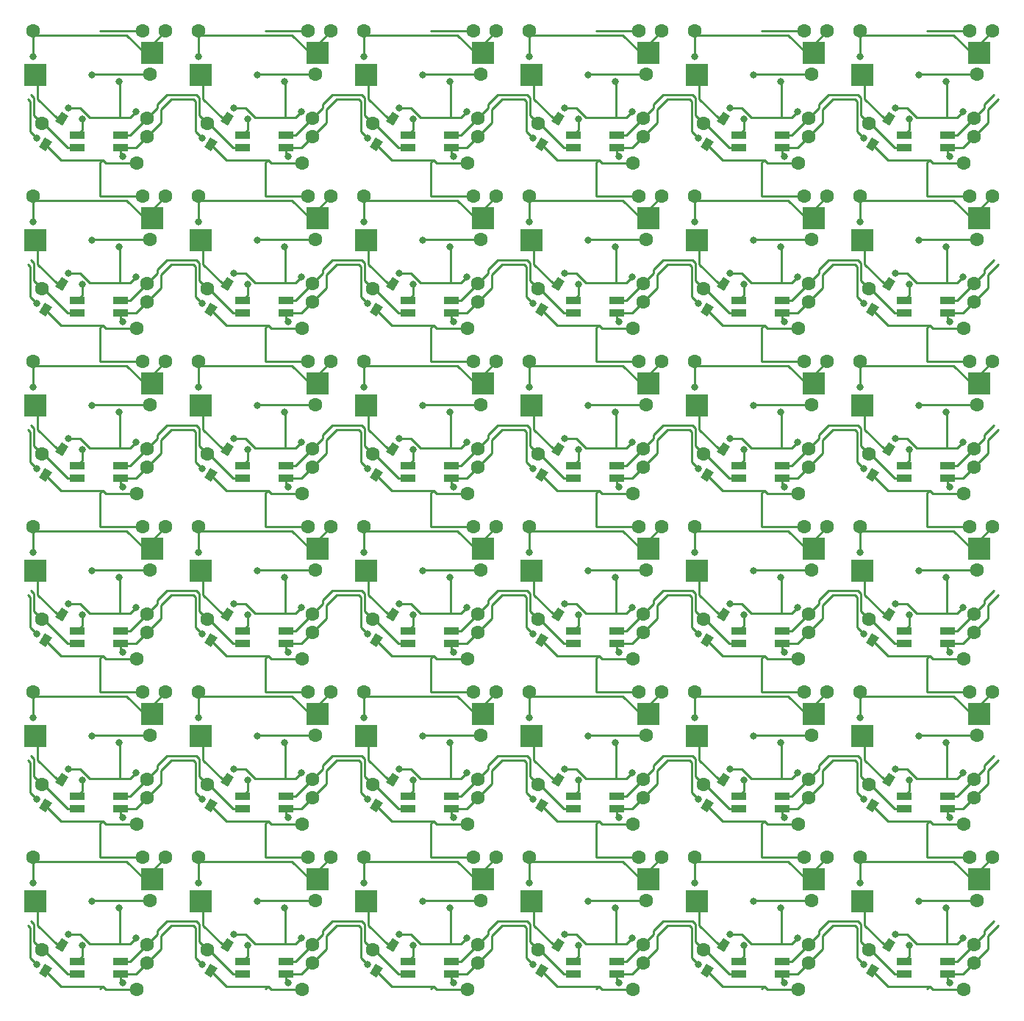
<source format=gbr>
%TF.GenerationSoftware,KiCad,Pcbnew,(5.99.0-2043-g129c16cf7)*%
%TF.CreationDate,2020-07-21T11:43:29+02:00*%
%TF.ProjectId,plate_6x6,706c6174-655f-4367-9836-2e6b69636164,rev?*%
%TF.SameCoordinates,Original*%
%TF.FileFunction,Copper,L2,Bot*%
%TF.FilePolarity,Positive*%
%FSLAX46Y46*%
G04 Gerber Fmt 4.6, Leading zero omitted, Abs format (unit mm)*
G04 Created by KiCad (PCBNEW (5.99.0-2043-g129c16cf7)) date 2020-07-21 11:43:29*
%MOMM*%
%LPD*%
G01*
G04 APERTURE LIST*
%TA.AperFunction,ComponentPad*%
%ADD10C,1.600000*%
%TD*%
%TA.AperFunction,SMDPad,CuDef*%
%ADD11R,1.800000X0.820000*%
%TD*%
%TA.AperFunction,SMDPad,CuDef*%
%ADD12R,2.550000X2.500000*%
%TD*%
%TA.AperFunction,ViaPad*%
%ADD13C,0.800000*%
%TD*%
%TA.AperFunction,Conductor*%
%ADD14C,0.250000*%
%TD*%
G04 APERTURE END LIST*
%TA.AperFunction,SMDPad,CuDef*%
%TO.P,SW8,25,25*%
%TO.N,Net-(SW14-Pad14)*%
G36*
X220246966Y-146810022D02*
G01*
X219445744Y-146299587D01*
X220144234Y-145203178D01*
X220945456Y-145713613D01*
X220246966Y-146810022D01*
G37*
%TD.AperFunction*%
%TA.AperFunction,SMDPad,CuDef*%
%TO.P,SW8,24,24*%
%TO.N,Net-(SW8-Pad1)*%
G36*
X222154380Y-143815982D02*
G01*
X221353158Y-143305547D01*
X222051648Y-142209138D01*
X222852870Y-142719573D01*
X222154380Y-143815982D01*
G37*
%TD.AperFunction*%
D10*
%TO.P,SW8,26,26*%
%TO.N,Net-(SW14-Pad14)*%
X230733600Y-148186600D03*
%TO.P,SW8,21,gnd*%
%TO.N,Net-(SW1-Pad11)*%
X231876600Y-145138600D03*
%TO.P,SW8,20,din*%
%TO.N,Net-(SW7-Pad10)*%
X231876600Y-142979600D03*
%TO.P,SW8,19,vcc*%
%TO.N,Net-(SW1-Pad16)*%
X232257600Y-137899600D03*
%TO.P,SW8,17,dout*%
%TO.N,Net-(SW8-Pad10)*%
X219811600Y-143614600D03*
%TO.P,SW8,14,14*%
%TO.N,Net-(SW14-Pad14)*%
X231368600Y-132946600D03*
%TO.P,SW8,13,13*%
%TO.N,Net-(SW10-Pad13)*%
X218795600Y-132946600D03*
%TO.P,SW8,15,15*%
X234035600Y-132946600D03*
D11*
%TO.P,SW8,10,Dout*%
%TO.N,Net-(SW8-Pad10)*%
X223828600Y-146408600D03*
%TO.P,SW8,9,Vdd*%
%TO.N,Net-(SW1-Pad16)*%
X223828600Y-144908600D03*
%TO.P,SW8,11,VSS*%
%TO.N,Net-(SW1-Pad11)*%
X228828600Y-146408600D03*
%TO.P,SW8,12,Din*%
%TO.N,Net-(SW7-Pad10)*%
X228828600Y-144908600D03*
D12*
%TO.P,SW8,1,1*%
%TO.N,Net-(SW8-Pad1)*%
X219055600Y-138026600D03*
%TO.P,SW8,2,2*%
%TO.N,Net-(SW10-Pad13)*%
X232505600Y-135486600D03*
%TD*%
%TA.AperFunction,SMDPad,CuDef*%
%TO.P,SW8,25,25*%
%TO.N,Net-(SW14-Pad14)*%
G36*
X201196966Y-146810022D02*
G01*
X200395744Y-146299587D01*
X201094234Y-145203178D01*
X201895456Y-145713613D01*
X201196966Y-146810022D01*
G37*
%TD.AperFunction*%
%TA.AperFunction,SMDPad,CuDef*%
%TO.P,SW8,24,24*%
%TO.N,Net-(SW8-Pad1)*%
G36*
X203104380Y-143815982D02*
G01*
X202303158Y-143305547D01*
X203001648Y-142209138D01*
X203802870Y-142719573D01*
X203104380Y-143815982D01*
G37*
%TD.AperFunction*%
D10*
%TO.P,SW8,26,26*%
%TO.N,Net-(SW14-Pad14)*%
X211683600Y-148186600D03*
%TO.P,SW8,21,gnd*%
%TO.N,Net-(SW1-Pad11)*%
X212826600Y-145138600D03*
%TO.P,SW8,20,din*%
%TO.N,Net-(SW7-Pad10)*%
X212826600Y-142979600D03*
%TO.P,SW8,19,vcc*%
%TO.N,Net-(SW1-Pad16)*%
X213207600Y-137899600D03*
%TO.P,SW8,17,dout*%
%TO.N,Net-(SW8-Pad10)*%
X200761600Y-143614600D03*
%TO.P,SW8,14,14*%
%TO.N,Net-(SW14-Pad14)*%
X212318600Y-132946600D03*
%TO.P,SW8,13,13*%
%TO.N,Net-(SW10-Pad13)*%
X199745600Y-132946600D03*
%TO.P,SW8,15,15*%
X214985600Y-132946600D03*
D11*
%TO.P,SW8,10,Dout*%
%TO.N,Net-(SW8-Pad10)*%
X204778600Y-146408600D03*
%TO.P,SW8,9,Vdd*%
%TO.N,Net-(SW1-Pad16)*%
X204778600Y-144908600D03*
%TO.P,SW8,11,VSS*%
%TO.N,Net-(SW1-Pad11)*%
X209778600Y-146408600D03*
%TO.P,SW8,12,Din*%
%TO.N,Net-(SW7-Pad10)*%
X209778600Y-144908600D03*
D12*
%TO.P,SW8,1,1*%
%TO.N,Net-(SW8-Pad1)*%
X200005600Y-138026600D03*
%TO.P,SW8,2,2*%
%TO.N,Net-(SW10-Pad13)*%
X213455600Y-135486600D03*
%TD*%
%TA.AperFunction,SMDPad,CuDef*%
%TO.P,SW8,25,25*%
%TO.N,Net-(SW14-Pad14)*%
G36*
X182146966Y-146810022D02*
G01*
X181345744Y-146299587D01*
X182044234Y-145203178D01*
X182845456Y-145713613D01*
X182146966Y-146810022D01*
G37*
%TD.AperFunction*%
%TA.AperFunction,SMDPad,CuDef*%
%TO.P,SW8,24,24*%
%TO.N,Net-(SW8-Pad1)*%
G36*
X184054380Y-143815982D02*
G01*
X183253158Y-143305547D01*
X183951648Y-142209138D01*
X184752870Y-142719573D01*
X184054380Y-143815982D01*
G37*
%TD.AperFunction*%
D10*
%TO.P,SW8,26,26*%
%TO.N,Net-(SW14-Pad14)*%
X192633600Y-148186600D03*
%TO.P,SW8,21,gnd*%
%TO.N,Net-(SW1-Pad11)*%
X193776600Y-145138600D03*
%TO.P,SW8,20,din*%
%TO.N,Net-(SW7-Pad10)*%
X193776600Y-142979600D03*
%TO.P,SW8,19,vcc*%
%TO.N,Net-(SW1-Pad16)*%
X194157600Y-137899600D03*
%TO.P,SW8,17,dout*%
%TO.N,Net-(SW8-Pad10)*%
X181711600Y-143614600D03*
%TO.P,SW8,14,14*%
%TO.N,Net-(SW14-Pad14)*%
X193268600Y-132946600D03*
%TO.P,SW8,13,13*%
%TO.N,Net-(SW10-Pad13)*%
X180695600Y-132946600D03*
%TO.P,SW8,15,15*%
X195935600Y-132946600D03*
D11*
%TO.P,SW8,10,Dout*%
%TO.N,Net-(SW8-Pad10)*%
X185728600Y-146408600D03*
%TO.P,SW8,9,Vdd*%
%TO.N,Net-(SW1-Pad16)*%
X185728600Y-144908600D03*
%TO.P,SW8,11,VSS*%
%TO.N,Net-(SW1-Pad11)*%
X190728600Y-146408600D03*
%TO.P,SW8,12,Din*%
%TO.N,Net-(SW7-Pad10)*%
X190728600Y-144908600D03*
D12*
%TO.P,SW8,1,1*%
%TO.N,Net-(SW8-Pad1)*%
X180955600Y-138026600D03*
%TO.P,SW8,2,2*%
%TO.N,Net-(SW10-Pad13)*%
X194405600Y-135486600D03*
%TD*%
%TA.AperFunction,SMDPad,CuDef*%
%TO.P,SW8,25,25*%
%TO.N,Net-(SW14-Pad14)*%
G36*
X163096966Y-146810022D02*
G01*
X162295744Y-146299587D01*
X162994234Y-145203178D01*
X163795456Y-145713613D01*
X163096966Y-146810022D01*
G37*
%TD.AperFunction*%
%TA.AperFunction,SMDPad,CuDef*%
%TO.P,SW8,24,24*%
%TO.N,Net-(SW8-Pad1)*%
G36*
X165004380Y-143815982D02*
G01*
X164203158Y-143305547D01*
X164901648Y-142209138D01*
X165702870Y-142719573D01*
X165004380Y-143815982D01*
G37*
%TD.AperFunction*%
D10*
%TO.P,SW8,26,26*%
%TO.N,Net-(SW14-Pad14)*%
X173583600Y-148186600D03*
%TO.P,SW8,21,gnd*%
%TO.N,Net-(SW1-Pad11)*%
X174726600Y-145138600D03*
%TO.P,SW8,20,din*%
%TO.N,Net-(SW7-Pad10)*%
X174726600Y-142979600D03*
%TO.P,SW8,19,vcc*%
%TO.N,Net-(SW1-Pad16)*%
X175107600Y-137899600D03*
%TO.P,SW8,17,dout*%
%TO.N,Net-(SW8-Pad10)*%
X162661600Y-143614600D03*
%TO.P,SW8,14,14*%
%TO.N,Net-(SW14-Pad14)*%
X174218600Y-132946600D03*
%TO.P,SW8,13,13*%
%TO.N,Net-(SW10-Pad13)*%
X161645600Y-132946600D03*
%TO.P,SW8,15,15*%
X176885600Y-132946600D03*
D11*
%TO.P,SW8,10,Dout*%
%TO.N,Net-(SW8-Pad10)*%
X166678600Y-146408600D03*
%TO.P,SW8,9,Vdd*%
%TO.N,Net-(SW1-Pad16)*%
X166678600Y-144908600D03*
%TO.P,SW8,11,VSS*%
%TO.N,Net-(SW1-Pad11)*%
X171678600Y-146408600D03*
%TO.P,SW8,12,Din*%
%TO.N,Net-(SW7-Pad10)*%
X171678600Y-144908600D03*
D12*
%TO.P,SW8,1,1*%
%TO.N,Net-(SW8-Pad1)*%
X161905600Y-138026600D03*
%TO.P,SW8,2,2*%
%TO.N,Net-(SW10-Pad13)*%
X175355600Y-135486600D03*
%TD*%
%TA.AperFunction,SMDPad,CuDef*%
%TO.P,SW8,25,25*%
%TO.N,Net-(SW14-Pad14)*%
G36*
X144046966Y-146810022D02*
G01*
X143245744Y-146299587D01*
X143944234Y-145203178D01*
X144745456Y-145713613D01*
X144046966Y-146810022D01*
G37*
%TD.AperFunction*%
%TA.AperFunction,SMDPad,CuDef*%
%TO.P,SW8,24,24*%
%TO.N,Net-(SW8-Pad1)*%
G36*
X145954380Y-143815982D02*
G01*
X145153158Y-143305547D01*
X145851648Y-142209138D01*
X146652870Y-142719573D01*
X145954380Y-143815982D01*
G37*
%TD.AperFunction*%
D10*
%TO.P,SW8,26,26*%
%TO.N,Net-(SW14-Pad14)*%
X154533600Y-148186600D03*
%TO.P,SW8,21,gnd*%
%TO.N,Net-(SW1-Pad11)*%
X155676600Y-145138600D03*
%TO.P,SW8,20,din*%
%TO.N,Net-(SW7-Pad10)*%
X155676600Y-142979600D03*
%TO.P,SW8,19,vcc*%
%TO.N,Net-(SW1-Pad16)*%
X156057600Y-137899600D03*
%TO.P,SW8,17,dout*%
%TO.N,Net-(SW8-Pad10)*%
X143611600Y-143614600D03*
%TO.P,SW8,14,14*%
%TO.N,Net-(SW14-Pad14)*%
X155168600Y-132946600D03*
%TO.P,SW8,13,13*%
%TO.N,Net-(SW10-Pad13)*%
X142595600Y-132946600D03*
%TO.P,SW8,15,15*%
X157835600Y-132946600D03*
D11*
%TO.P,SW8,10,Dout*%
%TO.N,Net-(SW8-Pad10)*%
X147628600Y-146408600D03*
%TO.P,SW8,9,Vdd*%
%TO.N,Net-(SW1-Pad16)*%
X147628600Y-144908600D03*
%TO.P,SW8,11,VSS*%
%TO.N,Net-(SW1-Pad11)*%
X152628600Y-146408600D03*
%TO.P,SW8,12,Din*%
%TO.N,Net-(SW7-Pad10)*%
X152628600Y-144908600D03*
D12*
%TO.P,SW8,1,1*%
%TO.N,Net-(SW8-Pad1)*%
X142855600Y-138026600D03*
%TO.P,SW8,2,2*%
%TO.N,Net-(SW10-Pad13)*%
X156305600Y-135486600D03*
%TD*%
%TA.AperFunction,SMDPad,CuDef*%
%TO.P,SW8,25,25*%
%TO.N,Net-(SW14-Pad14)*%
G36*
X124996966Y-146810022D02*
G01*
X124195744Y-146299587D01*
X124894234Y-145203178D01*
X125695456Y-145713613D01*
X124996966Y-146810022D01*
G37*
%TD.AperFunction*%
%TA.AperFunction,SMDPad,CuDef*%
%TO.P,SW8,24,24*%
%TO.N,Net-(SW8-Pad1)*%
G36*
X126904380Y-143815982D02*
G01*
X126103158Y-143305547D01*
X126801648Y-142209138D01*
X127602870Y-142719573D01*
X126904380Y-143815982D01*
G37*
%TD.AperFunction*%
D10*
%TO.P,SW8,26,26*%
%TO.N,Net-(SW14-Pad14)*%
X135483600Y-148186600D03*
%TO.P,SW8,21,gnd*%
%TO.N,Net-(SW1-Pad11)*%
X136626600Y-145138600D03*
%TO.P,SW8,20,din*%
%TO.N,Net-(SW7-Pad10)*%
X136626600Y-142979600D03*
%TO.P,SW8,19,vcc*%
%TO.N,Net-(SW1-Pad16)*%
X137007600Y-137899600D03*
%TO.P,SW8,17,dout*%
%TO.N,Net-(SW8-Pad10)*%
X124561600Y-143614600D03*
%TO.P,SW8,14,14*%
%TO.N,Net-(SW14-Pad14)*%
X136118600Y-132946600D03*
%TO.P,SW8,13,13*%
%TO.N,Net-(SW10-Pad13)*%
X123545600Y-132946600D03*
%TO.P,SW8,15,15*%
X138785600Y-132946600D03*
D11*
%TO.P,SW8,10,Dout*%
%TO.N,Net-(SW8-Pad10)*%
X128578600Y-146408600D03*
%TO.P,SW8,9,Vdd*%
%TO.N,Net-(SW1-Pad16)*%
X128578600Y-144908600D03*
%TO.P,SW8,11,VSS*%
%TO.N,Net-(SW1-Pad11)*%
X133578600Y-146408600D03*
%TO.P,SW8,12,Din*%
%TO.N,Net-(SW7-Pad10)*%
X133578600Y-144908600D03*
D12*
%TO.P,SW8,1,1*%
%TO.N,Net-(SW8-Pad1)*%
X123805600Y-138026600D03*
%TO.P,SW8,2,2*%
%TO.N,Net-(SW10-Pad13)*%
X137255600Y-135486600D03*
%TD*%
%TA.AperFunction,SMDPad,CuDef*%
%TO.P,SW8,25,25*%
%TO.N,Net-(SW14-Pad14)*%
G36*
X220246966Y-127760022D02*
G01*
X219445744Y-127249587D01*
X220144234Y-126153178D01*
X220945456Y-126663613D01*
X220246966Y-127760022D01*
G37*
%TD.AperFunction*%
%TA.AperFunction,SMDPad,CuDef*%
%TO.P,SW8,24,24*%
%TO.N,Net-(SW8-Pad1)*%
G36*
X222154380Y-124765982D02*
G01*
X221353158Y-124255547D01*
X222051648Y-123159138D01*
X222852870Y-123669573D01*
X222154380Y-124765982D01*
G37*
%TD.AperFunction*%
D10*
%TO.P,SW8,26,26*%
%TO.N,Net-(SW14-Pad14)*%
X230733600Y-129136600D03*
%TO.P,SW8,21,gnd*%
%TO.N,Net-(SW1-Pad11)*%
X231876600Y-126088600D03*
%TO.P,SW8,20,din*%
%TO.N,Net-(SW7-Pad10)*%
X231876600Y-123929600D03*
%TO.P,SW8,19,vcc*%
%TO.N,Net-(SW1-Pad16)*%
X232257600Y-118849600D03*
%TO.P,SW8,17,dout*%
%TO.N,Net-(SW8-Pad10)*%
X219811600Y-124564600D03*
%TO.P,SW8,14,14*%
%TO.N,Net-(SW14-Pad14)*%
X231368600Y-113896600D03*
%TO.P,SW8,13,13*%
%TO.N,Net-(SW10-Pad13)*%
X218795600Y-113896600D03*
%TO.P,SW8,15,15*%
X234035600Y-113896600D03*
D11*
%TO.P,SW8,10,Dout*%
%TO.N,Net-(SW8-Pad10)*%
X223828600Y-127358600D03*
%TO.P,SW8,9,Vdd*%
%TO.N,Net-(SW1-Pad16)*%
X223828600Y-125858600D03*
%TO.P,SW8,11,VSS*%
%TO.N,Net-(SW1-Pad11)*%
X228828600Y-127358600D03*
%TO.P,SW8,12,Din*%
%TO.N,Net-(SW7-Pad10)*%
X228828600Y-125858600D03*
D12*
%TO.P,SW8,1,1*%
%TO.N,Net-(SW8-Pad1)*%
X219055600Y-118976600D03*
%TO.P,SW8,2,2*%
%TO.N,Net-(SW10-Pad13)*%
X232505600Y-116436600D03*
%TD*%
%TA.AperFunction,SMDPad,CuDef*%
%TO.P,SW8,25,25*%
%TO.N,Net-(SW14-Pad14)*%
G36*
X201196966Y-127760022D02*
G01*
X200395744Y-127249587D01*
X201094234Y-126153178D01*
X201895456Y-126663613D01*
X201196966Y-127760022D01*
G37*
%TD.AperFunction*%
%TA.AperFunction,SMDPad,CuDef*%
%TO.P,SW8,24,24*%
%TO.N,Net-(SW8-Pad1)*%
G36*
X203104380Y-124765982D02*
G01*
X202303158Y-124255547D01*
X203001648Y-123159138D01*
X203802870Y-123669573D01*
X203104380Y-124765982D01*
G37*
%TD.AperFunction*%
D10*
%TO.P,SW8,26,26*%
%TO.N,Net-(SW14-Pad14)*%
X211683600Y-129136600D03*
%TO.P,SW8,21,gnd*%
%TO.N,Net-(SW1-Pad11)*%
X212826600Y-126088600D03*
%TO.P,SW8,20,din*%
%TO.N,Net-(SW7-Pad10)*%
X212826600Y-123929600D03*
%TO.P,SW8,19,vcc*%
%TO.N,Net-(SW1-Pad16)*%
X213207600Y-118849600D03*
%TO.P,SW8,17,dout*%
%TO.N,Net-(SW8-Pad10)*%
X200761600Y-124564600D03*
%TO.P,SW8,14,14*%
%TO.N,Net-(SW14-Pad14)*%
X212318600Y-113896600D03*
%TO.P,SW8,13,13*%
%TO.N,Net-(SW10-Pad13)*%
X199745600Y-113896600D03*
%TO.P,SW8,15,15*%
X214985600Y-113896600D03*
D11*
%TO.P,SW8,10,Dout*%
%TO.N,Net-(SW8-Pad10)*%
X204778600Y-127358600D03*
%TO.P,SW8,9,Vdd*%
%TO.N,Net-(SW1-Pad16)*%
X204778600Y-125858600D03*
%TO.P,SW8,11,VSS*%
%TO.N,Net-(SW1-Pad11)*%
X209778600Y-127358600D03*
%TO.P,SW8,12,Din*%
%TO.N,Net-(SW7-Pad10)*%
X209778600Y-125858600D03*
D12*
%TO.P,SW8,1,1*%
%TO.N,Net-(SW8-Pad1)*%
X200005600Y-118976600D03*
%TO.P,SW8,2,2*%
%TO.N,Net-(SW10-Pad13)*%
X213455600Y-116436600D03*
%TD*%
%TA.AperFunction,SMDPad,CuDef*%
%TO.P,SW8,25,25*%
%TO.N,Net-(SW14-Pad14)*%
G36*
X182146966Y-127760022D02*
G01*
X181345744Y-127249587D01*
X182044234Y-126153178D01*
X182845456Y-126663613D01*
X182146966Y-127760022D01*
G37*
%TD.AperFunction*%
%TA.AperFunction,SMDPad,CuDef*%
%TO.P,SW8,24,24*%
%TO.N,Net-(SW8-Pad1)*%
G36*
X184054380Y-124765982D02*
G01*
X183253158Y-124255547D01*
X183951648Y-123159138D01*
X184752870Y-123669573D01*
X184054380Y-124765982D01*
G37*
%TD.AperFunction*%
D10*
%TO.P,SW8,26,26*%
%TO.N,Net-(SW14-Pad14)*%
X192633600Y-129136600D03*
%TO.P,SW8,21,gnd*%
%TO.N,Net-(SW1-Pad11)*%
X193776600Y-126088600D03*
%TO.P,SW8,20,din*%
%TO.N,Net-(SW7-Pad10)*%
X193776600Y-123929600D03*
%TO.P,SW8,19,vcc*%
%TO.N,Net-(SW1-Pad16)*%
X194157600Y-118849600D03*
%TO.P,SW8,17,dout*%
%TO.N,Net-(SW8-Pad10)*%
X181711600Y-124564600D03*
%TO.P,SW8,14,14*%
%TO.N,Net-(SW14-Pad14)*%
X193268600Y-113896600D03*
%TO.P,SW8,13,13*%
%TO.N,Net-(SW10-Pad13)*%
X180695600Y-113896600D03*
%TO.P,SW8,15,15*%
X195935600Y-113896600D03*
D11*
%TO.P,SW8,10,Dout*%
%TO.N,Net-(SW8-Pad10)*%
X185728600Y-127358600D03*
%TO.P,SW8,9,Vdd*%
%TO.N,Net-(SW1-Pad16)*%
X185728600Y-125858600D03*
%TO.P,SW8,11,VSS*%
%TO.N,Net-(SW1-Pad11)*%
X190728600Y-127358600D03*
%TO.P,SW8,12,Din*%
%TO.N,Net-(SW7-Pad10)*%
X190728600Y-125858600D03*
D12*
%TO.P,SW8,1,1*%
%TO.N,Net-(SW8-Pad1)*%
X180955600Y-118976600D03*
%TO.P,SW8,2,2*%
%TO.N,Net-(SW10-Pad13)*%
X194405600Y-116436600D03*
%TD*%
%TA.AperFunction,SMDPad,CuDef*%
%TO.P,SW8,25,25*%
%TO.N,Net-(SW14-Pad14)*%
G36*
X163096966Y-127760022D02*
G01*
X162295744Y-127249587D01*
X162994234Y-126153178D01*
X163795456Y-126663613D01*
X163096966Y-127760022D01*
G37*
%TD.AperFunction*%
%TA.AperFunction,SMDPad,CuDef*%
%TO.P,SW8,24,24*%
%TO.N,Net-(SW8-Pad1)*%
G36*
X165004380Y-124765982D02*
G01*
X164203158Y-124255547D01*
X164901648Y-123159138D01*
X165702870Y-123669573D01*
X165004380Y-124765982D01*
G37*
%TD.AperFunction*%
D10*
%TO.P,SW8,26,26*%
%TO.N,Net-(SW14-Pad14)*%
X173583600Y-129136600D03*
%TO.P,SW8,21,gnd*%
%TO.N,Net-(SW1-Pad11)*%
X174726600Y-126088600D03*
%TO.P,SW8,20,din*%
%TO.N,Net-(SW7-Pad10)*%
X174726600Y-123929600D03*
%TO.P,SW8,19,vcc*%
%TO.N,Net-(SW1-Pad16)*%
X175107600Y-118849600D03*
%TO.P,SW8,17,dout*%
%TO.N,Net-(SW8-Pad10)*%
X162661600Y-124564600D03*
%TO.P,SW8,14,14*%
%TO.N,Net-(SW14-Pad14)*%
X174218600Y-113896600D03*
%TO.P,SW8,13,13*%
%TO.N,Net-(SW10-Pad13)*%
X161645600Y-113896600D03*
%TO.P,SW8,15,15*%
X176885600Y-113896600D03*
D11*
%TO.P,SW8,10,Dout*%
%TO.N,Net-(SW8-Pad10)*%
X166678600Y-127358600D03*
%TO.P,SW8,9,Vdd*%
%TO.N,Net-(SW1-Pad16)*%
X166678600Y-125858600D03*
%TO.P,SW8,11,VSS*%
%TO.N,Net-(SW1-Pad11)*%
X171678600Y-127358600D03*
%TO.P,SW8,12,Din*%
%TO.N,Net-(SW7-Pad10)*%
X171678600Y-125858600D03*
D12*
%TO.P,SW8,1,1*%
%TO.N,Net-(SW8-Pad1)*%
X161905600Y-118976600D03*
%TO.P,SW8,2,2*%
%TO.N,Net-(SW10-Pad13)*%
X175355600Y-116436600D03*
%TD*%
%TA.AperFunction,SMDPad,CuDef*%
%TO.P,SW8,25,25*%
%TO.N,Net-(SW14-Pad14)*%
G36*
X144046966Y-127760022D02*
G01*
X143245744Y-127249587D01*
X143944234Y-126153178D01*
X144745456Y-126663613D01*
X144046966Y-127760022D01*
G37*
%TD.AperFunction*%
%TA.AperFunction,SMDPad,CuDef*%
%TO.P,SW8,24,24*%
%TO.N,Net-(SW8-Pad1)*%
G36*
X145954380Y-124765982D02*
G01*
X145153158Y-124255547D01*
X145851648Y-123159138D01*
X146652870Y-123669573D01*
X145954380Y-124765982D01*
G37*
%TD.AperFunction*%
D10*
%TO.P,SW8,26,26*%
%TO.N,Net-(SW14-Pad14)*%
X154533600Y-129136600D03*
%TO.P,SW8,21,gnd*%
%TO.N,Net-(SW1-Pad11)*%
X155676600Y-126088600D03*
%TO.P,SW8,20,din*%
%TO.N,Net-(SW7-Pad10)*%
X155676600Y-123929600D03*
%TO.P,SW8,19,vcc*%
%TO.N,Net-(SW1-Pad16)*%
X156057600Y-118849600D03*
%TO.P,SW8,17,dout*%
%TO.N,Net-(SW8-Pad10)*%
X143611600Y-124564600D03*
%TO.P,SW8,14,14*%
%TO.N,Net-(SW14-Pad14)*%
X155168600Y-113896600D03*
%TO.P,SW8,13,13*%
%TO.N,Net-(SW10-Pad13)*%
X142595600Y-113896600D03*
%TO.P,SW8,15,15*%
X157835600Y-113896600D03*
D11*
%TO.P,SW8,10,Dout*%
%TO.N,Net-(SW8-Pad10)*%
X147628600Y-127358600D03*
%TO.P,SW8,9,Vdd*%
%TO.N,Net-(SW1-Pad16)*%
X147628600Y-125858600D03*
%TO.P,SW8,11,VSS*%
%TO.N,Net-(SW1-Pad11)*%
X152628600Y-127358600D03*
%TO.P,SW8,12,Din*%
%TO.N,Net-(SW7-Pad10)*%
X152628600Y-125858600D03*
D12*
%TO.P,SW8,1,1*%
%TO.N,Net-(SW8-Pad1)*%
X142855600Y-118976600D03*
%TO.P,SW8,2,2*%
%TO.N,Net-(SW10-Pad13)*%
X156305600Y-116436600D03*
%TD*%
%TA.AperFunction,SMDPad,CuDef*%
%TO.P,SW8,25,25*%
%TO.N,Net-(SW14-Pad14)*%
G36*
X124996966Y-127760022D02*
G01*
X124195744Y-127249587D01*
X124894234Y-126153178D01*
X125695456Y-126663613D01*
X124996966Y-127760022D01*
G37*
%TD.AperFunction*%
%TA.AperFunction,SMDPad,CuDef*%
%TO.P,SW8,24,24*%
%TO.N,Net-(SW8-Pad1)*%
G36*
X126904380Y-124765982D02*
G01*
X126103158Y-124255547D01*
X126801648Y-123159138D01*
X127602870Y-123669573D01*
X126904380Y-124765982D01*
G37*
%TD.AperFunction*%
D10*
%TO.P,SW8,26,26*%
%TO.N,Net-(SW14-Pad14)*%
X135483600Y-129136600D03*
%TO.P,SW8,21,gnd*%
%TO.N,Net-(SW1-Pad11)*%
X136626600Y-126088600D03*
%TO.P,SW8,20,din*%
%TO.N,Net-(SW7-Pad10)*%
X136626600Y-123929600D03*
%TO.P,SW8,19,vcc*%
%TO.N,Net-(SW1-Pad16)*%
X137007600Y-118849600D03*
%TO.P,SW8,17,dout*%
%TO.N,Net-(SW8-Pad10)*%
X124561600Y-124564600D03*
%TO.P,SW8,14,14*%
%TO.N,Net-(SW14-Pad14)*%
X136118600Y-113896600D03*
%TO.P,SW8,13,13*%
%TO.N,Net-(SW10-Pad13)*%
X123545600Y-113896600D03*
%TO.P,SW8,15,15*%
X138785600Y-113896600D03*
D11*
%TO.P,SW8,10,Dout*%
%TO.N,Net-(SW8-Pad10)*%
X128578600Y-127358600D03*
%TO.P,SW8,9,Vdd*%
%TO.N,Net-(SW1-Pad16)*%
X128578600Y-125858600D03*
%TO.P,SW8,11,VSS*%
%TO.N,Net-(SW1-Pad11)*%
X133578600Y-127358600D03*
%TO.P,SW8,12,Din*%
%TO.N,Net-(SW7-Pad10)*%
X133578600Y-125858600D03*
D12*
%TO.P,SW8,1,1*%
%TO.N,Net-(SW8-Pad1)*%
X123805600Y-118976600D03*
%TO.P,SW8,2,2*%
%TO.N,Net-(SW10-Pad13)*%
X137255600Y-116436600D03*
%TD*%
%TA.AperFunction,SMDPad,CuDef*%
%TO.P,SW8,25,25*%
%TO.N,Net-(SW14-Pad14)*%
G36*
X220246966Y-108710022D02*
G01*
X219445744Y-108199587D01*
X220144234Y-107103178D01*
X220945456Y-107613613D01*
X220246966Y-108710022D01*
G37*
%TD.AperFunction*%
%TA.AperFunction,SMDPad,CuDef*%
%TO.P,SW8,24,24*%
%TO.N,Net-(SW8-Pad1)*%
G36*
X222154380Y-105715982D02*
G01*
X221353158Y-105205547D01*
X222051648Y-104109138D01*
X222852870Y-104619573D01*
X222154380Y-105715982D01*
G37*
%TD.AperFunction*%
D10*
%TO.P,SW8,26,26*%
%TO.N,Net-(SW14-Pad14)*%
X230733600Y-110086600D03*
%TO.P,SW8,21,gnd*%
%TO.N,Net-(SW1-Pad11)*%
X231876600Y-107038600D03*
%TO.P,SW8,20,din*%
%TO.N,Net-(SW7-Pad10)*%
X231876600Y-104879600D03*
%TO.P,SW8,19,vcc*%
%TO.N,Net-(SW1-Pad16)*%
X232257600Y-99799600D03*
%TO.P,SW8,17,dout*%
%TO.N,Net-(SW8-Pad10)*%
X219811600Y-105514600D03*
%TO.P,SW8,14,14*%
%TO.N,Net-(SW14-Pad14)*%
X231368600Y-94846600D03*
%TO.P,SW8,13,13*%
%TO.N,Net-(SW10-Pad13)*%
X218795600Y-94846600D03*
%TO.P,SW8,15,15*%
X234035600Y-94846600D03*
D11*
%TO.P,SW8,10,Dout*%
%TO.N,Net-(SW8-Pad10)*%
X223828600Y-108308600D03*
%TO.P,SW8,9,Vdd*%
%TO.N,Net-(SW1-Pad16)*%
X223828600Y-106808600D03*
%TO.P,SW8,11,VSS*%
%TO.N,Net-(SW1-Pad11)*%
X228828600Y-108308600D03*
%TO.P,SW8,12,Din*%
%TO.N,Net-(SW7-Pad10)*%
X228828600Y-106808600D03*
D12*
%TO.P,SW8,1,1*%
%TO.N,Net-(SW8-Pad1)*%
X219055600Y-99926600D03*
%TO.P,SW8,2,2*%
%TO.N,Net-(SW10-Pad13)*%
X232505600Y-97386600D03*
%TD*%
%TA.AperFunction,SMDPad,CuDef*%
%TO.P,SW8,25,25*%
%TO.N,Net-(SW14-Pad14)*%
G36*
X201196966Y-108710022D02*
G01*
X200395744Y-108199587D01*
X201094234Y-107103178D01*
X201895456Y-107613613D01*
X201196966Y-108710022D01*
G37*
%TD.AperFunction*%
%TA.AperFunction,SMDPad,CuDef*%
%TO.P,SW8,24,24*%
%TO.N,Net-(SW8-Pad1)*%
G36*
X203104380Y-105715982D02*
G01*
X202303158Y-105205547D01*
X203001648Y-104109138D01*
X203802870Y-104619573D01*
X203104380Y-105715982D01*
G37*
%TD.AperFunction*%
D10*
%TO.P,SW8,26,26*%
%TO.N,Net-(SW14-Pad14)*%
X211683600Y-110086600D03*
%TO.P,SW8,21,gnd*%
%TO.N,Net-(SW1-Pad11)*%
X212826600Y-107038600D03*
%TO.P,SW8,20,din*%
%TO.N,Net-(SW7-Pad10)*%
X212826600Y-104879600D03*
%TO.P,SW8,19,vcc*%
%TO.N,Net-(SW1-Pad16)*%
X213207600Y-99799600D03*
%TO.P,SW8,17,dout*%
%TO.N,Net-(SW8-Pad10)*%
X200761600Y-105514600D03*
%TO.P,SW8,14,14*%
%TO.N,Net-(SW14-Pad14)*%
X212318600Y-94846600D03*
%TO.P,SW8,13,13*%
%TO.N,Net-(SW10-Pad13)*%
X199745600Y-94846600D03*
%TO.P,SW8,15,15*%
X214985600Y-94846600D03*
D11*
%TO.P,SW8,10,Dout*%
%TO.N,Net-(SW8-Pad10)*%
X204778600Y-108308600D03*
%TO.P,SW8,9,Vdd*%
%TO.N,Net-(SW1-Pad16)*%
X204778600Y-106808600D03*
%TO.P,SW8,11,VSS*%
%TO.N,Net-(SW1-Pad11)*%
X209778600Y-108308600D03*
%TO.P,SW8,12,Din*%
%TO.N,Net-(SW7-Pad10)*%
X209778600Y-106808600D03*
D12*
%TO.P,SW8,1,1*%
%TO.N,Net-(SW8-Pad1)*%
X200005600Y-99926600D03*
%TO.P,SW8,2,2*%
%TO.N,Net-(SW10-Pad13)*%
X213455600Y-97386600D03*
%TD*%
%TA.AperFunction,SMDPad,CuDef*%
%TO.P,SW8,25,25*%
%TO.N,Net-(SW14-Pad14)*%
G36*
X182146966Y-108710022D02*
G01*
X181345744Y-108199587D01*
X182044234Y-107103178D01*
X182845456Y-107613613D01*
X182146966Y-108710022D01*
G37*
%TD.AperFunction*%
%TA.AperFunction,SMDPad,CuDef*%
%TO.P,SW8,24,24*%
%TO.N,Net-(SW8-Pad1)*%
G36*
X184054380Y-105715982D02*
G01*
X183253158Y-105205547D01*
X183951648Y-104109138D01*
X184752870Y-104619573D01*
X184054380Y-105715982D01*
G37*
%TD.AperFunction*%
D10*
%TO.P,SW8,26,26*%
%TO.N,Net-(SW14-Pad14)*%
X192633600Y-110086600D03*
%TO.P,SW8,21,gnd*%
%TO.N,Net-(SW1-Pad11)*%
X193776600Y-107038600D03*
%TO.P,SW8,20,din*%
%TO.N,Net-(SW7-Pad10)*%
X193776600Y-104879600D03*
%TO.P,SW8,19,vcc*%
%TO.N,Net-(SW1-Pad16)*%
X194157600Y-99799600D03*
%TO.P,SW8,17,dout*%
%TO.N,Net-(SW8-Pad10)*%
X181711600Y-105514600D03*
%TO.P,SW8,14,14*%
%TO.N,Net-(SW14-Pad14)*%
X193268600Y-94846600D03*
%TO.P,SW8,13,13*%
%TO.N,Net-(SW10-Pad13)*%
X180695600Y-94846600D03*
%TO.P,SW8,15,15*%
X195935600Y-94846600D03*
D11*
%TO.P,SW8,10,Dout*%
%TO.N,Net-(SW8-Pad10)*%
X185728600Y-108308600D03*
%TO.P,SW8,9,Vdd*%
%TO.N,Net-(SW1-Pad16)*%
X185728600Y-106808600D03*
%TO.P,SW8,11,VSS*%
%TO.N,Net-(SW1-Pad11)*%
X190728600Y-108308600D03*
%TO.P,SW8,12,Din*%
%TO.N,Net-(SW7-Pad10)*%
X190728600Y-106808600D03*
D12*
%TO.P,SW8,1,1*%
%TO.N,Net-(SW8-Pad1)*%
X180955600Y-99926600D03*
%TO.P,SW8,2,2*%
%TO.N,Net-(SW10-Pad13)*%
X194405600Y-97386600D03*
%TD*%
%TA.AperFunction,SMDPad,CuDef*%
%TO.P,SW8,25,25*%
%TO.N,Net-(SW14-Pad14)*%
G36*
X163096966Y-108710022D02*
G01*
X162295744Y-108199587D01*
X162994234Y-107103178D01*
X163795456Y-107613613D01*
X163096966Y-108710022D01*
G37*
%TD.AperFunction*%
%TA.AperFunction,SMDPad,CuDef*%
%TO.P,SW8,24,24*%
%TO.N,Net-(SW8-Pad1)*%
G36*
X165004380Y-105715982D02*
G01*
X164203158Y-105205547D01*
X164901648Y-104109138D01*
X165702870Y-104619573D01*
X165004380Y-105715982D01*
G37*
%TD.AperFunction*%
D10*
%TO.P,SW8,26,26*%
%TO.N,Net-(SW14-Pad14)*%
X173583600Y-110086600D03*
%TO.P,SW8,21,gnd*%
%TO.N,Net-(SW1-Pad11)*%
X174726600Y-107038600D03*
%TO.P,SW8,20,din*%
%TO.N,Net-(SW7-Pad10)*%
X174726600Y-104879600D03*
%TO.P,SW8,19,vcc*%
%TO.N,Net-(SW1-Pad16)*%
X175107600Y-99799600D03*
%TO.P,SW8,17,dout*%
%TO.N,Net-(SW8-Pad10)*%
X162661600Y-105514600D03*
%TO.P,SW8,14,14*%
%TO.N,Net-(SW14-Pad14)*%
X174218600Y-94846600D03*
%TO.P,SW8,13,13*%
%TO.N,Net-(SW10-Pad13)*%
X161645600Y-94846600D03*
%TO.P,SW8,15,15*%
X176885600Y-94846600D03*
D11*
%TO.P,SW8,10,Dout*%
%TO.N,Net-(SW8-Pad10)*%
X166678600Y-108308600D03*
%TO.P,SW8,9,Vdd*%
%TO.N,Net-(SW1-Pad16)*%
X166678600Y-106808600D03*
%TO.P,SW8,11,VSS*%
%TO.N,Net-(SW1-Pad11)*%
X171678600Y-108308600D03*
%TO.P,SW8,12,Din*%
%TO.N,Net-(SW7-Pad10)*%
X171678600Y-106808600D03*
D12*
%TO.P,SW8,1,1*%
%TO.N,Net-(SW8-Pad1)*%
X161905600Y-99926600D03*
%TO.P,SW8,2,2*%
%TO.N,Net-(SW10-Pad13)*%
X175355600Y-97386600D03*
%TD*%
%TA.AperFunction,SMDPad,CuDef*%
%TO.P,SW8,25,25*%
%TO.N,Net-(SW14-Pad14)*%
G36*
X144046966Y-108710022D02*
G01*
X143245744Y-108199587D01*
X143944234Y-107103178D01*
X144745456Y-107613613D01*
X144046966Y-108710022D01*
G37*
%TD.AperFunction*%
%TA.AperFunction,SMDPad,CuDef*%
%TO.P,SW8,24,24*%
%TO.N,Net-(SW8-Pad1)*%
G36*
X145954380Y-105715982D02*
G01*
X145153158Y-105205547D01*
X145851648Y-104109138D01*
X146652870Y-104619573D01*
X145954380Y-105715982D01*
G37*
%TD.AperFunction*%
D10*
%TO.P,SW8,26,26*%
%TO.N,Net-(SW14-Pad14)*%
X154533600Y-110086600D03*
%TO.P,SW8,21,gnd*%
%TO.N,Net-(SW1-Pad11)*%
X155676600Y-107038600D03*
%TO.P,SW8,20,din*%
%TO.N,Net-(SW7-Pad10)*%
X155676600Y-104879600D03*
%TO.P,SW8,19,vcc*%
%TO.N,Net-(SW1-Pad16)*%
X156057600Y-99799600D03*
%TO.P,SW8,17,dout*%
%TO.N,Net-(SW8-Pad10)*%
X143611600Y-105514600D03*
%TO.P,SW8,14,14*%
%TO.N,Net-(SW14-Pad14)*%
X155168600Y-94846600D03*
%TO.P,SW8,13,13*%
%TO.N,Net-(SW10-Pad13)*%
X142595600Y-94846600D03*
%TO.P,SW8,15,15*%
X157835600Y-94846600D03*
D11*
%TO.P,SW8,10,Dout*%
%TO.N,Net-(SW8-Pad10)*%
X147628600Y-108308600D03*
%TO.P,SW8,9,Vdd*%
%TO.N,Net-(SW1-Pad16)*%
X147628600Y-106808600D03*
%TO.P,SW8,11,VSS*%
%TO.N,Net-(SW1-Pad11)*%
X152628600Y-108308600D03*
%TO.P,SW8,12,Din*%
%TO.N,Net-(SW7-Pad10)*%
X152628600Y-106808600D03*
D12*
%TO.P,SW8,1,1*%
%TO.N,Net-(SW8-Pad1)*%
X142855600Y-99926600D03*
%TO.P,SW8,2,2*%
%TO.N,Net-(SW10-Pad13)*%
X156305600Y-97386600D03*
%TD*%
%TA.AperFunction,SMDPad,CuDef*%
%TO.P,SW8,25,25*%
%TO.N,Net-(SW14-Pad14)*%
G36*
X124996966Y-108710022D02*
G01*
X124195744Y-108199587D01*
X124894234Y-107103178D01*
X125695456Y-107613613D01*
X124996966Y-108710022D01*
G37*
%TD.AperFunction*%
%TA.AperFunction,SMDPad,CuDef*%
%TO.P,SW8,24,24*%
%TO.N,Net-(SW8-Pad1)*%
G36*
X126904380Y-105715982D02*
G01*
X126103158Y-105205547D01*
X126801648Y-104109138D01*
X127602870Y-104619573D01*
X126904380Y-105715982D01*
G37*
%TD.AperFunction*%
D10*
%TO.P,SW8,26,26*%
%TO.N,Net-(SW14-Pad14)*%
X135483600Y-110086600D03*
%TO.P,SW8,21,gnd*%
%TO.N,Net-(SW1-Pad11)*%
X136626600Y-107038600D03*
%TO.P,SW8,20,din*%
%TO.N,Net-(SW7-Pad10)*%
X136626600Y-104879600D03*
%TO.P,SW8,19,vcc*%
%TO.N,Net-(SW1-Pad16)*%
X137007600Y-99799600D03*
%TO.P,SW8,17,dout*%
%TO.N,Net-(SW8-Pad10)*%
X124561600Y-105514600D03*
%TO.P,SW8,14,14*%
%TO.N,Net-(SW14-Pad14)*%
X136118600Y-94846600D03*
%TO.P,SW8,13,13*%
%TO.N,Net-(SW10-Pad13)*%
X123545600Y-94846600D03*
%TO.P,SW8,15,15*%
X138785600Y-94846600D03*
D11*
%TO.P,SW8,10,Dout*%
%TO.N,Net-(SW8-Pad10)*%
X128578600Y-108308600D03*
%TO.P,SW8,9,Vdd*%
%TO.N,Net-(SW1-Pad16)*%
X128578600Y-106808600D03*
%TO.P,SW8,11,VSS*%
%TO.N,Net-(SW1-Pad11)*%
X133578600Y-108308600D03*
%TO.P,SW8,12,Din*%
%TO.N,Net-(SW7-Pad10)*%
X133578600Y-106808600D03*
D12*
%TO.P,SW8,1,1*%
%TO.N,Net-(SW8-Pad1)*%
X123805600Y-99926600D03*
%TO.P,SW8,2,2*%
%TO.N,Net-(SW10-Pad13)*%
X137255600Y-97386600D03*
%TD*%
%TA.AperFunction,SMDPad,CuDef*%
%TO.P,SW8,25,25*%
%TO.N,Net-(SW14-Pad14)*%
G36*
X220246966Y-89660022D02*
G01*
X219445744Y-89149587D01*
X220144234Y-88053178D01*
X220945456Y-88563613D01*
X220246966Y-89660022D01*
G37*
%TD.AperFunction*%
%TA.AperFunction,SMDPad,CuDef*%
%TO.P,SW8,24,24*%
%TO.N,Net-(SW8-Pad1)*%
G36*
X222154380Y-86665982D02*
G01*
X221353158Y-86155547D01*
X222051648Y-85059138D01*
X222852870Y-85569573D01*
X222154380Y-86665982D01*
G37*
%TD.AperFunction*%
D10*
%TO.P,SW8,26,26*%
%TO.N,Net-(SW14-Pad14)*%
X230733600Y-91036600D03*
%TO.P,SW8,21,gnd*%
%TO.N,Net-(SW1-Pad11)*%
X231876600Y-87988600D03*
%TO.P,SW8,20,din*%
%TO.N,Net-(SW7-Pad10)*%
X231876600Y-85829600D03*
%TO.P,SW8,19,vcc*%
%TO.N,Net-(SW1-Pad16)*%
X232257600Y-80749600D03*
%TO.P,SW8,17,dout*%
%TO.N,Net-(SW8-Pad10)*%
X219811600Y-86464600D03*
%TO.P,SW8,14,14*%
%TO.N,Net-(SW14-Pad14)*%
X231368600Y-75796600D03*
%TO.P,SW8,13,13*%
%TO.N,Net-(SW10-Pad13)*%
X218795600Y-75796600D03*
%TO.P,SW8,15,15*%
X234035600Y-75796600D03*
D11*
%TO.P,SW8,10,Dout*%
%TO.N,Net-(SW8-Pad10)*%
X223828600Y-89258600D03*
%TO.P,SW8,9,Vdd*%
%TO.N,Net-(SW1-Pad16)*%
X223828600Y-87758600D03*
%TO.P,SW8,11,VSS*%
%TO.N,Net-(SW1-Pad11)*%
X228828600Y-89258600D03*
%TO.P,SW8,12,Din*%
%TO.N,Net-(SW7-Pad10)*%
X228828600Y-87758600D03*
D12*
%TO.P,SW8,1,1*%
%TO.N,Net-(SW8-Pad1)*%
X219055600Y-80876600D03*
%TO.P,SW8,2,2*%
%TO.N,Net-(SW10-Pad13)*%
X232505600Y-78336600D03*
%TD*%
%TA.AperFunction,SMDPad,CuDef*%
%TO.P,SW8,25,25*%
%TO.N,Net-(SW14-Pad14)*%
G36*
X201196966Y-89660022D02*
G01*
X200395744Y-89149587D01*
X201094234Y-88053178D01*
X201895456Y-88563613D01*
X201196966Y-89660022D01*
G37*
%TD.AperFunction*%
%TA.AperFunction,SMDPad,CuDef*%
%TO.P,SW8,24,24*%
%TO.N,Net-(SW8-Pad1)*%
G36*
X203104380Y-86665982D02*
G01*
X202303158Y-86155547D01*
X203001648Y-85059138D01*
X203802870Y-85569573D01*
X203104380Y-86665982D01*
G37*
%TD.AperFunction*%
D10*
%TO.P,SW8,26,26*%
%TO.N,Net-(SW14-Pad14)*%
X211683600Y-91036600D03*
%TO.P,SW8,21,gnd*%
%TO.N,Net-(SW1-Pad11)*%
X212826600Y-87988600D03*
%TO.P,SW8,20,din*%
%TO.N,Net-(SW7-Pad10)*%
X212826600Y-85829600D03*
%TO.P,SW8,19,vcc*%
%TO.N,Net-(SW1-Pad16)*%
X213207600Y-80749600D03*
%TO.P,SW8,17,dout*%
%TO.N,Net-(SW8-Pad10)*%
X200761600Y-86464600D03*
%TO.P,SW8,14,14*%
%TO.N,Net-(SW14-Pad14)*%
X212318600Y-75796600D03*
%TO.P,SW8,13,13*%
%TO.N,Net-(SW10-Pad13)*%
X199745600Y-75796600D03*
%TO.P,SW8,15,15*%
X214985600Y-75796600D03*
D11*
%TO.P,SW8,10,Dout*%
%TO.N,Net-(SW8-Pad10)*%
X204778600Y-89258600D03*
%TO.P,SW8,9,Vdd*%
%TO.N,Net-(SW1-Pad16)*%
X204778600Y-87758600D03*
%TO.P,SW8,11,VSS*%
%TO.N,Net-(SW1-Pad11)*%
X209778600Y-89258600D03*
%TO.P,SW8,12,Din*%
%TO.N,Net-(SW7-Pad10)*%
X209778600Y-87758600D03*
D12*
%TO.P,SW8,1,1*%
%TO.N,Net-(SW8-Pad1)*%
X200005600Y-80876600D03*
%TO.P,SW8,2,2*%
%TO.N,Net-(SW10-Pad13)*%
X213455600Y-78336600D03*
%TD*%
%TA.AperFunction,SMDPad,CuDef*%
%TO.P,SW8,25,25*%
%TO.N,Net-(SW14-Pad14)*%
G36*
X182146966Y-89660022D02*
G01*
X181345744Y-89149587D01*
X182044234Y-88053178D01*
X182845456Y-88563613D01*
X182146966Y-89660022D01*
G37*
%TD.AperFunction*%
%TA.AperFunction,SMDPad,CuDef*%
%TO.P,SW8,24,24*%
%TO.N,Net-(SW8-Pad1)*%
G36*
X184054380Y-86665982D02*
G01*
X183253158Y-86155547D01*
X183951648Y-85059138D01*
X184752870Y-85569573D01*
X184054380Y-86665982D01*
G37*
%TD.AperFunction*%
D10*
%TO.P,SW8,26,26*%
%TO.N,Net-(SW14-Pad14)*%
X192633600Y-91036600D03*
%TO.P,SW8,21,gnd*%
%TO.N,Net-(SW1-Pad11)*%
X193776600Y-87988600D03*
%TO.P,SW8,20,din*%
%TO.N,Net-(SW7-Pad10)*%
X193776600Y-85829600D03*
%TO.P,SW8,19,vcc*%
%TO.N,Net-(SW1-Pad16)*%
X194157600Y-80749600D03*
%TO.P,SW8,17,dout*%
%TO.N,Net-(SW8-Pad10)*%
X181711600Y-86464600D03*
%TO.P,SW8,14,14*%
%TO.N,Net-(SW14-Pad14)*%
X193268600Y-75796600D03*
%TO.P,SW8,13,13*%
%TO.N,Net-(SW10-Pad13)*%
X180695600Y-75796600D03*
%TO.P,SW8,15,15*%
X195935600Y-75796600D03*
D11*
%TO.P,SW8,10,Dout*%
%TO.N,Net-(SW8-Pad10)*%
X185728600Y-89258600D03*
%TO.P,SW8,9,Vdd*%
%TO.N,Net-(SW1-Pad16)*%
X185728600Y-87758600D03*
%TO.P,SW8,11,VSS*%
%TO.N,Net-(SW1-Pad11)*%
X190728600Y-89258600D03*
%TO.P,SW8,12,Din*%
%TO.N,Net-(SW7-Pad10)*%
X190728600Y-87758600D03*
D12*
%TO.P,SW8,1,1*%
%TO.N,Net-(SW8-Pad1)*%
X180955600Y-80876600D03*
%TO.P,SW8,2,2*%
%TO.N,Net-(SW10-Pad13)*%
X194405600Y-78336600D03*
%TD*%
%TA.AperFunction,SMDPad,CuDef*%
%TO.P,SW8,25,25*%
%TO.N,Net-(SW14-Pad14)*%
G36*
X163096966Y-89660022D02*
G01*
X162295744Y-89149587D01*
X162994234Y-88053178D01*
X163795456Y-88563613D01*
X163096966Y-89660022D01*
G37*
%TD.AperFunction*%
%TA.AperFunction,SMDPad,CuDef*%
%TO.P,SW8,24,24*%
%TO.N,Net-(SW8-Pad1)*%
G36*
X165004380Y-86665982D02*
G01*
X164203158Y-86155547D01*
X164901648Y-85059138D01*
X165702870Y-85569573D01*
X165004380Y-86665982D01*
G37*
%TD.AperFunction*%
D10*
%TO.P,SW8,26,26*%
%TO.N,Net-(SW14-Pad14)*%
X173583600Y-91036600D03*
%TO.P,SW8,21,gnd*%
%TO.N,Net-(SW1-Pad11)*%
X174726600Y-87988600D03*
%TO.P,SW8,20,din*%
%TO.N,Net-(SW7-Pad10)*%
X174726600Y-85829600D03*
%TO.P,SW8,19,vcc*%
%TO.N,Net-(SW1-Pad16)*%
X175107600Y-80749600D03*
%TO.P,SW8,17,dout*%
%TO.N,Net-(SW8-Pad10)*%
X162661600Y-86464600D03*
%TO.P,SW8,14,14*%
%TO.N,Net-(SW14-Pad14)*%
X174218600Y-75796600D03*
%TO.P,SW8,13,13*%
%TO.N,Net-(SW10-Pad13)*%
X161645600Y-75796600D03*
%TO.P,SW8,15,15*%
X176885600Y-75796600D03*
D11*
%TO.P,SW8,10,Dout*%
%TO.N,Net-(SW8-Pad10)*%
X166678600Y-89258600D03*
%TO.P,SW8,9,Vdd*%
%TO.N,Net-(SW1-Pad16)*%
X166678600Y-87758600D03*
%TO.P,SW8,11,VSS*%
%TO.N,Net-(SW1-Pad11)*%
X171678600Y-89258600D03*
%TO.P,SW8,12,Din*%
%TO.N,Net-(SW7-Pad10)*%
X171678600Y-87758600D03*
D12*
%TO.P,SW8,1,1*%
%TO.N,Net-(SW8-Pad1)*%
X161905600Y-80876600D03*
%TO.P,SW8,2,2*%
%TO.N,Net-(SW10-Pad13)*%
X175355600Y-78336600D03*
%TD*%
%TA.AperFunction,SMDPad,CuDef*%
%TO.P,SW8,25,25*%
%TO.N,Net-(SW14-Pad14)*%
G36*
X144046966Y-89660022D02*
G01*
X143245744Y-89149587D01*
X143944234Y-88053178D01*
X144745456Y-88563613D01*
X144046966Y-89660022D01*
G37*
%TD.AperFunction*%
%TA.AperFunction,SMDPad,CuDef*%
%TO.P,SW8,24,24*%
%TO.N,Net-(SW8-Pad1)*%
G36*
X145954380Y-86665982D02*
G01*
X145153158Y-86155547D01*
X145851648Y-85059138D01*
X146652870Y-85569573D01*
X145954380Y-86665982D01*
G37*
%TD.AperFunction*%
D10*
%TO.P,SW8,26,26*%
%TO.N,Net-(SW14-Pad14)*%
X154533600Y-91036600D03*
%TO.P,SW8,21,gnd*%
%TO.N,Net-(SW1-Pad11)*%
X155676600Y-87988600D03*
%TO.P,SW8,20,din*%
%TO.N,Net-(SW7-Pad10)*%
X155676600Y-85829600D03*
%TO.P,SW8,19,vcc*%
%TO.N,Net-(SW1-Pad16)*%
X156057600Y-80749600D03*
%TO.P,SW8,17,dout*%
%TO.N,Net-(SW8-Pad10)*%
X143611600Y-86464600D03*
%TO.P,SW8,14,14*%
%TO.N,Net-(SW14-Pad14)*%
X155168600Y-75796600D03*
%TO.P,SW8,13,13*%
%TO.N,Net-(SW10-Pad13)*%
X142595600Y-75796600D03*
%TO.P,SW8,15,15*%
X157835600Y-75796600D03*
D11*
%TO.P,SW8,10,Dout*%
%TO.N,Net-(SW8-Pad10)*%
X147628600Y-89258600D03*
%TO.P,SW8,9,Vdd*%
%TO.N,Net-(SW1-Pad16)*%
X147628600Y-87758600D03*
%TO.P,SW8,11,VSS*%
%TO.N,Net-(SW1-Pad11)*%
X152628600Y-89258600D03*
%TO.P,SW8,12,Din*%
%TO.N,Net-(SW7-Pad10)*%
X152628600Y-87758600D03*
D12*
%TO.P,SW8,1,1*%
%TO.N,Net-(SW8-Pad1)*%
X142855600Y-80876600D03*
%TO.P,SW8,2,2*%
%TO.N,Net-(SW10-Pad13)*%
X156305600Y-78336600D03*
%TD*%
%TA.AperFunction,SMDPad,CuDef*%
%TO.P,SW8,25,25*%
%TO.N,Net-(SW14-Pad14)*%
G36*
X124996966Y-89660022D02*
G01*
X124195744Y-89149587D01*
X124894234Y-88053178D01*
X125695456Y-88563613D01*
X124996966Y-89660022D01*
G37*
%TD.AperFunction*%
%TA.AperFunction,SMDPad,CuDef*%
%TO.P,SW8,24,24*%
%TO.N,Net-(SW8-Pad1)*%
G36*
X126904380Y-86665982D02*
G01*
X126103158Y-86155547D01*
X126801648Y-85059138D01*
X127602870Y-85569573D01*
X126904380Y-86665982D01*
G37*
%TD.AperFunction*%
D10*
%TO.P,SW8,26,26*%
%TO.N,Net-(SW14-Pad14)*%
X135483600Y-91036600D03*
%TO.P,SW8,21,gnd*%
%TO.N,Net-(SW1-Pad11)*%
X136626600Y-87988600D03*
%TO.P,SW8,20,din*%
%TO.N,Net-(SW7-Pad10)*%
X136626600Y-85829600D03*
%TO.P,SW8,19,vcc*%
%TO.N,Net-(SW1-Pad16)*%
X137007600Y-80749600D03*
%TO.P,SW8,17,dout*%
%TO.N,Net-(SW8-Pad10)*%
X124561600Y-86464600D03*
%TO.P,SW8,14,14*%
%TO.N,Net-(SW14-Pad14)*%
X136118600Y-75796600D03*
%TO.P,SW8,13,13*%
%TO.N,Net-(SW10-Pad13)*%
X123545600Y-75796600D03*
%TO.P,SW8,15,15*%
X138785600Y-75796600D03*
D11*
%TO.P,SW8,10,Dout*%
%TO.N,Net-(SW8-Pad10)*%
X128578600Y-89258600D03*
%TO.P,SW8,9,Vdd*%
%TO.N,Net-(SW1-Pad16)*%
X128578600Y-87758600D03*
%TO.P,SW8,11,VSS*%
%TO.N,Net-(SW1-Pad11)*%
X133578600Y-89258600D03*
%TO.P,SW8,12,Din*%
%TO.N,Net-(SW7-Pad10)*%
X133578600Y-87758600D03*
D12*
%TO.P,SW8,1,1*%
%TO.N,Net-(SW8-Pad1)*%
X123805600Y-80876600D03*
%TO.P,SW8,2,2*%
%TO.N,Net-(SW10-Pad13)*%
X137255600Y-78336600D03*
%TD*%
%TA.AperFunction,SMDPad,CuDef*%
%TO.P,SW8,25,25*%
%TO.N,Net-(SW14-Pad14)*%
G36*
X220246966Y-70610022D02*
G01*
X219445744Y-70099587D01*
X220144234Y-69003178D01*
X220945456Y-69513613D01*
X220246966Y-70610022D01*
G37*
%TD.AperFunction*%
%TA.AperFunction,SMDPad,CuDef*%
%TO.P,SW8,24,24*%
%TO.N,Net-(SW8-Pad1)*%
G36*
X222154380Y-67615982D02*
G01*
X221353158Y-67105547D01*
X222051648Y-66009138D01*
X222852870Y-66519573D01*
X222154380Y-67615982D01*
G37*
%TD.AperFunction*%
D10*
%TO.P,SW8,26,26*%
%TO.N,Net-(SW14-Pad14)*%
X230733600Y-71986600D03*
%TO.P,SW8,21,gnd*%
%TO.N,Net-(SW1-Pad11)*%
X231876600Y-68938600D03*
%TO.P,SW8,20,din*%
%TO.N,Net-(SW7-Pad10)*%
X231876600Y-66779600D03*
%TO.P,SW8,19,vcc*%
%TO.N,Net-(SW1-Pad16)*%
X232257600Y-61699600D03*
%TO.P,SW8,17,dout*%
%TO.N,Net-(SW8-Pad10)*%
X219811600Y-67414600D03*
%TO.P,SW8,14,14*%
%TO.N,Net-(SW14-Pad14)*%
X231368600Y-56746600D03*
%TO.P,SW8,13,13*%
%TO.N,Net-(SW10-Pad13)*%
X218795600Y-56746600D03*
%TO.P,SW8,15,15*%
X234035600Y-56746600D03*
D11*
%TO.P,SW8,10,Dout*%
%TO.N,Net-(SW8-Pad10)*%
X223828600Y-70208600D03*
%TO.P,SW8,9,Vdd*%
%TO.N,Net-(SW1-Pad16)*%
X223828600Y-68708600D03*
%TO.P,SW8,11,VSS*%
%TO.N,Net-(SW1-Pad11)*%
X228828600Y-70208600D03*
%TO.P,SW8,12,Din*%
%TO.N,Net-(SW7-Pad10)*%
X228828600Y-68708600D03*
D12*
%TO.P,SW8,1,1*%
%TO.N,Net-(SW8-Pad1)*%
X219055600Y-61826600D03*
%TO.P,SW8,2,2*%
%TO.N,Net-(SW10-Pad13)*%
X232505600Y-59286600D03*
%TD*%
%TA.AperFunction,SMDPad,CuDef*%
%TO.P,SW8,25,25*%
%TO.N,Net-(SW14-Pad14)*%
G36*
X201196966Y-70610022D02*
G01*
X200395744Y-70099587D01*
X201094234Y-69003178D01*
X201895456Y-69513613D01*
X201196966Y-70610022D01*
G37*
%TD.AperFunction*%
%TA.AperFunction,SMDPad,CuDef*%
%TO.P,SW8,24,24*%
%TO.N,Net-(SW8-Pad1)*%
G36*
X203104380Y-67615982D02*
G01*
X202303158Y-67105547D01*
X203001648Y-66009138D01*
X203802870Y-66519573D01*
X203104380Y-67615982D01*
G37*
%TD.AperFunction*%
D10*
%TO.P,SW8,26,26*%
%TO.N,Net-(SW14-Pad14)*%
X211683600Y-71986600D03*
%TO.P,SW8,21,gnd*%
%TO.N,Net-(SW1-Pad11)*%
X212826600Y-68938600D03*
%TO.P,SW8,20,din*%
%TO.N,Net-(SW7-Pad10)*%
X212826600Y-66779600D03*
%TO.P,SW8,19,vcc*%
%TO.N,Net-(SW1-Pad16)*%
X213207600Y-61699600D03*
%TO.P,SW8,17,dout*%
%TO.N,Net-(SW8-Pad10)*%
X200761600Y-67414600D03*
%TO.P,SW8,14,14*%
%TO.N,Net-(SW14-Pad14)*%
X212318600Y-56746600D03*
%TO.P,SW8,13,13*%
%TO.N,Net-(SW10-Pad13)*%
X199745600Y-56746600D03*
%TO.P,SW8,15,15*%
X214985600Y-56746600D03*
D11*
%TO.P,SW8,10,Dout*%
%TO.N,Net-(SW8-Pad10)*%
X204778600Y-70208600D03*
%TO.P,SW8,9,Vdd*%
%TO.N,Net-(SW1-Pad16)*%
X204778600Y-68708600D03*
%TO.P,SW8,11,VSS*%
%TO.N,Net-(SW1-Pad11)*%
X209778600Y-70208600D03*
%TO.P,SW8,12,Din*%
%TO.N,Net-(SW7-Pad10)*%
X209778600Y-68708600D03*
D12*
%TO.P,SW8,1,1*%
%TO.N,Net-(SW8-Pad1)*%
X200005600Y-61826600D03*
%TO.P,SW8,2,2*%
%TO.N,Net-(SW10-Pad13)*%
X213455600Y-59286600D03*
%TD*%
%TA.AperFunction,SMDPad,CuDef*%
%TO.P,SW8,25,25*%
%TO.N,Net-(SW14-Pad14)*%
G36*
X182146966Y-70610022D02*
G01*
X181345744Y-70099587D01*
X182044234Y-69003178D01*
X182845456Y-69513613D01*
X182146966Y-70610022D01*
G37*
%TD.AperFunction*%
%TA.AperFunction,SMDPad,CuDef*%
%TO.P,SW8,24,24*%
%TO.N,Net-(SW8-Pad1)*%
G36*
X184054380Y-67615982D02*
G01*
X183253158Y-67105547D01*
X183951648Y-66009138D01*
X184752870Y-66519573D01*
X184054380Y-67615982D01*
G37*
%TD.AperFunction*%
D10*
%TO.P,SW8,26,26*%
%TO.N,Net-(SW14-Pad14)*%
X192633600Y-71986600D03*
%TO.P,SW8,21,gnd*%
%TO.N,Net-(SW1-Pad11)*%
X193776600Y-68938600D03*
%TO.P,SW8,20,din*%
%TO.N,Net-(SW7-Pad10)*%
X193776600Y-66779600D03*
%TO.P,SW8,19,vcc*%
%TO.N,Net-(SW1-Pad16)*%
X194157600Y-61699600D03*
%TO.P,SW8,17,dout*%
%TO.N,Net-(SW8-Pad10)*%
X181711600Y-67414600D03*
%TO.P,SW8,14,14*%
%TO.N,Net-(SW14-Pad14)*%
X193268600Y-56746600D03*
%TO.P,SW8,13,13*%
%TO.N,Net-(SW10-Pad13)*%
X180695600Y-56746600D03*
%TO.P,SW8,15,15*%
X195935600Y-56746600D03*
D11*
%TO.P,SW8,10,Dout*%
%TO.N,Net-(SW8-Pad10)*%
X185728600Y-70208600D03*
%TO.P,SW8,9,Vdd*%
%TO.N,Net-(SW1-Pad16)*%
X185728600Y-68708600D03*
%TO.P,SW8,11,VSS*%
%TO.N,Net-(SW1-Pad11)*%
X190728600Y-70208600D03*
%TO.P,SW8,12,Din*%
%TO.N,Net-(SW7-Pad10)*%
X190728600Y-68708600D03*
D12*
%TO.P,SW8,1,1*%
%TO.N,Net-(SW8-Pad1)*%
X180955600Y-61826600D03*
%TO.P,SW8,2,2*%
%TO.N,Net-(SW10-Pad13)*%
X194405600Y-59286600D03*
%TD*%
%TA.AperFunction,SMDPad,CuDef*%
%TO.P,SW8,25,25*%
%TO.N,Net-(SW14-Pad14)*%
G36*
X163096966Y-70610022D02*
G01*
X162295744Y-70099587D01*
X162994234Y-69003178D01*
X163795456Y-69513613D01*
X163096966Y-70610022D01*
G37*
%TD.AperFunction*%
%TA.AperFunction,SMDPad,CuDef*%
%TO.P,SW8,24,24*%
%TO.N,Net-(SW8-Pad1)*%
G36*
X165004380Y-67615982D02*
G01*
X164203158Y-67105547D01*
X164901648Y-66009138D01*
X165702870Y-66519573D01*
X165004380Y-67615982D01*
G37*
%TD.AperFunction*%
D10*
%TO.P,SW8,26,26*%
%TO.N,Net-(SW14-Pad14)*%
X173583600Y-71986600D03*
%TO.P,SW8,21,gnd*%
%TO.N,Net-(SW1-Pad11)*%
X174726600Y-68938600D03*
%TO.P,SW8,20,din*%
%TO.N,Net-(SW7-Pad10)*%
X174726600Y-66779600D03*
%TO.P,SW8,19,vcc*%
%TO.N,Net-(SW1-Pad16)*%
X175107600Y-61699600D03*
%TO.P,SW8,17,dout*%
%TO.N,Net-(SW8-Pad10)*%
X162661600Y-67414600D03*
%TO.P,SW8,14,14*%
%TO.N,Net-(SW14-Pad14)*%
X174218600Y-56746600D03*
%TO.P,SW8,13,13*%
%TO.N,Net-(SW10-Pad13)*%
X161645600Y-56746600D03*
%TO.P,SW8,15,15*%
X176885600Y-56746600D03*
D11*
%TO.P,SW8,10,Dout*%
%TO.N,Net-(SW8-Pad10)*%
X166678600Y-70208600D03*
%TO.P,SW8,9,Vdd*%
%TO.N,Net-(SW1-Pad16)*%
X166678600Y-68708600D03*
%TO.P,SW8,11,VSS*%
%TO.N,Net-(SW1-Pad11)*%
X171678600Y-70208600D03*
%TO.P,SW8,12,Din*%
%TO.N,Net-(SW7-Pad10)*%
X171678600Y-68708600D03*
D12*
%TO.P,SW8,1,1*%
%TO.N,Net-(SW8-Pad1)*%
X161905600Y-61826600D03*
%TO.P,SW8,2,2*%
%TO.N,Net-(SW10-Pad13)*%
X175355600Y-59286600D03*
%TD*%
%TA.AperFunction,SMDPad,CuDef*%
%TO.P,SW8,25,25*%
%TO.N,Net-(SW14-Pad14)*%
G36*
X144046966Y-70610022D02*
G01*
X143245744Y-70099587D01*
X143944234Y-69003178D01*
X144745456Y-69513613D01*
X144046966Y-70610022D01*
G37*
%TD.AperFunction*%
%TA.AperFunction,SMDPad,CuDef*%
%TO.P,SW8,24,24*%
%TO.N,Net-(SW8-Pad1)*%
G36*
X145954380Y-67615982D02*
G01*
X145153158Y-67105547D01*
X145851648Y-66009138D01*
X146652870Y-66519573D01*
X145954380Y-67615982D01*
G37*
%TD.AperFunction*%
D10*
%TO.P,SW8,26,26*%
%TO.N,Net-(SW14-Pad14)*%
X154533600Y-71986600D03*
%TO.P,SW8,21,gnd*%
%TO.N,Net-(SW1-Pad11)*%
X155676600Y-68938600D03*
%TO.P,SW8,20,din*%
%TO.N,Net-(SW7-Pad10)*%
X155676600Y-66779600D03*
%TO.P,SW8,19,vcc*%
%TO.N,Net-(SW1-Pad16)*%
X156057600Y-61699600D03*
%TO.P,SW8,17,dout*%
%TO.N,Net-(SW8-Pad10)*%
X143611600Y-67414600D03*
%TO.P,SW8,14,14*%
%TO.N,Net-(SW14-Pad14)*%
X155168600Y-56746600D03*
%TO.P,SW8,13,13*%
%TO.N,Net-(SW10-Pad13)*%
X142595600Y-56746600D03*
%TO.P,SW8,15,15*%
X157835600Y-56746600D03*
D11*
%TO.P,SW8,10,Dout*%
%TO.N,Net-(SW8-Pad10)*%
X147628600Y-70208600D03*
%TO.P,SW8,9,Vdd*%
%TO.N,Net-(SW1-Pad16)*%
X147628600Y-68708600D03*
%TO.P,SW8,11,VSS*%
%TO.N,Net-(SW1-Pad11)*%
X152628600Y-70208600D03*
%TO.P,SW8,12,Din*%
%TO.N,Net-(SW7-Pad10)*%
X152628600Y-68708600D03*
D12*
%TO.P,SW8,1,1*%
%TO.N,Net-(SW8-Pad1)*%
X142855600Y-61826600D03*
%TO.P,SW8,2,2*%
%TO.N,Net-(SW10-Pad13)*%
X156305600Y-59286600D03*
%TD*%
%TA.AperFunction,SMDPad,CuDef*%
%TO.P,SW8,25,25*%
%TO.N,Net-(SW14-Pad14)*%
G36*
X124996966Y-70610022D02*
G01*
X124195744Y-70099587D01*
X124894234Y-69003178D01*
X125695456Y-69513613D01*
X124996966Y-70610022D01*
G37*
%TD.AperFunction*%
%TA.AperFunction,SMDPad,CuDef*%
%TO.P,SW8,24,24*%
%TO.N,Net-(SW8-Pad1)*%
G36*
X126904380Y-67615982D02*
G01*
X126103158Y-67105547D01*
X126801648Y-66009138D01*
X127602870Y-66519573D01*
X126904380Y-67615982D01*
G37*
%TD.AperFunction*%
D10*
%TO.P,SW8,26,26*%
%TO.N,Net-(SW14-Pad14)*%
X135483600Y-71986600D03*
%TO.P,SW8,21,gnd*%
%TO.N,Net-(SW1-Pad11)*%
X136626600Y-68938600D03*
%TO.P,SW8,20,din*%
%TO.N,Net-(SW7-Pad10)*%
X136626600Y-66779600D03*
%TO.P,SW8,19,vcc*%
%TO.N,Net-(SW1-Pad16)*%
X137007600Y-61699600D03*
%TO.P,SW8,17,dout*%
%TO.N,Net-(SW8-Pad10)*%
X124561600Y-67414600D03*
%TO.P,SW8,14,14*%
%TO.N,Net-(SW14-Pad14)*%
X136118600Y-56746600D03*
%TO.P,SW8,13,13*%
%TO.N,Net-(SW10-Pad13)*%
X123545600Y-56746600D03*
%TO.P,SW8,15,15*%
X138785600Y-56746600D03*
D11*
%TO.P,SW8,10,Dout*%
%TO.N,Net-(SW8-Pad10)*%
X128578600Y-70208600D03*
%TO.P,SW8,9,Vdd*%
%TO.N,Net-(SW1-Pad16)*%
X128578600Y-68708600D03*
%TO.P,SW8,11,VSS*%
%TO.N,Net-(SW1-Pad11)*%
X133578600Y-70208600D03*
%TO.P,SW8,12,Din*%
%TO.N,Net-(SW7-Pad10)*%
X133578600Y-68708600D03*
D12*
%TO.P,SW8,1,1*%
%TO.N,Net-(SW8-Pad1)*%
X123805600Y-61826600D03*
%TO.P,SW8,2,2*%
%TO.N,Net-(SW10-Pad13)*%
X137255600Y-59286600D03*
%TD*%
%TA.AperFunction,SMDPad,CuDef*%
%TO.P,SW8,25,25*%
%TO.N,Net-(SW14-Pad14)*%
G36*
X220246966Y-51560022D02*
G01*
X219445744Y-51049587D01*
X220144234Y-49953178D01*
X220945456Y-50463613D01*
X220246966Y-51560022D01*
G37*
%TD.AperFunction*%
%TA.AperFunction,SMDPad,CuDef*%
%TO.P,SW8,24,24*%
%TO.N,Net-(SW8-Pad1)*%
G36*
X222154380Y-48565982D02*
G01*
X221353158Y-48055547D01*
X222051648Y-46959138D01*
X222852870Y-47469573D01*
X222154380Y-48565982D01*
G37*
%TD.AperFunction*%
D10*
%TO.P,SW8,26,26*%
%TO.N,Net-(SW14-Pad14)*%
X230733600Y-52936600D03*
%TO.P,SW8,21,gnd*%
%TO.N,Net-(SW1-Pad11)*%
X231876600Y-49888600D03*
%TO.P,SW8,20,din*%
%TO.N,Net-(SW7-Pad10)*%
X231876600Y-47729600D03*
%TO.P,SW8,19,vcc*%
%TO.N,Net-(SW1-Pad16)*%
X232257600Y-42649600D03*
%TO.P,SW8,17,dout*%
%TO.N,Net-(SW8-Pad10)*%
X219811600Y-48364600D03*
%TO.P,SW8,14,14*%
%TO.N,Net-(SW14-Pad14)*%
X231368600Y-37696600D03*
%TO.P,SW8,13,13*%
%TO.N,Net-(SW10-Pad13)*%
X218795600Y-37696600D03*
%TO.P,SW8,15,15*%
X234035600Y-37696600D03*
D11*
%TO.P,SW8,10,Dout*%
%TO.N,Net-(SW8-Pad10)*%
X223828600Y-51158600D03*
%TO.P,SW8,9,Vdd*%
%TO.N,Net-(SW1-Pad16)*%
X223828600Y-49658600D03*
%TO.P,SW8,11,VSS*%
%TO.N,Net-(SW1-Pad11)*%
X228828600Y-51158600D03*
%TO.P,SW8,12,Din*%
%TO.N,Net-(SW7-Pad10)*%
X228828600Y-49658600D03*
D12*
%TO.P,SW8,1,1*%
%TO.N,Net-(SW8-Pad1)*%
X219055600Y-42776600D03*
%TO.P,SW8,2,2*%
%TO.N,Net-(SW10-Pad13)*%
X232505600Y-40236600D03*
%TD*%
%TA.AperFunction,SMDPad,CuDef*%
%TO.P,SW8,25,25*%
%TO.N,Net-(SW14-Pad14)*%
G36*
X201196966Y-51560022D02*
G01*
X200395744Y-51049587D01*
X201094234Y-49953178D01*
X201895456Y-50463613D01*
X201196966Y-51560022D01*
G37*
%TD.AperFunction*%
%TA.AperFunction,SMDPad,CuDef*%
%TO.P,SW8,24,24*%
%TO.N,Net-(SW8-Pad1)*%
G36*
X203104380Y-48565982D02*
G01*
X202303158Y-48055547D01*
X203001648Y-46959138D01*
X203802870Y-47469573D01*
X203104380Y-48565982D01*
G37*
%TD.AperFunction*%
D10*
%TO.P,SW8,26,26*%
%TO.N,Net-(SW14-Pad14)*%
X211683600Y-52936600D03*
%TO.P,SW8,21,gnd*%
%TO.N,Net-(SW1-Pad11)*%
X212826600Y-49888600D03*
%TO.P,SW8,20,din*%
%TO.N,Net-(SW7-Pad10)*%
X212826600Y-47729600D03*
%TO.P,SW8,19,vcc*%
%TO.N,Net-(SW1-Pad16)*%
X213207600Y-42649600D03*
%TO.P,SW8,17,dout*%
%TO.N,Net-(SW8-Pad10)*%
X200761600Y-48364600D03*
%TO.P,SW8,14,14*%
%TO.N,Net-(SW14-Pad14)*%
X212318600Y-37696600D03*
%TO.P,SW8,13,13*%
%TO.N,Net-(SW10-Pad13)*%
X199745600Y-37696600D03*
%TO.P,SW8,15,15*%
X214985600Y-37696600D03*
D11*
%TO.P,SW8,10,Dout*%
%TO.N,Net-(SW8-Pad10)*%
X204778600Y-51158600D03*
%TO.P,SW8,9,Vdd*%
%TO.N,Net-(SW1-Pad16)*%
X204778600Y-49658600D03*
%TO.P,SW8,11,VSS*%
%TO.N,Net-(SW1-Pad11)*%
X209778600Y-51158600D03*
%TO.P,SW8,12,Din*%
%TO.N,Net-(SW7-Pad10)*%
X209778600Y-49658600D03*
D12*
%TO.P,SW8,1,1*%
%TO.N,Net-(SW8-Pad1)*%
X200005600Y-42776600D03*
%TO.P,SW8,2,2*%
%TO.N,Net-(SW10-Pad13)*%
X213455600Y-40236600D03*
%TD*%
%TA.AperFunction,SMDPad,CuDef*%
%TO.P,SW8,25,25*%
%TO.N,Net-(SW14-Pad14)*%
G36*
X182146966Y-51560022D02*
G01*
X181345744Y-51049587D01*
X182044234Y-49953178D01*
X182845456Y-50463613D01*
X182146966Y-51560022D01*
G37*
%TD.AperFunction*%
%TA.AperFunction,SMDPad,CuDef*%
%TO.P,SW8,24,24*%
%TO.N,Net-(SW8-Pad1)*%
G36*
X184054380Y-48565982D02*
G01*
X183253158Y-48055547D01*
X183951648Y-46959138D01*
X184752870Y-47469573D01*
X184054380Y-48565982D01*
G37*
%TD.AperFunction*%
D10*
%TO.P,SW8,26,26*%
%TO.N,Net-(SW14-Pad14)*%
X192633600Y-52936600D03*
%TO.P,SW8,21,gnd*%
%TO.N,Net-(SW1-Pad11)*%
X193776600Y-49888600D03*
%TO.P,SW8,20,din*%
%TO.N,Net-(SW7-Pad10)*%
X193776600Y-47729600D03*
%TO.P,SW8,19,vcc*%
%TO.N,Net-(SW1-Pad16)*%
X194157600Y-42649600D03*
%TO.P,SW8,17,dout*%
%TO.N,Net-(SW8-Pad10)*%
X181711600Y-48364600D03*
%TO.P,SW8,14,14*%
%TO.N,Net-(SW14-Pad14)*%
X193268600Y-37696600D03*
%TO.P,SW8,13,13*%
%TO.N,Net-(SW10-Pad13)*%
X180695600Y-37696600D03*
%TO.P,SW8,15,15*%
X195935600Y-37696600D03*
D11*
%TO.P,SW8,10,Dout*%
%TO.N,Net-(SW8-Pad10)*%
X185728600Y-51158600D03*
%TO.P,SW8,9,Vdd*%
%TO.N,Net-(SW1-Pad16)*%
X185728600Y-49658600D03*
%TO.P,SW8,11,VSS*%
%TO.N,Net-(SW1-Pad11)*%
X190728600Y-51158600D03*
%TO.P,SW8,12,Din*%
%TO.N,Net-(SW7-Pad10)*%
X190728600Y-49658600D03*
D12*
%TO.P,SW8,1,1*%
%TO.N,Net-(SW8-Pad1)*%
X180955600Y-42776600D03*
%TO.P,SW8,2,2*%
%TO.N,Net-(SW10-Pad13)*%
X194405600Y-40236600D03*
%TD*%
%TA.AperFunction,SMDPad,CuDef*%
%TO.P,SW8,25,25*%
%TO.N,Net-(SW14-Pad14)*%
G36*
X163096966Y-51560022D02*
G01*
X162295744Y-51049587D01*
X162994234Y-49953178D01*
X163795456Y-50463613D01*
X163096966Y-51560022D01*
G37*
%TD.AperFunction*%
%TA.AperFunction,SMDPad,CuDef*%
%TO.P,SW8,24,24*%
%TO.N,Net-(SW8-Pad1)*%
G36*
X165004380Y-48565982D02*
G01*
X164203158Y-48055547D01*
X164901648Y-46959138D01*
X165702870Y-47469573D01*
X165004380Y-48565982D01*
G37*
%TD.AperFunction*%
D10*
%TO.P,SW8,26,26*%
%TO.N,Net-(SW14-Pad14)*%
X173583600Y-52936600D03*
%TO.P,SW8,21,gnd*%
%TO.N,Net-(SW1-Pad11)*%
X174726600Y-49888600D03*
%TO.P,SW8,20,din*%
%TO.N,Net-(SW7-Pad10)*%
X174726600Y-47729600D03*
%TO.P,SW8,19,vcc*%
%TO.N,Net-(SW1-Pad16)*%
X175107600Y-42649600D03*
%TO.P,SW8,17,dout*%
%TO.N,Net-(SW8-Pad10)*%
X162661600Y-48364600D03*
%TO.P,SW8,14,14*%
%TO.N,Net-(SW14-Pad14)*%
X174218600Y-37696600D03*
%TO.P,SW8,13,13*%
%TO.N,Net-(SW10-Pad13)*%
X161645600Y-37696600D03*
%TO.P,SW8,15,15*%
X176885600Y-37696600D03*
D11*
%TO.P,SW8,10,Dout*%
%TO.N,Net-(SW8-Pad10)*%
X166678600Y-51158600D03*
%TO.P,SW8,9,Vdd*%
%TO.N,Net-(SW1-Pad16)*%
X166678600Y-49658600D03*
%TO.P,SW8,11,VSS*%
%TO.N,Net-(SW1-Pad11)*%
X171678600Y-51158600D03*
%TO.P,SW8,12,Din*%
%TO.N,Net-(SW7-Pad10)*%
X171678600Y-49658600D03*
D12*
%TO.P,SW8,1,1*%
%TO.N,Net-(SW8-Pad1)*%
X161905600Y-42776600D03*
%TO.P,SW8,2,2*%
%TO.N,Net-(SW10-Pad13)*%
X175355600Y-40236600D03*
%TD*%
%TA.AperFunction,SMDPad,CuDef*%
%TO.P,SW8,25,25*%
%TO.N,Net-(SW14-Pad14)*%
G36*
X144046966Y-51560022D02*
G01*
X143245744Y-51049587D01*
X143944234Y-49953178D01*
X144745456Y-50463613D01*
X144046966Y-51560022D01*
G37*
%TD.AperFunction*%
%TA.AperFunction,SMDPad,CuDef*%
%TO.P,SW8,24,24*%
%TO.N,Net-(SW8-Pad1)*%
G36*
X145954380Y-48565982D02*
G01*
X145153158Y-48055547D01*
X145851648Y-46959138D01*
X146652870Y-47469573D01*
X145954380Y-48565982D01*
G37*
%TD.AperFunction*%
D10*
%TO.P,SW8,26,26*%
%TO.N,Net-(SW14-Pad14)*%
X154533600Y-52936600D03*
%TO.P,SW8,21,gnd*%
%TO.N,Net-(SW1-Pad11)*%
X155676600Y-49888600D03*
%TO.P,SW8,20,din*%
%TO.N,Net-(SW7-Pad10)*%
X155676600Y-47729600D03*
%TO.P,SW8,19,vcc*%
%TO.N,Net-(SW1-Pad16)*%
X156057600Y-42649600D03*
%TO.P,SW8,17,dout*%
%TO.N,Net-(SW8-Pad10)*%
X143611600Y-48364600D03*
%TO.P,SW8,14,14*%
%TO.N,Net-(SW14-Pad14)*%
X155168600Y-37696600D03*
%TO.P,SW8,13,13*%
%TO.N,Net-(SW10-Pad13)*%
X142595600Y-37696600D03*
%TO.P,SW8,15,15*%
X157835600Y-37696600D03*
D11*
%TO.P,SW8,10,Dout*%
%TO.N,Net-(SW8-Pad10)*%
X147628600Y-51158600D03*
%TO.P,SW8,9,Vdd*%
%TO.N,Net-(SW1-Pad16)*%
X147628600Y-49658600D03*
%TO.P,SW8,11,VSS*%
%TO.N,Net-(SW1-Pad11)*%
X152628600Y-51158600D03*
%TO.P,SW8,12,Din*%
%TO.N,Net-(SW7-Pad10)*%
X152628600Y-49658600D03*
D12*
%TO.P,SW8,1,1*%
%TO.N,Net-(SW8-Pad1)*%
X142855600Y-42776600D03*
%TO.P,SW8,2,2*%
%TO.N,Net-(SW10-Pad13)*%
X156305600Y-40236600D03*
%TD*%
%TO.P,SW8,2,2*%
%TO.N,Net-(SW10-Pad13)*%
X137255600Y-40236600D03*
%TO.P,SW8,1,1*%
%TO.N,Net-(SW8-Pad1)*%
X123805600Y-42776600D03*
D11*
%TO.P,SW8,12,Din*%
%TO.N,Net-(SW7-Pad10)*%
X133578600Y-49658600D03*
%TO.P,SW8,11,VSS*%
%TO.N,Net-(SW1-Pad11)*%
X133578600Y-51158600D03*
%TO.P,SW8,9,Vdd*%
%TO.N,Net-(SW1-Pad16)*%
X128578600Y-49658600D03*
%TO.P,SW8,10,Dout*%
%TO.N,Net-(SW8-Pad10)*%
X128578600Y-51158600D03*
D10*
%TO.P,SW8,15,15*%
%TO.N,Net-(SW10-Pad13)*%
X138785600Y-37696600D03*
%TO.P,SW8,13,13*%
X123545600Y-37696600D03*
%TO.P,SW8,14,14*%
%TO.N,Net-(SW14-Pad14)*%
X136118600Y-37696600D03*
%TO.P,SW8,17,dout*%
%TO.N,Net-(SW8-Pad10)*%
X124561600Y-48364600D03*
%TO.P,SW8,19,vcc*%
%TO.N,Net-(SW1-Pad16)*%
X137007600Y-42649600D03*
%TO.P,SW8,20,din*%
%TO.N,Net-(SW7-Pad10)*%
X136626600Y-47729600D03*
%TO.P,SW8,21,gnd*%
%TO.N,Net-(SW1-Pad11)*%
X136626600Y-49888600D03*
%TO.P,SW8,26,26*%
%TO.N,Net-(SW14-Pad14)*%
X135483600Y-52936600D03*
%TA.AperFunction,SMDPad,CuDef*%
%TO.P,SW8,24,24*%
%TO.N,Net-(SW8-Pad1)*%
G36*
X126904380Y-48565982D02*
G01*
X126103158Y-48055547D01*
X126801648Y-46959138D01*
X127602870Y-47469573D01*
X126904380Y-48565982D01*
G37*
%TD.AperFunction*%
%TA.AperFunction,SMDPad,CuDef*%
%TO.P,SW8,25,25*%
%TO.N,Net-(SW14-Pad14)*%
G36*
X124996966Y-51560022D02*
G01*
X124195744Y-51049587D01*
X124894234Y-49953178D01*
X125695456Y-50463613D01*
X124996966Y-51560022D01*
G37*
%TD.AperFunction*%
%TD*%
D13*
%TO.N,Net-(SW1-Pad11)*%
X229082600Y-147421600D03*
X210032600Y-147421600D03*
X190982600Y-147421600D03*
X171932600Y-147421600D03*
X152882600Y-147421600D03*
X133832600Y-147421600D03*
X229082600Y-128371600D03*
X210032600Y-128371600D03*
X190982600Y-128371600D03*
X171932600Y-128371600D03*
X152882600Y-128371600D03*
X133832600Y-128371600D03*
X229082600Y-109321600D03*
X210032600Y-109321600D03*
X190982600Y-109321600D03*
X171932600Y-109321600D03*
X152882600Y-109321600D03*
X133832600Y-109321600D03*
X229082600Y-90271600D03*
X210032600Y-90271600D03*
X190982600Y-90271600D03*
X171932600Y-90271600D03*
X152882600Y-90271600D03*
X133832600Y-90271600D03*
X229082600Y-71221600D03*
X210032600Y-71221600D03*
X190982600Y-71221600D03*
X171932600Y-71221600D03*
X152882600Y-71221600D03*
X133832600Y-71221600D03*
X229082600Y-52171600D03*
X210032600Y-52171600D03*
X190982600Y-52171600D03*
X171932600Y-52171600D03*
X152882600Y-52171600D03*
%TO.N,Net-(SW1-Pad16)*%
X224434938Y-143052262D03*
X205384938Y-143052262D03*
X186334938Y-143052262D03*
X167284938Y-143052262D03*
X148234938Y-143052262D03*
X129184938Y-143052262D03*
X224434938Y-124002262D03*
X205384938Y-124002262D03*
X186334938Y-124002262D03*
X167284938Y-124002262D03*
X148234938Y-124002262D03*
X129184938Y-124002262D03*
X224434938Y-104952262D03*
X205384938Y-104952262D03*
X186334938Y-104952262D03*
X167284938Y-104952262D03*
X148234938Y-104952262D03*
X129184938Y-104952262D03*
X224434938Y-85902262D03*
X205384938Y-85902262D03*
X186334938Y-85902262D03*
X167284938Y-85902262D03*
X148234938Y-85902262D03*
X129184938Y-85902262D03*
X224434938Y-66852262D03*
X205384938Y-66852262D03*
X186334938Y-66852262D03*
X167284938Y-66852262D03*
X148234938Y-66852262D03*
X129184938Y-66852262D03*
X224434938Y-47802262D03*
X205384938Y-47802262D03*
X186334938Y-47802262D03*
X167284938Y-47802262D03*
X148234938Y-47802262D03*
%TO.N,Net-(SW1-Pad11)*%
X222859600Y-141833600D03*
X203809600Y-141833600D03*
X184759600Y-141833600D03*
X165709600Y-141833600D03*
X146659600Y-141833600D03*
X127609600Y-141833600D03*
X222859600Y-122783600D03*
X203809600Y-122783600D03*
X184759600Y-122783600D03*
X165709600Y-122783600D03*
X146659600Y-122783600D03*
X127609600Y-122783600D03*
X222859600Y-103733600D03*
X203809600Y-103733600D03*
X184759600Y-103733600D03*
X165709600Y-103733600D03*
X146659600Y-103733600D03*
X127609600Y-103733600D03*
X222859600Y-84683600D03*
X203809600Y-84683600D03*
X184759600Y-84683600D03*
X165709600Y-84683600D03*
X146659600Y-84683600D03*
X127609600Y-84683600D03*
X222859600Y-65633600D03*
X203809600Y-65633600D03*
X184759600Y-65633600D03*
X165709600Y-65633600D03*
X146659600Y-65633600D03*
X127609600Y-65633600D03*
X222859600Y-46583600D03*
X203809600Y-46583600D03*
X184759600Y-46583600D03*
X165709600Y-46583600D03*
X146659600Y-46583600D03*
X228701600Y-138785600D03*
X209651600Y-138785600D03*
X190601600Y-138785600D03*
X171551600Y-138785600D03*
X152501600Y-138785600D03*
X133451600Y-138785600D03*
X228701600Y-119735600D03*
X209651600Y-119735600D03*
X190601600Y-119735600D03*
X171551600Y-119735600D03*
X152501600Y-119735600D03*
X133451600Y-119735600D03*
X228701600Y-100685600D03*
X209651600Y-100685600D03*
X190601600Y-100685600D03*
X171551600Y-100685600D03*
X152501600Y-100685600D03*
X133451600Y-100685600D03*
X228701600Y-81635600D03*
X209651600Y-81635600D03*
X190601600Y-81635600D03*
X171551600Y-81635600D03*
X152501600Y-81635600D03*
X133451600Y-81635600D03*
X228701600Y-62585600D03*
X209651600Y-62585600D03*
X190601600Y-62585600D03*
X171551600Y-62585600D03*
X152501600Y-62585600D03*
X133451600Y-62585600D03*
X228701600Y-43535600D03*
X209651600Y-43535600D03*
X190601600Y-43535600D03*
X171551600Y-43535600D03*
X152501600Y-43535600D03*
%TO.N,Net-(SW1-Pad16)*%
X225526600Y-137978601D03*
X206476600Y-137978601D03*
X187426600Y-137978601D03*
X168376600Y-137978601D03*
X149326600Y-137978601D03*
X130276600Y-137978601D03*
X225526600Y-118928601D03*
X206476600Y-118928601D03*
X187426600Y-118928601D03*
X168376600Y-118928601D03*
X149326600Y-118928601D03*
X130276600Y-118928601D03*
X225526600Y-99878601D03*
X206476600Y-99878601D03*
X187426600Y-99878601D03*
X168376600Y-99878601D03*
X149326600Y-99878601D03*
X130276600Y-99878601D03*
X225526600Y-80828601D03*
X206476600Y-80828601D03*
X187426600Y-80828601D03*
X168376600Y-80828601D03*
X149326600Y-80828601D03*
X130276600Y-80828601D03*
X225526600Y-61778601D03*
X206476600Y-61778601D03*
X187426600Y-61778601D03*
X168376600Y-61778601D03*
X149326600Y-61778601D03*
X130276600Y-61778601D03*
X225526600Y-42728601D03*
X206476600Y-42728601D03*
X187426600Y-42728601D03*
X168376600Y-42728601D03*
X149326600Y-42728601D03*
%TO.N,Net-(SW10-Pad13)*%
X218795600Y-135864600D03*
X199745600Y-135864600D03*
X180695600Y-135864600D03*
X161645600Y-135864600D03*
X142595600Y-135864600D03*
X123545600Y-135864600D03*
X218795600Y-116814600D03*
X199745600Y-116814600D03*
X180695600Y-116814600D03*
X161645600Y-116814600D03*
X142595600Y-116814600D03*
X123545600Y-116814600D03*
X218795600Y-97764600D03*
X199745600Y-97764600D03*
X180695600Y-97764600D03*
X161645600Y-97764600D03*
X142595600Y-97764600D03*
X123545600Y-97764600D03*
X218795600Y-78714600D03*
X199745600Y-78714600D03*
X180695600Y-78714600D03*
X161645600Y-78714600D03*
X142595600Y-78714600D03*
X123545600Y-78714600D03*
X218795600Y-59664600D03*
X199745600Y-59664600D03*
X180695600Y-59664600D03*
X161645600Y-59664600D03*
X142595600Y-59664600D03*
X123545600Y-59664600D03*
X218795600Y-40614600D03*
X199745600Y-40614600D03*
X180695600Y-40614600D03*
X161645600Y-40614600D03*
X142595600Y-40614600D03*
%TO.N,Net-(SW1-Pad11)*%
X230606600Y-142214600D03*
X211556600Y-142214600D03*
X192506600Y-142214600D03*
X173456600Y-142214600D03*
X154406600Y-142214600D03*
X135356600Y-142214600D03*
X230606600Y-123164600D03*
X211556600Y-123164600D03*
X192506600Y-123164600D03*
X173456600Y-123164600D03*
X154406600Y-123164600D03*
X135356600Y-123164600D03*
X230606600Y-104114600D03*
X211556600Y-104114600D03*
X192506600Y-104114600D03*
X173456600Y-104114600D03*
X154406600Y-104114600D03*
X135356600Y-104114600D03*
X230606600Y-85064600D03*
X211556600Y-85064600D03*
X192506600Y-85064600D03*
X173456600Y-85064600D03*
X154406600Y-85064600D03*
X135356600Y-85064600D03*
X230606600Y-66014600D03*
X211556600Y-66014600D03*
X192506600Y-66014600D03*
X173456600Y-66014600D03*
X154406600Y-66014600D03*
X135356600Y-66014600D03*
X230606600Y-46964600D03*
X211556600Y-46964600D03*
X192506600Y-46964600D03*
X173456600Y-46964600D03*
X154406600Y-46964600D03*
X219176600Y-145262600D03*
X200126600Y-145262600D03*
X181076600Y-145262600D03*
X162026600Y-145262600D03*
X142976600Y-145262600D03*
X123926600Y-145262600D03*
X219176600Y-126212600D03*
X200126600Y-126212600D03*
X181076600Y-126212600D03*
X162026600Y-126212600D03*
X142976600Y-126212600D03*
X123926600Y-126212600D03*
X219176600Y-107162600D03*
X200126600Y-107162600D03*
X181076600Y-107162600D03*
X162026600Y-107162600D03*
X142976600Y-107162600D03*
X123926600Y-107162600D03*
X219176600Y-88112600D03*
X200126600Y-88112600D03*
X181076600Y-88112600D03*
X162026600Y-88112600D03*
X142976600Y-88112600D03*
X123926600Y-88112600D03*
X219176600Y-69062600D03*
X200126600Y-69062600D03*
X181076600Y-69062600D03*
X162026600Y-69062600D03*
X142976600Y-69062600D03*
X123926600Y-69062600D03*
X219176600Y-50012600D03*
X200126600Y-50012600D03*
X181076600Y-50012600D03*
X162026600Y-50012600D03*
X142976600Y-50012600D03*
%TO.N,Net-(SW1-Pad16)*%
X129184938Y-47802262D03*
%TO.N,Net-(SW1-Pad11)*%
X133832600Y-52171600D03*
X123926600Y-50012600D03*
X133451600Y-43535600D03*
%TO.N,Net-(SW1-Pad16)*%
X130276600Y-42728601D03*
%TO.N,Net-(SW1-Pad11)*%
X127609600Y-46583600D03*
X135356600Y-46964600D03*
%TO.N,Net-(SW10-Pad13)*%
X123545600Y-40614600D03*
%TD*%
D14*
%TO.N,Net-(SW8-Pad10)*%
X223828600Y-146408600D02*
X222737010Y-146408600D01*
X204778600Y-146408600D02*
X203687010Y-146408600D01*
X185728600Y-146408600D02*
X184637010Y-146408600D01*
X166678600Y-146408600D02*
X165587010Y-146408600D01*
X147628600Y-146408600D02*
X146537010Y-146408600D01*
X128578600Y-146408600D02*
X127487010Y-146408600D01*
X223828600Y-127358600D02*
X222737010Y-127358600D01*
X204778600Y-127358600D02*
X203687010Y-127358600D01*
X185728600Y-127358600D02*
X184637010Y-127358600D01*
X166678600Y-127358600D02*
X165587010Y-127358600D01*
X147628600Y-127358600D02*
X146537010Y-127358600D01*
X128578600Y-127358600D02*
X127487010Y-127358600D01*
X223828600Y-108308600D02*
X222737010Y-108308600D01*
X204778600Y-108308600D02*
X203687010Y-108308600D01*
X185728600Y-108308600D02*
X184637010Y-108308600D01*
X166678600Y-108308600D02*
X165587010Y-108308600D01*
X147628600Y-108308600D02*
X146537010Y-108308600D01*
X128578600Y-108308600D02*
X127487010Y-108308600D01*
X223828600Y-89258600D02*
X222737010Y-89258600D01*
X204778600Y-89258600D02*
X203687010Y-89258600D01*
X185728600Y-89258600D02*
X184637010Y-89258600D01*
X166678600Y-89258600D02*
X165587010Y-89258600D01*
X147628600Y-89258600D02*
X146537010Y-89258600D01*
X128578600Y-89258600D02*
X127487010Y-89258600D01*
X223828600Y-70208600D02*
X222737010Y-70208600D01*
X204778600Y-70208600D02*
X203687010Y-70208600D01*
X185728600Y-70208600D02*
X184637010Y-70208600D01*
X166678600Y-70208600D02*
X165587010Y-70208600D01*
X147628600Y-70208600D02*
X146537010Y-70208600D01*
X128578600Y-70208600D02*
X127487010Y-70208600D01*
X223828600Y-51158600D02*
X222737010Y-51158600D01*
X204778600Y-51158600D02*
X203687010Y-51158600D01*
X185728600Y-51158600D02*
X184637010Y-51158600D01*
X166678600Y-51158600D02*
X165587010Y-51158600D01*
X147628600Y-51158600D02*
X146537010Y-51158600D01*
X219943010Y-143614600D02*
X219811600Y-143614600D01*
X200893010Y-143614600D02*
X200761600Y-143614600D01*
X181843010Y-143614600D02*
X181711600Y-143614600D01*
X162793010Y-143614600D02*
X162661600Y-143614600D01*
X143743010Y-143614600D02*
X143611600Y-143614600D01*
X124693010Y-143614600D02*
X124561600Y-143614600D01*
X219943010Y-124564600D02*
X219811600Y-124564600D01*
X200893010Y-124564600D02*
X200761600Y-124564600D01*
X181843010Y-124564600D02*
X181711600Y-124564600D01*
X162793010Y-124564600D02*
X162661600Y-124564600D01*
X143743010Y-124564600D02*
X143611600Y-124564600D01*
X124693010Y-124564600D02*
X124561600Y-124564600D01*
X219943010Y-105514600D02*
X219811600Y-105514600D01*
X200893010Y-105514600D02*
X200761600Y-105514600D01*
X181843010Y-105514600D02*
X181711600Y-105514600D01*
X162793010Y-105514600D02*
X162661600Y-105514600D01*
X143743010Y-105514600D02*
X143611600Y-105514600D01*
X124693010Y-105514600D02*
X124561600Y-105514600D01*
X219943010Y-86464600D02*
X219811600Y-86464600D01*
X200893010Y-86464600D02*
X200761600Y-86464600D01*
X181843010Y-86464600D02*
X181711600Y-86464600D01*
X162793010Y-86464600D02*
X162661600Y-86464600D01*
X143743010Y-86464600D02*
X143611600Y-86464600D01*
X124693010Y-86464600D02*
X124561600Y-86464600D01*
X219943010Y-67414600D02*
X219811600Y-67414600D01*
X200893010Y-67414600D02*
X200761600Y-67414600D01*
X181843010Y-67414600D02*
X181711600Y-67414600D01*
X162793010Y-67414600D02*
X162661600Y-67414600D01*
X143743010Y-67414600D02*
X143611600Y-67414600D01*
X124693010Y-67414600D02*
X124561600Y-67414600D01*
X219943010Y-48364600D02*
X219811600Y-48364600D01*
X200893010Y-48364600D02*
X200761600Y-48364600D01*
X181843010Y-48364600D02*
X181711600Y-48364600D01*
X162793010Y-48364600D02*
X162661600Y-48364600D01*
X143743010Y-48364600D02*
X143611600Y-48364600D01*
X222737010Y-146408600D02*
X219943010Y-143614600D01*
X203687010Y-146408600D02*
X200893010Y-143614600D01*
X184637010Y-146408600D02*
X181843010Y-143614600D01*
X165587010Y-146408600D02*
X162793010Y-143614600D01*
X146537010Y-146408600D02*
X143743010Y-143614600D01*
X127487010Y-146408600D02*
X124693010Y-143614600D01*
X222737010Y-127358600D02*
X219943010Y-124564600D01*
X203687010Y-127358600D02*
X200893010Y-124564600D01*
X184637010Y-127358600D02*
X181843010Y-124564600D01*
X165587010Y-127358600D02*
X162793010Y-124564600D01*
X146537010Y-127358600D02*
X143743010Y-124564600D01*
X127487010Y-127358600D02*
X124693010Y-124564600D01*
X222737010Y-108308600D02*
X219943010Y-105514600D01*
X203687010Y-108308600D02*
X200893010Y-105514600D01*
X184637010Y-108308600D02*
X181843010Y-105514600D01*
X165587010Y-108308600D02*
X162793010Y-105514600D01*
X146537010Y-108308600D02*
X143743010Y-105514600D01*
X127487010Y-108308600D02*
X124693010Y-105514600D01*
X222737010Y-89258600D02*
X219943010Y-86464600D01*
X203687010Y-89258600D02*
X200893010Y-86464600D01*
X184637010Y-89258600D02*
X181843010Y-86464600D01*
X165587010Y-89258600D02*
X162793010Y-86464600D01*
X146537010Y-89258600D02*
X143743010Y-86464600D01*
X127487010Y-89258600D02*
X124693010Y-86464600D01*
X222737010Y-70208600D02*
X219943010Y-67414600D01*
X203687010Y-70208600D02*
X200893010Y-67414600D01*
X184637010Y-70208600D02*
X181843010Y-67414600D01*
X165587010Y-70208600D02*
X162793010Y-67414600D01*
X146537010Y-70208600D02*
X143743010Y-67414600D01*
X127487010Y-70208600D02*
X124693010Y-67414600D01*
X222737010Y-51158600D02*
X219943010Y-48364600D01*
X203687010Y-51158600D02*
X200893010Y-48364600D01*
X184637010Y-51158600D02*
X181843010Y-48364600D01*
X165587010Y-51158600D02*
X162793010Y-48364600D01*
X146537010Y-51158600D02*
X143743010Y-48364600D01*
%TO.N,Net-(SW1-Pad11)*%
X230606600Y-146408600D02*
X231876600Y-145138600D01*
X211556600Y-146408600D02*
X212826600Y-145138600D01*
X192506600Y-146408600D02*
X193776600Y-145138600D01*
X173456600Y-146408600D02*
X174726600Y-145138600D01*
X154406600Y-146408600D02*
X155676600Y-145138600D01*
X135356600Y-146408600D02*
X136626600Y-145138600D01*
X230606600Y-127358600D02*
X231876600Y-126088600D01*
X211556600Y-127358600D02*
X212826600Y-126088600D01*
X192506600Y-127358600D02*
X193776600Y-126088600D01*
X173456600Y-127358600D02*
X174726600Y-126088600D01*
X154406600Y-127358600D02*
X155676600Y-126088600D01*
X135356600Y-127358600D02*
X136626600Y-126088600D01*
X230606600Y-108308600D02*
X231876600Y-107038600D01*
X211556600Y-108308600D02*
X212826600Y-107038600D01*
X192506600Y-108308600D02*
X193776600Y-107038600D01*
X173456600Y-108308600D02*
X174726600Y-107038600D01*
X154406600Y-108308600D02*
X155676600Y-107038600D01*
X135356600Y-108308600D02*
X136626600Y-107038600D01*
X230606600Y-89258600D02*
X231876600Y-87988600D01*
X211556600Y-89258600D02*
X212826600Y-87988600D01*
X192506600Y-89258600D02*
X193776600Y-87988600D01*
X173456600Y-89258600D02*
X174726600Y-87988600D01*
X154406600Y-89258600D02*
X155676600Y-87988600D01*
X135356600Y-89258600D02*
X136626600Y-87988600D01*
X230606600Y-70208600D02*
X231876600Y-68938600D01*
X211556600Y-70208600D02*
X212826600Y-68938600D01*
X192506600Y-70208600D02*
X193776600Y-68938600D01*
X173456600Y-70208600D02*
X174726600Y-68938600D01*
X154406600Y-70208600D02*
X155676600Y-68938600D01*
X135356600Y-70208600D02*
X136626600Y-68938600D01*
X230606600Y-51158600D02*
X231876600Y-49888600D01*
X211556600Y-51158600D02*
X212826600Y-49888600D01*
X192506600Y-51158600D02*
X193776600Y-49888600D01*
X173456600Y-51158600D02*
X174726600Y-49888600D01*
X154406600Y-51158600D02*
X155676600Y-49888600D01*
%TO.N,Net-(SW10-Pad13)*%
X232505600Y-135486600D02*
X232505600Y-134476600D01*
X213455600Y-135486600D02*
X213455600Y-134476600D01*
X194405600Y-135486600D02*
X194405600Y-134476600D01*
X175355600Y-135486600D02*
X175355600Y-134476600D01*
X156305600Y-135486600D02*
X156305600Y-134476600D01*
X137255600Y-135486600D02*
X137255600Y-134476600D01*
X232505600Y-116436600D02*
X232505600Y-115426600D01*
X213455600Y-116436600D02*
X213455600Y-115426600D01*
X194405600Y-116436600D02*
X194405600Y-115426600D01*
X175355600Y-116436600D02*
X175355600Y-115426600D01*
X156305600Y-116436600D02*
X156305600Y-115426600D01*
X137255600Y-116436600D02*
X137255600Y-115426600D01*
X232505600Y-97386600D02*
X232505600Y-96376600D01*
X213455600Y-97386600D02*
X213455600Y-96376600D01*
X194405600Y-97386600D02*
X194405600Y-96376600D01*
X175355600Y-97386600D02*
X175355600Y-96376600D01*
X156305600Y-97386600D02*
X156305600Y-96376600D01*
X137255600Y-97386600D02*
X137255600Y-96376600D01*
X232505600Y-78336600D02*
X232505600Y-77326600D01*
X213455600Y-78336600D02*
X213455600Y-77326600D01*
X194405600Y-78336600D02*
X194405600Y-77326600D01*
X175355600Y-78336600D02*
X175355600Y-77326600D01*
X156305600Y-78336600D02*
X156305600Y-77326600D01*
X137255600Y-78336600D02*
X137255600Y-77326600D01*
X232505600Y-59286600D02*
X232505600Y-58276600D01*
X213455600Y-59286600D02*
X213455600Y-58276600D01*
X194405600Y-59286600D02*
X194405600Y-58276600D01*
X175355600Y-59286600D02*
X175355600Y-58276600D01*
X156305600Y-59286600D02*
X156305600Y-58276600D01*
X137255600Y-59286600D02*
X137255600Y-58276600D01*
X232505600Y-40236600D02*
X232505600Y-39226600D01*
X213455600Y-40236600D02*
X213455600Y-39226600D01*
X194405600Y-40236600D02*
X194405600Y-39226600D01*
X175355600Y-40236600D02*
X175355600Y-39226600D01*
X156305600Y-40236600D02*
X156305600Y-39226600D01*
X218795600Y-132946600D02*
X218795600Y-135864600D01*
X199745600Y-132946600D02*
X199745600Y-135864600D01*
X180695600Y-132946600D02*
X180695600Y-135864600D01*
X161645600Y-132946600D02*
X161645600Y-135864600D01*
X142595600Y-132946600D02*
X142595600Y-135864600D01*
X123545600Y-132946600D02*
X123545600Y-135864600D01*
X218795600Y-113896600D02*
X218795600Y-116814600D01*
X199745600Y-113896600D02*
X199745600Y-116814600D01*
X180695600Y-113896600D02*
X180695600Y-116814600D01*
X161645600Y-113896600D02*
X161645600Y-116814600D01*
X142595600Y-113896600D02*
X142595600Y-116814600D01*
X123545600Y-113896600D02*
X123545600Y-116814600D01*
X218795600Y-94846600D02*
X218795600Y-97764600D01*
X199745600Y-94846600D02*
X199745600Y-97764600D01*
X180695600Y-94846600D02*
X180695600Y-97764600D01*
X161645600Y-94846600D02*
X161645600Y-97764600D01*
X142595600Y-94846600D02*
X142595600Y-97764600D01*
X123545600Y-94846600D02*
X123545600Y-97764600D01*
X218795600Y-75796600D02*
X218795600Y-78714600D01*
X199745600Y-75796600D02*
X199745600Y-78714600D01*
X180695600Y-75796600D02*
X180695600Y-78714600D01*
X161645600Y-75796600D02*
X161645600Y-78714600D01*
X142595600Y-75796600D02*
X142595600Y-78714600D01*
X123545600Y-75796600D02*
X123545600Y-78714600D01*
X218795600Y-56746600D02*
X218795600Y-59664600D01*
X199745600Y-56746600D02*
X199745600Y-59664600D01*
X180695600Y-56746600D02*
X180695600Y-59664600D01*
X161645600Y-56746600D02*
X161645600Y-59664600D01*
X142595600Y-56746600D02*
X142595600Y-59664600D01*
X123545600Y-56746600D02*
X123545600Y-59664600D01*
X218795600Y-37696600D02*
X218795600Y-40614600D01*
X199745600Y-37696600D02*
X199745600Y-40614600D01*
X180695600Y-37696600D02*
X180695600Y-40614600D01*
X161645600Y-37696600D02*
X161645600Y-40614600D01*
X142595600Y-37696600D02*
X142595600Y-40614600D01*
X232505600Y-134476600D02*
X234035600Y-132946600D01*
X213455600Y-134476600D02*
X214985600Y-132946600D01*
X194405600Y-134476600D02*
X195935600Y-132946600D01*
X175355600Y-134476600D02*
X176885600Y-132946600D01*
X156305600Y-134476600D02*
X157835600Y-132946600D01*
X137255600Y-134476600D02*
X138785600Y-132946600D01*
X232505600Y-115426600D02*
X234035600Y-113896600D01*
X213455600Y-115426600D02*
X214985600Y-113896600D01*
X194405600Y-115426600D02*
X195935600Y-113896600D01*
X175355600Y-115426600D02*
X176885600Y-113896600D01*
X156305600Y-115426600D02*
X157835600Y-113896600D01*
X137255600Y-115426600D02*
X138785600Y-113896600D01*
X232505600Y-96376600D02*
X234035600Y-94846600D01*
X213455600Y-96376600D02*
X214985600Y-94846600D01*
X194405600Y-96376600D02*
X195935600Y-94846600D01*
X175355600Y-96376600D02*
X176885600Y-94846600D01*
X156305600Y-96376600D02*
X157835600Y-94846600D01*
X137255600Y-96376600D02*
X138785600Y-94846600D01*
X232505600Y-77326600D02*
X234035600Y-75796600D01*
X213455600Y-77326600D02*
X214985600Y-75796600D01*
X194405600Y-77326600D02*
X195935600Y-75796600D01*
X175355600Y-77326600D02*
X176885600Y-75796600D01*
X156305600Y-77326600D02*
X157835600Y-75796600D01*
X137255600Y-77326600D02*
X138785600Y-75796600D01*
X232505600Y-58276600D02*
X234035600Y-56746600D01*
X213455600Y-58276600D02*
X214985600Y-56746600D01*
X194405600Y-58276600D02*
X195935600Y-56746600D01*
X175355600Y-58276600D02*
X176885600Y-56746600D01*
X156305600Y-58276600D02*
X157835600Y-56746600D01*
X137255600Y-58276600D02*
X138785600Y-56746600D01*
X232505600Y-39226600D02*
X234035600Y-37696600D01*
X213455600Y-39226600D02*
X214985600Y-37696600D01*
X194405600Y-39226600D02*
X195935600Y-37696600D01*
X175355600Y-39226600D02*
X176885600Y-37696600D01*
X156305600Y-39226600D02*
X157835600Y-37696600D01*
%TO.N,Net-(SW1-Pad11)*%
X228828600Y-146408600D02*
X230606600Y-146408600D01*
X209778600Y-146408600D02*
X211556600Y-146408600D01*
X190728600Y-146408600D02*
X192506600Y-146408600D01*
X171678600Y-146408600D02*
X173456600Y-146408600D01*
X152628600Y-146408600D02*
X154406600Y-146408600D01*
X133578600Y-146408600D02*
X135356600Y-146408600D01*
X228828600Y-127358600D02*
X230606600Y-127358600D01*
X209778600Y-127358600D02*
X211556600Y-127358600D01*
X190728600Y-127358600D02*
X192506600Y-127358600D01*
X171678600Y-127358600D02*
X173456600Y-127358600D01*
X152628600Y-127358600D02*
X154406600Y-127358600D01*
X133578600Y-127358600D02*
X135356600Y-127358600D01*
X228828600Y-108308600D02*
X230606600Y-108308600D01*
X209778600Y-108308600D02*
X211556600Y-108308600D01*
X190728600Y-108308600D02*
X192506600Y-108308600D01*
X171678600Y-108308600D02*
X173456600Y-108308600D01*
X152628600Y-108308600D02*
X154406600Y-108308600D01*
X133578600Y-108308600D02*
X135356600Y-108308600D01*
X228828600Y-89258600D02*
X230606600Y-89258600D01*
X209778600Y-89258600D02*
X211556600Y-89258600D01*
X190728600Y-89258600D02*
X192506600Y-89258600D01*
X171678600Y-89258600D02*
X173456600Y-89258600D01*
X152628600Y-89258600D02*
X154406600Y-89258600D01*
X133578600Y-89258600D02*
X135356600Y-89258600D01*
X228828600Y-70208600D02*
X230606600Y-70208600D01*
X209778600Y-70208600D02*
X211556600Y-70208600D01*
X190728600Y-70208600D02*
X192506600Y-70208600D01*
X171678600Y-70208600D02*
X173456600Y-70208600D01*
X152628600Y-70208600D02*
X154406600Y-70208600D01*
X133578600Y-70208600D02*
X135356600Y-70208600D01*
X228828600Y-51158600D02*
X230606600Y-51158600D01*
X209778600Y-51158600D02*
X211556600Y-51158600D01*
X190728600Y-51158600D02*
X192506600Y-51158600D01*
X171678600Y-51158600D02*
X173456600Y-51158600D01*
X152628600Y-51158600D02*
X154406600Y-51158600D01*
%TO.N,Net-(SW14-Pad14)*%
X227180600Y-148186600D02*
X226796600Y-147802600D01*
X208130600Y-148186600D02*
X207746600Y-147802600D01*
X189080600Y-148186600D02*
X188696600Y-147802600D01*
X170030600Y-148186600D02*
X169646600Y-147802600D01*
X150980600Y-148186600D02*
X150596600Y-147802600D01*
X131930600Y-148186600D02*
X131546600Y-147802600D01*
X227180600Y-129136600D02*
X226796600Y-128752600D01*
X208130600Y-129136600D02*
X207746600Y-128752600D01*
X189080600Y-129136600D02*
X188696600Y-128752600D01*
X170030600Y-129136600D02*
X169646600Y-128752600D01*
X150980600Y-129136600D02*
X150596600Y-128752600D01*
X131930600Y-129136600D02*
X131546600Y-128752600D01*
X227180600Y-110086600D02*
X226796600Y-109702600D01*
X208130600Y-110086600D02*
X207746600Y-109702600D01*
X189080600Y-110086600D02*
X188696600Y-109702600D01*
X170030600Y-110086600D02*
X169646600Y-109702600D01*
X150980600Y-110086600D02*
X150596600Y-109702600D01*
X131930600Y-110086600D02*
X131546600Y-109702600D01*
X227180600Y-91036600D02*
X226796600Y-90652600D01*
X208130600Y-91036600D02*
X207746600Y-90652600D01*
X189080600Y-91036600D02*
X188696600Y-90652600D01*
X170030600Y-91036600D02*
X169646600Y-90652600D01*
X150980600Y-91036600D02*
X150596600Y-90652600D01*
X131930600Y-91036600D02*
X131546600Y-90652600D01*
X227180600Y-71986600D02*
X226796600Y-71602600D01*
X208130600Y-71986600D02*
X207746600Y-71602600D01*
X189080600Y-71986600D02*
X188696600Y-71602600D01*
X170030600Y-71986600D02*
X169646600Y-71602600D01*
X150980600Y-71986600D02*
X150596600Y-71602600D01*
X131930600Y-71986600D02*
X131546600Y-71602600D01*
X227180600Y-52936600D02*
X226796600Y-52552600D01*
X208130600Y-52936600D02*
X207746600Y-52552600D01*
X189080600Y-52936600D02*
X188696600Y-52552600D01*
X170030600Y-52936600D02*
X169646600Y-52552600D01*
X150980600Y-52936600D02*
X150596600Y-52552600D01*
%TO.N,Net-(SW1-Pad16)*%
X232257600Y-137899600D02*
X225605601Y-137899600D01*
X213207600Y-137899600D02*
X206555601Y-137899600D01*
X194157600Y-137899600D02*
X187505601Y-137899600D01*
X175107600Y-137899600D02*
X168455601Y-137899600D01*
X156057600Y-137899600D02*
X149405601Y-137899600D01*
X137007600Y-137899600D02*
X130355601Y-137899600D01*
X232257600Y-118849600D02*
X225605601Y-118849600D01*
X213207600Y-118849600D02*
X206555601Y-118849600D01*
X194157600Y-118849600D02*
X187505601Y-118849600D01*
X175107600Y-118849600D02*
X168455601Y-118849600D01*
X156057600Y-118849600D02*
X149405601Y-118849600D01*
X137007600Y-118849600D02*
X130355601Y-118849600D01*
X232257600Y-99799600D02*
X225605601Y-99799600D01*
X213207600Y-99799600D02*
X206555601Y-99799600D01*
X194157600Y-99799600D02*
X187505601Y-99799600D01*
X175107600Y-99799600D02*
X168455601Y-99799600D01*
X156057600Y-99799600D02*
X149405601Y-99799600D01*
X137007600Y-99799600D02*
X130355601Y-99799600D01*
X232257600Y-80749600D02*
X225605601Y-80749600D01*
X213207600Y-80749600D02*
X206555601Y-80749600D01*
X194157600Y-80749600D02*
X187505601Y-80749600D01*
X175107600Y-80749600D02*
X168455601Y-80749600D01*
X156057600Y-80749600D02*
X149405601Y-80749600D01*
X137007600Y-80749600D02*
X130355601Y-80749600D01*
X232257600Y-61699600D02*
X225605601Y-61699600D01*
X213207600Y-61699600D02*
X206555601Y-61699600D01*
X194157600Y-61699600D02*
X187505601Y-61699600D01*
X175107600Y-61699600D02*
X168455601Y-61699600D01*
X156057600Y-61699600D02*
X149405601Y-61699600D01*
X137007600Y-61699600D02*
X130355601Y-61699600D01*
X232257600Y-42649600D02*
X225605601Y-42649600D01*
X213207600Y-42649600D02*
X206555601Y-42649600D01*
X194157600Y-42649600D02*
X187505601Y-42649600D01*
X175107600Y-42649600D02*
X168455601Y-42649600D01*
X156057600Y-42649600D02*
X149405601Y-42649600D01*
%TO.N,Net-(SW7-Pad10)*%
X215112600Y-140309600D02*
X216763600Y-140309600D01*
X196062600Y-140309600D02*
X197713600Y-140309600D01*
X177012600Y-140309600D02*
X178663600Y-140309600D01*
X157962600Y-140309600D02*
X159613600Y-140309600D01*
X138912600Y-140309600D02*
X140563600Y-140309600D01*
X215112600Y-121259600D02*
X216763600Y-121259600D01*
X196062600Y-121259600D02*
X197713600Y-121259600D01*
X177012600Y-121259600D02*
X178663600Y-121259600D01*
X157962600Y-121259600D02*
X159613600Y-121259600D01*
X138912600Y-121259600D02*
X140563600Y-121259600D01*
X215112600Y-102209600D02*
X216763600Y-102209600D01*
X196062600Y-102209600D02*
X197713600Y-102209600D01*
X177012600Y-102209600D02*
X178663600Y-102209600D01*
X157962600Y-102209600D02*
X159613600Y-102209600D01*
X138912600Y-102209600D02*
X140563600Y-102209600D01*
X215112600Y-83159600D02*
X216763600Y-83159600D01*
X196062600Y-83159600D02*
X197713600Y-83159600D01*
X177012600Y-83159600D02*
X178663600Y-83159600D01*
X157962600Y-83159600D02*
X159613600Y-83159600D01*
X138912600Y-83159600D02*
X140563600Y-83159600D01*
X215112600Y-64109600D02*
X216763600Y-64109600D01*
X196062600Y-64109600D02*
X197713600Y-64109600D01*
X177012600Y-64109600D02*
X178663600Y-64109600D01*
X157962600Y-64109600D02*
X159613600Y-64109600D01*
X138912600Y-64109600D02*
X140563600Y-64109600D01*
X215112600Y-45059600D02*
X216763600Y-45059600D01*
X196062600Y-45059600D02*
X197713600Y-45059600D01*
X177012600Y-45059600D02*
X178663600Y-45059600D01*
X157962600Y-45059600D02*
X159613600Y-45059600D01*
%TO.N,Net-(SW14-Pad14)*%
X230733600Y-148186600D02*
X227180600Y-148186600D01*
X211683600Y-148186600D02*
X208130600Y-148186600D01*
X192633600Y-148186600D02*
X189080600Y-148186600D01*
X173583600Y-148186600D02*
X170030600Y-148186600D01*
X154533600Y-148186600D02*
X150980600Y-148186600D01*
X135483600Y-148186600D02*
X131930600Y-148186600D01*
X230733600Y-129136600D02*
X227180600Y-129136600D01*
X211683600Y-129136600D02*
X208130600Y-129136600D01*
X192633600Y-129136600D02*
X189080600Y-129136600D01*
X173583600Y-129136600D02*
X170030600Y-129136600D01*
X154533600Y-129136600D02*
X150980600Y-129136600D01*
X135483600Y-129136600D02*
X131930600Y-129136600D01*
X230733600Y-110086600D02*
X227180600Y-110086600D01*
X211683600Y-110086600D02*
X208130600Y-110086600D01*
X192633600Y-110086600D02*
X189080600Y-110086600D01*
X173583600Y-110086600D02*
X170030600Y-110086600D01*
X154533600Y-110086600D02*
X150980600Y-110086600D01*
X135483600Y-110086600D02*
X131930600Y-110086600D01*
X230733600Y-91036600D02*
X227180600Y-91036600D01*
X211683600Y-91036600D02*
X208130600Y-91036600D01*
X192633600Y-91036600D02*
X189080600Y-91036600D01*
X173583600Y-91036600D02*
X170030600Y-91036600D01*
X154533600Y-91036600D02*
X150980600Y-91036600D01*
X135483600Y-91036600D02*
X131930600Y-91036600D01*
X230733600Y-71986600D02*
X227180600Y-71986600D01*
X211683600Y-71986600D02*
X208130600Y-71986600D01*
X192633600Y-71986600D02*
X189080600Y-71986600D01*
X173583600Y-71986600D02*
X170030600Y-71986600D01*
X154533600Y-71986600D02*
X150980600Y-71986600D01*
X135483600Y-71986600D02*
X131930600Y-71986600D01*
X230733600Y-52936600D02*
X227180600Y-52936600D01*
X211683600Y-52936600D02*
X208130600Y-52936600D01*
X192633600Y-52936600D02*
X189080600Y-52936600D01*
X173583600Y-52936600D02*
X170030600Y-52936600D01*
X154533600Y-52936600D02*
X150980600Y-52936600D01*
%TO.N,Net-(SW10-Pad13)*%
X219245611Y-133396611D02*
X229534201Y-133396611D01*
X200195611Y-133396611D02*
X210484201Y-133396611D01*
X181145611Y-133396611D02*
X191434201Y-133396611D01*
X162095611Y-133396611D02*
X172384201Y-133396611D01*
X143045611Y-133396611D02*
X153334201Y-133396611D01*
X123995611Y-133396611D02*
X134284201Y-133396611D01*
X219245611Y-114346611D02*
X229534201Y-114346611D01*
X200195611Y-114346611D02*
X210484201Y-114346611D01*
X181145611Y-114346611D02*
X191434201Y-114346611D01*
X162095611Y-114346611D02*
X172384201Y-114346611D01*
X143045611Y-114346611D02*
X153334201Y-114346611D01*
X123995611Y-114346611D02*
X134284201Y-114346611D01*
X219245611Y-95296611D02*
X229534201Y-95296611D01*
X200195611Y-95296611D02*
X210484201Y-95296611D01*
X181145611Y-95296611D02*
X191434201Y-95296611D01*
X162095611Y-95296611D02*
X172384201Y-95296611D01*
X143045611Y-95296611D02*
X153334201Y-95296611D01*
X123995611Y-95296611D02*
X134284201Y-95296611D01*
X219245611Y-76246611D02*
X229534201Y-76246611D01*
X200195611Y-76246611D02*
X210484201Y-76246611D01*
X181145611Y-76246611D02*
X191434201Y-76246611D01*
X162095611Y-76246611D02*
X172384201Y-76246611D01*
X143045611Y-76246611D02*
X153334201Y-76246611D01*
X123995611Y-76246611D02*
X134284201Y-76246611D01*
X219245611Y-57196611D02*
X229534201Y-57196611D01*
X200195611Y-57196611D02*
X210484201Y-57196611D01*
X181145611Y-57196611D02*
X191434201Y-57196611D01*
X162095611Y-57196611D02*
X172384201Y-57196611D01*
X143045611Y-57196611D02*
X153334201Y-57196611D01*
X123995611Y-57196611D02*
X134284201Y-57196611D01*
X219245611Y-38146611D02*
X229534201Y-38146611D01*
X200195611Y-38146611D02*
X210484201Y-38146611D01*
X181145611Y-38146611D02*
X191434201Y-38146611D01*
X162095611Y-38146611D02*
X172384201Y-38146611D01*
X143045611Y-38146611D02*
X153334201Y-38146611D01*
%TO.N,Net-(SW1-Pad11)*%
X228786599Y-142891601D02*
X228786599Y-138870599D01*
X209736599Y-142891601D02*
X209736599Y-138870599D01*
X190686599Y-142891601D02*
X190686599Y-138870599D01*
X171636599Y-142891601D02*
X171636599Y-138870599D01*
X152586599Y-142891601D02*
X152586599Y-138870599D01*
X133536599Y-142891601D02*
X133536599Y-138870599D01*
X228786599Y-123841601D02*
X228786599Y-119820599D01*
X209736599Y-123841601D02*
X209736599Y-119820599D01*
X190686599Y-123841601D02*
X190686599Y-119820599D01*
X171636599Y-123841601D02*
X171636599Y-119820599D01*
X152586599Y-123841601D02*
X152586599Y-119820599D01*
X133536599Y-123841601D02*
X133536599Y-119820599D01*
X228786599Y-104791601D02*
X228786599Y-100770599D01*
X209736599Y-104791601D02*
X209736599Y-100770599D01*
X190686599Y-104791601D02*
X190686599Y-100770599D01*
X171636599Y-104791601D02*
X171636599Y-100770599D01*
X152586599Y-104791601D02*
X152586599Y-100770599D01*
X133536599Y-104791601D02*
X133536599Y-100770599D01*
X228786599Y-85741601D02*
X228786599Y-81720599D01*
X209736599Y-85741601D02*
X209736599Y-81720599D01*
X190686599Y-85741601D02*
X190686599Y-81720599D01*
X171636599Y-85741601D02*
X171636599Y-81720599D01*
X152586599Y-85741601D02*
X152586599Y-81720599D01*
X133536599Y-85741601D02*
X133536599Y-81720599D01*
X228786599Y-66691601D02*
X228786599Y-62670599D01*
X209736599Y-66691601D02*
X209736599Y-62670599D01*
X190686599Y-66691601D02*
X190686599Y-62670599D01*
X171636599Y-66691601D02*
X171636599Y-62670599D01*
X152586599Y-66691601D02*
X152586599Y-62670599D01*
X133536599Y-66691601D02*
X133536599Y-62670599D01*
X228786599Y-47641601D02*
X228786599Y-43620599D01*
X209736599Y-47641601D02*
X209736599Y-43620599D01*
X190686599Y-47641601D02*
X190686599Y-43620599D01*
X171636599Y-47641601D02*
X171636599Y-43620599D01*
X152586599Y-47641601D02*
X152586599Y-43620599D01*
%TO.N,Net-(SW7-Pad10)*%
X233091501Y-141764699D02*
X233091501Y-141380699D01*
X214041501Y-141764699D02*
X214041501Y-141380699D01*
X194991501Y-141764699D02*
X194991501Y-141380699D01*
X175941501Y-141764699D02*
X175941501Y-141380699D01*
X156891501Y-141764699D02*
X156891501Y-141380699D01*
X137841501Y-141764699D02*
X137841501Y-141380699D01*
X233091501Y-122714699D02*
X233091501Y-122330699D01*
X214041501Y-122714699D02*
X214041501Y-122330699D01*
X194991501Y-122714699D02*
X194991501Y-122330699D01*
X175941501Y-122714699D02*
X175941501Y-122330699D01*
X156891501Y-122714699D02*
X156891501Y-122330699D01*
X137841501Y-122714699D02*
X137841501Y-122330699D01*
X233091501Y-103664699D02*
X233091501Y-103280699D01*
X214041501Y-103664699D02*
X214041501Y-103280699D01*
X194991501Y-103664699D02*
X194991501Y-103280699D01*
X175941501Y-103664699D02*
X175941501Y-103280699D01*
X156891501Y-103664699D02*
X156891501Y-103280699D01*
X137841501Y-103664699D02*
X137841501Y-103280699D01*
X233091501Y-84614699D02*
X233091501Y-84230699D01*
X214041501Y-84614699D02*
X214041501Y-84230699D01*
X194991501Y-84614699D02*
X194991501Y-84230699D01*
X175941501Y-84614699D02*
X175941501Y-84230699D01*
X156891501Y-84614699D02*
X156891501Y-84230699D01*
X137841501Y-84614699D02*
X137841501Y-84230699D01*
X233091501Y-65564699D02*
X233091501Y-65180699D01*
X214041501Y-65564699D02*
X214041501Y-65180699D01*
X194991501Y-65564699D02*
X194991501Y-65180699D01*
X175941501Y-65564699D02*
X175941501Y-65180699D01*
X156891501Y-65564699D02*
X156891501Y-65180699D01*
X137841501Y-65564699D02*
X137841501Y-65180699D01*
X233091501Y-46514699D02*
X233091501Y-46130699D01*
X214041501Y-46514699D02*
X214041501Y-46130699D01*
X194991501Y-46514699D02*
X194991501Y-46130699D01*
X175941501Y-46514699D02*
X175941501Y-46130699D01*
X156891501Y-46514699D02*
X156891501Y-46130699D01*
X216509600Y-140309600D02*
X216763600Y-140309600D01*
X197459600Y-140309600D02*
X197713600Y-140309600D01*
X178409600Y-140309600D02*
X178663600Y-140309600D01*
X159359600Y-140309600D02*
X159613600Y-140309600D01*
X140309600Y-140309600D02*
X140563600Y-140309600D01*
X216509600Y-121259600D02*
X216763600Y-121259600D01*
X197459600Y-121259600D02*
X197713600Y-121259600D01*
X178409600Y-121259600D02*
X178663600Y-121259600D01*
X159359600Y-121259600D02*
X159613600Y-121259600D01*
X140309600Y-121259600D02*
X140563600Y-121259600D01*
X216509600Y-102209600D02*
X216763600Y-102209600D01*
X197459600Y-102209600D02*
X197713600Y-102209600D01*
X178409600Y-102209600D02*
X178663600Y-102209600D01*
X159359600Y-102209600D02*
X159613600Y-102209600D01*
X140309600Y-102209600D02*
X140563600Y-102209600D01*
X216509600Y-83159600D02*
X216763600Y-83159600D01*
X197459600Y-83159600D02*
X197713600Y-83159600D01*
X178409600Y-83159600D02*
X178663600Y-83159600D01*
X159359600Y-83159600D02*
X159613600Y-83159600D01*
X140309600Y-83159600D02*
X140563600Y-83159600D01*
X216509600Y-64109600D02*
X216763600Y-64109600D01*
X197459600Y-64109600D02*
X197713600Y-64109600D01*
X178409600Y-64109600D02*
X178663600Y-64109600D01*
X159359600Y-64109600D02*
X159613600Y-64109600D01*
X140309600Y-64109600D02*
X140563600Y-64109600D01*
X216509600Y-45059600D02*
X216763600Y-45059600D01*
X197459600Y-45059600D02*
X197713600Y-45059600D01*
X178409600Y-45059600D02*
X178663600Y-45059600D01*
X159359600Y-45059600D02*
X159613600Y-45059600D01*
%TO.N,Net-(SW10-Pad13)*%
X229534201Y-133396611D02*
X231624190Y-135486600D01*
X210484201Y-133396611D02*
X212574190Y-135486600D01*
X191434201Y-133396611D02*
X193524190Y-135486600D01*
X172384201Y-133396611D02*
X174474190Y-135486600D01*
X153334201Y-133396611D02*
X155424190Y-135486600D01*
X134284201Y-133396611D02*
X136374190Y-135486600D01*
X229534201Y-114346611D02*
X231624190Y-116436600D01*
X210484201Y-114346611D02*
X212574190Y-116436600D01*
X191434201Y-114346611D02*
X193524190Y-116436600D01*
X172384201Y-114346611D02*
X174474190Y-116436600D01*
X153334201Y-114346611D02*
X155424190Y-116436600D01*
X134284201Y-114346611D02*
X136374190Y-116436600D01*
X229534201Y-95296611D02*
X231624190Y-97386600D01*
X210484201Y-95296611D02*
X212574190Y-97386600D01*
X191434201Y-95296611D02*
X193524190Y-97386600D01*
X172384201Y-95296611D02*
X174474190Y-97386600D01*
X153334201Y-95296611D02*
X155424190Y-97386600D01*
X134284201Y-95296611D02*
X136374190Y-97386600D01*
X229534201Y-76246611D02*
X231624190Y-78336600D01*
X210484201Y-76246611D02*
X212574190Y-78336600D01*
X191434201Y-76246611D02*
X193524190Y-78336600D01*
X172384201Y-76246611D02*
X174474190Y-78336600D01*
X153334201Y-76246611D02*
X155424190Y-78336600D01*
X134284201Y-76246611D02*
X136374190Y-78336600D01*
X229534201Y-57196611D02*
X231624190Y-59286600D01*
X210484201Y-57196611D02*
X212574190Y-59286600D01*
X191434201Y-57196611D02*
X193524190Y-59286600D01*
X172384201Y-57196611D02*
X174474190Y-59286600D01*
X153334201Y-57196611D02*
X155424190Y-59286600D01*
X134284201Y-57196611D02*
X136374190Y-59286600D01*
X229534201Y-38146611D02*
X231624190Y-40236600D01*
X210484201Y-38146611D02*
X212574190Y-40236600D01*
X191434201Y-38146611D02*
X193524190Y-40236600D01*
X172384201Y-38146611D02*
X174474190Y-40236600D01*
X153334201Y-38146611D02*
X155424190Y-40236600D01*
%TO.N,Net-(SW7-Pad10)*%
X216763600Y-140309600D02*
X217271600Y-140309600D01*
X197713600Y-140309600D02*
X198221600Y-140309600D01*
X178663600Y-140309600D02*
X179171600Y-140309600D01*
X159613600Y-140309600D02*
X160121600Y-140309600D01*
X140563600Y-140309600D02*
X141071600Y-140309600D01*
X216763600Y-121259600D02*
X217271600Y-121259600D01*
X197713600Y-121259600D02*
X198221600Y-121259600D01*
X178663600Y-121259600D02*
X179171600Y-121259600D01*
X159613600Y-121259600D02*
X160121600Y-121259600D01*
X140563600Y-121259600D02*
X141071600Y-121259600D01*
X216763600Y-102209600D02*
X217271600Y-102209600D01*
X197713600Y-102209600D02*
X198221600Y-102209600D01*
X178663600Y-102209600D02*
X179171600Y-102209600D01*
X159613600Y-102209600D02*
X160121600Y-102209600D01*
X140563600Y-102209600D02*
X141071600Y-102209600D01*
X216763600Y-83159600D02*
X217271600Y-83159600D01*
X197713600Y-83159600D02*
X198221600Y-83159600D01*
X178663600Y-83159600D02*
X179171600Y-83159600D01*
X159613600Y-83159600D02*
X160121600Y-83159600D01*
X140563600Y-83159600D02*
X141071600Y-83159600D01*
X216763600Y-64109600D02*
X217271600Y-64109600D01*
X197713600Y-64109600D02*
X198221600Y-64109600D01*
X178663600Y-64109600D02*
X179171600Y-64109600D01*
X159613600Y-64109600D02*
X160121600Y-64109600D01*
X140563600Y-64109600D02*
X141071600Y-64109600D01*
X216763600Y-45059600D02*
X217271600Y-45059600D01*
X197713600Y-45059600D02*
X198221600Y-45059600D01*
X178663600Y-45059600D02*
X179171600Y-45059600D01*
X159613600Y-45059600D02*
X160121600Y-45059600D01*
X229947600Y-144908600D02*
X228828600Y-144908600D01*
X210897600Y-144908600D02*
X209778600Y-144908600D01*
X191847600Y-144908600D02*
X190728600Y-144908600D01*
X172797600Y-144908600D02*
X171678600Y-144908600D01*
X153747600Y-144908600D02*
X152628600Y-144908600D01*
X134697600Y-144908600D02*
X133578600Y-144908600D01*
X229947600Y-125858600D02*
X228828600Y-125858600D01*
X210897600Y-125858600D02*
X209778600Y-125858600D01*
X191847600Y-125858600D02*
X190728600Y-125858600D01*
X172797600Y-125858600D02*
X171678600Y-125858600D01*
X153747600Y-125858600D02*
X152628600Y-125858600D01*
X134697600Y-125858600D02*
X133578600Y-125858600D01*
X229947600Y-106808600D02*
X228828600Y-106808600D01*
X210897600Y-106808600D02*
X209778600Y-106808600D01*
X191847600Y-106808600D02*
X190728600Y-106808600D01*
X172797600Y-106808600D02*
X171678600Y-106808600D01*
X153747600Y-106808600D02*
X152628600Y-106808600D01*
X134697600Y-106808600D02*
X133578600Y-106808600D01*
X229947600Y-87758600D02*
X228828600Y-87758600D01*
X210897600Y-87758600D02*
X209778600Y-87758600D01*
X191847600Y-87758600D02*
X190728600Y-87758600D01*
X172797600Y-87758600D02*
X171678600Y-87758600D01*
X153747600Y-87758600D02*
X152628600Y-87758600D01*
X134697600Y-87758600D02*
X133578600Y-87758600D01*
X229947600Y-68708600D02*
X228828600Y-68708600D01*
X210897600Y-68708600D02*
X209778600Y-68708600D01*
X191847600Y-68708600D02*
X190728600Y-68708600D01*
X172797600Y-68708600D02*
X171678600Y-68708600D01*
X153747600Y-68708600D02*
X152628600Y-68708600D01*
X134697600Y-68708600D02*
X133578600Y-68708600D01*
X229947600Y-49658600D02*
X228828600Y-49658600D01*
X210897600Y-49658600D02*
X209778600Y-49658600D01*
X191847600Y-49658600D02*
X190728600Y-49658600D01*
X172797600Y-49658600D02*
X171678600Y-49658600D01*
X153747600Y-49658600D02*
X152628600Y-49658600D01*
X231876600Y-142979600D02*
X229947600Y-144908600D01*
X212826600Y-142979600D02*
X210897600Y-144908600D01*
X193776600Y-142979600D02*
X191847600Y-144908600D01*
X174726600Y-142979600D02*
X172797600Y-144908600D01*
X155676600Y-142979600D02*
X153747600Y-144908600D01*
X136626600Y-142979600D02*
X134697600Y-144908600D01*
X231876600Y-123929600D02*
X229947600Y-125858600D01*
X212826600Y-123929600D02*
X210897600Y-125858600D01*
X193776600Y-123929600D02*
X191847600Y-125858600D01*
X174726600Y-123929600D02*
X172797600Y-125858600D01*
X155676600Y-123929600D02*
X153747600Y-125858600D01*
X136626600Y-123929600D02*
X134697600Y-125858600D01*
X231876600Y-104879600D02*
X229947600Y-106808600D01*
X212826600Y-104879600D02*
X210897600Y-106808600D01*
X193776600Y-104879600D02*
X191847600Y-106808600D01*
X174726600Y-104879600D02*
X172797600Y-106808600D01*
X155676600Y-104879600D02*
X153747600Y-106808600D01*
X136626600Y-104879600D02*
X134697600Y-106808600D01*
X231876600Y-85829600D02*
X229947600Y-87758600D01*
X212826600Y-85829600D02*
X210897600Y-87758600D01*
X193776600Y-85829600D02*
X191847600Y-87758600D01*
X174726600Y-85829600D02*
X172797600Y-87758600D01*
X155676600Y-85829600D02*
X153747600Y-87758600D01*
X136626600Y-85829600D02*
X134697600Y-87758600D01*
X231876600Y-66779600D02*
X229947600Y-68708600D01*
X212826600Y-66779600D02*
X210897600Y-68708600D01*
X193776600Y-66779600D02*
X191847600Y-68708600D01*
X174726600Y-66779600D02*
X172797600Y-68708600D01*
X155676600Y-66779600D02*
X153747600Y-68708600D01*
X136626600Y-66779600D02*
X134697600Y-68708600D01*
X231876600Y-47729600D02*
X229947600Y-49658600D01*
X212826600Y-47729600D02*
X210897600Y-49658600D01*
X193776600Y-47729600D02*
X191847600Y-49658600D01*
X174726600Y-47729600D02*
X172797600Y-49658600D01*
X155676600Y-47729600D02*
X153747600Y-49658600D01*
%TO.N,Net-(SW14-Pad14)*%
X220195600Y-146006600D02*
X221991600Y-147802600D01*
X201145600Y-146006600D02*
X202941600Y-147802600D01*
X182095600Y-146006600D02*
X183891600Y-147802600D01*
X163045600Y-146006600D02*
X164841600Y-147802600D01*
X143995600Y-146006600D02*
X145791600Y-147802600D01*
X124945600Y-146006600D02*
X126741600Y-147802600D01*
X220195600Y-126956600D02*
X221991600Y-128752600D01*
X201145600Y-126956600D02*
X202941600Y-128752600D01*
X182095600Y-126956600D02*
X183891600Y-128752600D01*
X163045600Y-126956600D02*
X164841600Y-128752600D01*
X143995600Y-126956600D02*
X145791600Y-128752600D01*
X124945600Y-126956600D02*
X126741600Y-128752600D01*
X220195600Y-107906600D02*
X221991600Y-109702600D01*
X201145600Y-107906600D02*
X202941600Y-109702600D01*
X182095600Y-107906600D02*
X183891600Y-109702600D01*
X163045600Y-107906600D02*
X164841600Y-109702600D01*
X143995600Y-107906600D02*
X145791600Y-109702600D01*
X124945600Y-107906600D02*
X126741600Y-109702600D01*
X220195600Y-88856600D02*
X221991600Y-90652600D01*
X201145600Y-88856600D02*
X202941600Y-90652600D01*
X182095600Y-88856600D02*
X183891600Y-90652600D01*
X163045600Y-88856600D02*
X164841600Y-90652600D01*
X143995600Y-88856600D02*
X145791600Y-90652600D01*
X124945600Y-88856600D02*
X126741600Y-90652600D01*
X220195600Y-69806600D02*
X221991600Y-71602600D01*
X201145600Y-69806600D02*
X202941600Y-71602600D01*
X182095600Y-69806600D02*
X183891600Y-71602600D01*
X163045600Y-69806600D02*
X164841600Y-71602600D01*
X143995600Y-69806600D02*
X145791600Y-71602600D01*
X124945600Y-69806600D02*
X126741600Y-71602600D01*
X220195600Y-50756600D02*
X221991600Y-52552600D01*
X201145600Y-50756600D02*
X202941600Y-52552600D01*
X182095600Y-50756600D02*
X183891600Y-52552600D01*
X163045600Y-50756600D02*
X164841600Y-52552600D01*
X143995600Y-50756600D02*
X145791600Y-52552600D01*
%TO.N,Net-(SW1-Pad11)*%
X228786599Y-138870599D02*
X228701600Y-138785600D01*
X209736599Y-138870599D02*
X209651600Y-138785600D01*
X190686599Y-138870599D02*
X190601600Y-138785600D01*
X171636599Y-138870599D02*
X171551600Y-138785600D01*
X152586599Y-138870599D02*
X152501600Y-138785600D01*
X133536599Y-138870599D02*
X133451600Y-138785600D01*
X228786599Y-119820599D02*
X228701600Y-119735600D01*
X209736599Y-119820599D02*
X209651600Y-119735600D01*
X190686599Y-119820599D02*
X190601600Y-119735600D01*
X171636599Y-119820599D02*
X171551600Y-119735600D01*
X152586599Y-119820599D02*
X152501600Y-119735600D01*
X133536599Y-119820599D02*
X133451600Y-119735600D01*
X228786599Y-100770599D02*
X228701600Y-100685600D01*
X209736599Y-100770599D02*
X209651600Y-100685600D01*
X190686599Y-100770599D02*
X190601600Y-100685600D01*
X171636599Y-100770599D02*
X171551600Y-100685600D01*
X152586599Y-100770599D02*
X152501600Y-100685600D01*
X133536599Y-100770599D02*
X133451600Y-100685600D01*
X228786599Y-81720599D02*
X228701600Y-81635600D01*
X209736599Y-81720599D02*
X209651600Y-81635600D01*
X190686599Y-81720599D02*
X190601600Y-81635600D01*
X171636599Y-81720599D02*
X171551600Y-81635600D01*
X152586599Y-81720599D02*
X152501600Y-81635600D01*
X133536599Y-81720599D02*
X133451600Y-81635600D01*
X228786599Y-62670599D02*
X228701600Y-62585600D01*
X209736599Y-62670599D02*
X209651600Y-62585600D01*
X190686599Y-62670599D02*
X190601600Y-62585600D01*
X171636599Y-62670599D02*
X171551600Y-62585600D01*
X152586599Y-62670599D02*
X152501600Y-62585600D01*
X133536599Y-62670599D02*
X133451600Y-62585600D01*
X228786599Y-43620599D02*
X228701600Y-43535600D01*
X209736599Y-43620599D02*
X209651600Y-43535600D01*
X190686599Y-43620599D02*
X190601600Y-43535600D01*
X171636599Y-43620599D02*
X171551600Y-43535600D01*
X152586599Y-43620599D02*
X152501600Y-43535600D01*
%TO.N,Net-(SW10-Pad13)*%
X231624190Y-135486600D02*
X232505600Y-135486600D01*
X212574190Y-135486600D02*
X213455600Y-135486600D01*
X193524190Y-135486600D02*
X194405600Y-135486600D01*
X174474190Y-135486600D02*
X175355600Y-135486600D01*
X155424190Y-135486600D02*
X156305600Y-135486600D01*
X136374190Y-135486600D02*
X137255600Y-135486600D01*
X231624190Y-116436600D02*
X232505600Y-116436600D01*
X212574190Y-116436600D02*
X213455600Y-116436600D01*
X193524190Y-116436600D02*
X194405600Y-116436600D01*
X174474190Y-116436600D02*
X175355600Y-116436600D01*
X155424190Y-116436600D02*
X156305600Y-116436600D01*
X136374190Y-116436600D02*
X137255600Y-116436600D01*
X231624190Y-97386600D02*
X232505600Y-97386600D01*
X212574190Y-97386600D02*
X213455600Y-97386600D01*
X193524190Y-97386600D02*
X194405600Y-97386600D01*
X174474190Y-97386600D02*
X175355600Y-97386600D01*
X155424190Y-97386600D02*
X156305600Y-97386600D01*
X136374190Y-97386600D02*
X137255600Y-97386600D01*
X231624190Y-78336600D02*
X232505600Y-78336600D01*
X212574190Y-78336600D02*
X213455600Y-78336600D01*
X193524190Y-78336600D02*
X194405600Y-78336600D01*
X174474190Y-78336600D02*
X175355600Y-78336600D01*
X155424190Y-78336600D02*
X156305600Y-78336600D01*
X136374190Y-78336600D02*
X137255600Y-78336600D01*
X231624190Y-59286600D02*
X232505600Y-59286600D01*
X212574190Y-59286600D02*
X213455600Y-59286600D01*
X193524190Y-59286600D02*
X194405600Y-59286600D01*
X174474190Y-59286600D02*
X175355600Y-59286600D01*
X155424190Y-59286600D02*
X156305600Y-59286600D01*
X136374190Y-59286600D02*
X137255600Y-59286600D01*
X231624190Y-40236600D02*
X232505600Y-40236600D01*
X212574190Y-40236600D02*
X213455600Y-40236600D01*
X193524190Y-40236600D02*
X194405600Y-40236600D01*
X174474190Y-40236600D02*
X175355600Y-40236600D01*
X155424190Y-40236600D02*
X156305600Y-40236600D01*
%TO.N,Net-(SW1-Pad16)*%
X225605601Y-137899600D02*
X225526600Y-137978601D01*
X206555601Y-137899600D02*
X206476600Y-137978601D01*
X187505601Y-137899600D02*
X187426600Y-137978601D01*
X168455601Y-137899600D02*
X168376600Y-137978601D01*
X149405601Y-137899600D02*
X149326600Y-137978601D01*
X130355601Y-137899600D02*
X130276600Y-137978601D01*
X225605601Y-118849600D02*
X225526600Y-118928601D01*
X206555601Y-118849600D02*
X206476600Y-118928601D01*
X187505601Y-118849600D02*
X187426600Y-118928601D01*
X168455601Y-118849600D02*
X168376600Y-118928601D01*
X149405601Y-118849600D02*
X149326600Y-118928601D01*
X130355601Y-118849600D02*
X130276600Y-118928601D01*
X225605601Y-99799600D02*
X225526600Y-99878601D01*
X206555601Y-99799600D02*
X206476600Y-99878601D01*
X187505601Y-99799600D02*
X187426600Y-99878601D01*
X168455601Y-99799600D02*
X168376600Y-99878601D01*
X149405601Y-99799600D02*
X149326600Y-99878601D01*
X130355601Y-99799600D02*
X130276600Y-99878601D01*
X225605601Y-80749600D02*
X225526600Y-80828601D01*
X206555601Y-80749600D02*
X206476600Y-80828601D01*
X187505601Y-80749600D02*
X187426600Y-80828601D01*
X168455601Y-80749600D02*
X168376600Y-80828601D01*
X149405601Y-80749600D02*
X149326600Y-80828601D01*
X130355601Y-80749600D02*
X130276600Y-80828601D01*
X225605601Y-61699600D02*
X225526600Y-61778601D01*
X206555601Y-61699600D02*
X206476600Y-61778601D01*
X187505601Y-61699600D02*
X187426600Y-61778601D01*
X168455601Y-61699600D02*
X168376600Y-61778601D01*
X149405601Y-61699600D02*
X149326600Y-61778601D01*
X130355601Y-61699600D02*
X130276600Y-61778601D01*
X225605601Y-42649600D02*
X225526600Y-42728601D01*
X206555601Y-42649600D02*
X206476600Y-42728601D01*
X187505601Y-42649600D02*
X187426600Y-42728601D01*
X168455601Y-42649600D02*
X168376600Y-42728601D01*
X149405601Y-42649600D02*
X149326600Y-42728601D01*
%TO.N,Net-(SW14-Pad14)*%
X221991600Y-147802600D02*
X226796600Y-147802600D01*
X202941600Y-147802600D02*
X207746600Y-147802600D01*
X183891600Y-147802600D02*
X188696600Y-147802600D01*
X164841600Y-147802600D02*
X169646600Y-147802600D01*
X145791600Y-147802600D02*
X150596600Y-147802600D01*
X126741600Y-147802600D02*
X131546600Y-147802600D01*
X221991600Y-128752600D02*
X226796600Y-128752600D01*
X202941600Y-128752600D02*
X207746600Y-128752600D01*
X183891600Y-128752600D02*
X188696600Y-128752600D01*
X164841600Y-128752600D02*
X169646600Y-128752600D01*
X145791600Y-128752600D02*
X150596600Y-128752600D01*
X126741600Y-128752600D02*
X131546600Y-128752600D01*
X221991600Y-109702600D02*
X226796600Y-109702600D01*
X202941600Y-109702600D02*
X207746600Y-109702600D01*
X183891600Y-109702600D02*
X188696600Y-109702600D01*
X164841600Y-109702600D02*
X169646600Y-109702600D01*
X145791600Y-109702600D02*
X150596600Y-109702600D01*
X126741600Y-109702600D02*
X131546600Y-109702600D01*
X221991600Y-90652600D02*
X226796600Y-90652600D01*
X202941600Y-90652600D02*
X207746600Y-90652600D01*
X183891600Y-90652600D02*
X188696600Y-90652600D01*
X164841600Y-90652600D02*
X169646600Y-90652600D01*
X145791600Y-90652600D02*
X150596600Y-90652600D01*
X126741600Y-90652600D02*
X131546600Y-90652600D01*
X221991600Y-71602600D02*
X226796600Y-71602600D01*
X202941600Y-71602600D02*
X207746600Y-71602600D01*
X183891600Y-71602600D02*
X188696600Y-71602600D01*
X164841600Y-71602600D02*
X169646600Y-71602600D01*
X145791600Y-71602600D02*
X150596600Y-71602600D01*
X126741600Y-71602600D02*
X131546600Y-71602600D01*
X221991600Y-52552600D02*
X226796600Y-52552600D01*
X202941600Y-52552600D02*
X207746600Y-52552600D01*
X183891600Y-52552600D02*
X188696600Y-52552600D01*
X164841600Y-52552600D02*
X169646600Y-52552600D01*
X145791600Y-52552600D02*
X150596600Y-52552600D01*
%TO.N,Net-(SW10-Pad13)*%
X218795600Y-132946600D02*
X219245611Y-133396611D01*
X199745600Y-132946600D02*
X200195611Y-133396611D01*
X180695600Y-132946600D02*
X181145611Y-133396611D01*
X161645600Y-132946600D02*
X162095611Y-133396611D01*
X142595600Y-132946600D02*
X143045611Y-133396611D01*
X123545600Y-132946600D02*
X123995611Y-133396611D01*
X218795600Y-113896600D02*
X219245611Y-114346611D01*
X199745600Y-113896600D02*
X200195611Y-114346611D01*
X180695600Y-113896600D02*
X181145611Y-114346611D01*
X161645600Y-113896600D02*
X162095611Y-114346611D01*
X142595600Y-113896600D02*
X143045611Y-114346611D01*
X123545600Y-113896600D02*
X123995611Y-114346611D01*
X218795600Y-94846600D02*
X219245611Y-95296611D01*
X199745600Y-94846600D02*
X200195611Y-95296611D01*
X180695600Y-94846600D02*
X181145611Y-95296611D01*
X161645600Y-94846600D02*
X162095611Y-95296611D01*
X142595600Y-94846600D02*
X143045611Y-95296611D01*
X123545600Y-94846600D02*
X123995611Y-95296611D01*
X218795600Y-75796600D02*
X219245611Y-76246611D01*
X199745600Y-75796600D02*
X200195611Y-76246611D01*
X180695600Y-75796600D02*
X181145611Y-76246611D01*
X161645600Y-75796600D02*
X162095611Y-76246611D01*
X142595600Y-75796600D02*
X143045611Y-76246611D01*
X123545600Y-75796600D02*
X123995611Y-76246611D01*
X218795600Y-56746600D02*
X219245611Y-57196611D01*
X199745600Y-56746600D02*
X200195611Y-57196611D01*
X180695600Y-56746600D02*
X181145611Y-57196611D01*
X161645600Y-56746600D02*
X162095611Y-57196611D01*
X142595600Y-56746600D02*
X143045611Y-57196611D01*
X123545600Y-56746600D02*
X123995611Y-57196611D01*
X218795600Y-37696600D02*
X219245611Y-38146611D01*
X199745600Y-37696600D02*
X200195611Y-38146611D01*
X180695600Y-37696600D02*
X181145611Y-38146611D01*
X161645600Y-37696600D02*
X162095611Y-38146611D01*
X142595600Y-37696600D02*
X143045611Y-38146611D01*
%TO.N,Net-(SW1-Pad11)*%
X229929599Y-142891601D02*
X228786599Y-142891601D01*
X210879599Y-142891601D02*
X209736599Y-142891601D01*
X191829599Y-142891601D02*
X190686599Y-142891601D01*
X172779599Y-142891601D02*
X171636599Y-142891601D01*
X153729599Y-142891601D02*
X152586599Y-142891601D01*
X134679599Y-142891601D02*
X133536599Y-142891601D01*
X229929599Y-123841601D02*
X228786599Y-123841601D01*
X210879599Y-123841601D02*
X209736599Y-123841601D01*
X191829599Y-123841601D02*
X190686599Y-123841601D01*
X172779599Y-123841601D02*
X171636599Y-123841601D01*
X153729599Y-123841601D02*
X152586599Y-123841601D01*
X134679599Y-123841601D02*
X133536599Y-123841601D01*
X229929599Y-104791601D02*
X228786599Y-104791601D01*
X210879599Y-104791601D02*
X209736599Y-104791601D01*
X191829599Y-104791601D02*
X190686599Y-104791601D01*
X172779599Y-104791601D02*
X171636599Y-104791601D01*
X153729599Y-104791601D02*
X152586599Y-104791601D01*
X134679599Y-104791601D02*
X133536599Y-104791601D01*
X229929599Y-85741601D02*
X228786599Y-85741601D01*
X210879599Y-85741601D02*
X209736599Y-85741601D01*
X191829599Y-85741601D02*
X190686599Y-85741601D01*
X172779599Y-85741601D02*
X171636599Y-85741601D01*
X153729599Y-85741601D02*
X152586599Y-85741601D01*
X134679599Y-85741601D02*
X133536599Y-85741601D01*
X229929599Y-66691601D02*
X228786599Y-66691601D01*
X210879599Y-66691601D02*
X209736599Y-66691601D01*
X191829599Y-66691601D02*
X190686599Y-66691601D01*
X172779599Y-66691601D02*
X171636599Y-66691601D01*
X153729599Y-66691601D02*
X152586599Y-66691601D01*
X134679599Y-66691601D02*
X133536599Y-66691601D01*
X229929599Y-47641601D02*
X228786599Y-47641601D01*
X210879599Y-47641601D02*
X209736599Y-47641601D01*
X191829599Y-47641601D02*
X190686599Y-47641601D01*
X172779599Y-47641601D02*
X171636599Y-47641601D01*
X153729599Y-47641601D02*
X152586599Y-47641601D01*
%TO.N,Net-(SW7-Pad10)*%
X231876600Y-142979600D02*
X233091501Y-141764699D01*
X212826600Y-142979600D02*
X214041501Y-141764699D01*
X193776600Y-142979600D02*
X194991501Y-141764699D01*
X174726600Y-142979600D02*
X175941501Y-141764699D01*
X155676600Y-142979600D02*
X156891501Y-141764699D01*
X136626600Y-142979600D02*
X137841501Y-141764699D01*
X231876600Y-123929600D02*
X233091501Y-122714699D01*
X212826600Y-123929600D02*
X214041501Y-122714699D01*
X193776600Y-123929600D02*
X194991501Y-122714699D01*
X174726600Y-123929600D02*
X175941501Y-122714699D01*
X155676600Y-123929600D02*
X156891501Y-122714699D01*
X136626600Y-123929600D02*
X137841501Y-122714699D01*
X231876600Y-104879600D02*
X233091501Y-103664699D01*
X212826600Y-104879600D02*
X214041501Y-103664699D01*
X193776600Y-104879600D02*
X194991501Y-103664699D01*
X174726600Y-104879600D02*
X175941501Y-103664699D01*
X155676600Y-104879600D02*
X156891501Y-103664699D01*
X136626600Y-104879600D02*
X137841501Y-103664699D01*
X231876600Y-85829600D02*
X233091501Y-84614699D01*
X212826600Y-85829600D02*
X214041501Y-84614699D01*
X193776600Y-85829600D02*
X194991501Y-84614699D01*
X174726600Y-85829600D02*
X175941501Y-84614699D01*
X155676600Y-85829600D02*
X156891501Y-84614699D01*
X136626600Y-85829600D02*
X137841501Y-84614699D01*
X231876600Y-66779600D02*
X233091501Y-65564699D01*
X212826600Y-66779600D02*
X214041501Y-65564699D01*
X193776600Y-66779600D02*
X194991501Y-65564699D01*
X174726600Y-66779600D02*
X175941501Y-65564699D01*
X155676600Y-66779600D02*
X156891501Y-65564699D01*
X136626600Y-66779600D02*
X137841501Y-65564699D01*
X231876600Y-47729600D02*
X233091501Y-46514699D01*
X212826600Y-47729600D02*
X214041501Y-46514699D01*
X193776600Y-47729600D02*
X194991501Y-46514699D01*
X174726600Y-47729600D02*
X175941501Y-46514699D01*
X155676600Y-47729600D02*
X156891501Y-46514699D01*
X233091501Y-141380699D02*
X234162600Y-140309600D01*
X214041501Y-141380699D02*
X215112600Y-140309600D01*
X194991501Y-141380699D02*
X196062600Y-140309600D01*
X175941501Y-141380699D02*
X177012600Y-140309600D01*
X156891501Y-141380699D02*
X157962600Y-140309600D01*
X137841501Y-141380699D02*
X138912600Y-140309600D01*
X233091501Y-122330699D02*
X234162600Y-121259600D01*
X214041501Y-122330699D02*
X215112600Y-121259600D01*
X194991501Y-122330699D02*
X196062600Y-121259600D01*
X175941501Y-122330699D02*
X177012600Y-121259600D01*
X156891501Y-122330699D02*
X157962600Y-121259600D01*
X137841501Y-122330699D02*
X138912600Y-121259600D01*
X233091501Y-103280699D02*
X234162600Y-102209600D01*
X214041501Y-103280699D02*
X215112600Y-102209600D01*
X194991501Y-103280699D02*
X196062600Y-102209600D01*
X175941501Y-103280699D02*
X177012600Y-102209600D01*
X156891501Y-103280699D02*
X157962600Y-102209600D01*
X137841501Y-103280699D02*
X138912600Y-102209600D01*
X233091501Y-84230699D02*
X234162600Y-83159600D01*
X214041501Y-84230699D02*
X215112600Y-83159600D01*
X194991501Y-84230699D02*
X196062600Y-83159600D01*
X175941501Y-84230699D02*
X177012600Y-83159600D01*
X156891501Y-84230699D02*
X157962600Y-83159600D01*
X137841501Y-84230699D02*
X138912600Y-83159600D01*
X233091501Y-65180699D02*
X234162600Y-64109600D01*
X214041501Y-65180699D02*
X215112600Y-64109600D01*
X194991501Y-65180699D02*
X196062600Y-64109600D01*
X175941501Y-65180699D02*
X177012600Y-64109600D01*
X156891501Y-65180699D02*
X157962600Y-64109600D01*
X137841501Y-65180699D02*
X138912600Y-64109600D01*
X233091501Y-46130699D02*
X234162600Y-45059600D01*
X214041501Y-46130699D02*
X215112600Y-45059600D01*
X194991501Y-46130699D02*
X196062600Y-45059600D01*
X175941501Y-46130699D02*
X177012600Y-45059600D01*
X156891501Y-46130699D02*
X157962600Y-45059600D01*
%TO.N,Net-(SW1-Pad11)*%
X230606600Y-142214600D02*
X229929599Y-142891601D01*
X211556600Y-142214600D02*
X210879599Y-142891601D01*
X192506600Y-142214600D02*
X191829599Y-142891601D01*
X173456600Y-142214600D02*
X172779599Y-142891601D01*
X154406600Y-142214600D02*
X153729599Y-142891601D01*
X135356600Y-142214600D02*
X134679599Y-142891601D01*
X230606600Y-123164600D02*
X229929599Y-123841601D01*
X211556600Y-123164600D02*
X210879599Y-123841601D01*
X192506600Y-123164600D02*
X191829599Y-123841601D01*
X173456600Y-123164600D02*
X172779599Y-123841601D01*
X154406600Y-123164600D02*
X153729599Y-123841601D01*
X135356600Y-123164600D02*
X134679599Y-123841601D01*
X230606600Y-104114600D02*
X229929599Y-104791601D01*
X211556600Y-104114600D02*
X210879599Y-104791601D01*
X192506600Y-104114600D02*
X191829599Y-104791601D01*
X173456600Y-104114600D02*
X172779599Y-104791601D01*
X154406600Y-104114600D02*
X153729599Y-104791601D01*
X135356600Y-104114600D02*
X134679599Y-104791601D01*
X230606600Y-85064600D02*
X229929599Y-85741601D01*
X211556600Y-85064600D02*
X210879599Y-85741601D01*
X192506600Y-85064600D02*
X191829599Y-85741601D01*
X173456600Y-85064600D02*
X172779599Y-85741601D01*
X154406600Y-85064600D02*
X153729599Y-85741601D01*
X135356600Y-85064600D02*
X134679599Y-85741601D01*
X230606600Y-66014600D02*
X229929599Y-66691601D01*
X211556600Y-66014600D02*
X210879599Y-66691601D01*
X192506600Y-66014600D02*
X191829599Y-66691601D01*
X173456600Y-66014600D02*
X172779599Y-66691601D01*
X154406600Y-66014600D02*
X153729599Y-66691601D01*
X135356600Y-66014600D02*
X134679599Y-66691601D01*
X230606600Y-46964600D02*
X229929599Y-47641601D01*
X211556600Y-46964600D02*
X210879599Y-47641601D01*
X192506600Y-46964600D02*
X191829599Y-47641601D01*
X173456600Y-46964600D02*
X172779599Y-47641601D01*
X154406600Y-46964600D02*
X153729599Y-47641601D01*
%TO.N,Net-(SW8-Pad1)*%
X219314622Y-140787369D02*
X221539813Y-143012560D01*
X200264622Y-140787369D02*
X202489813Y-143012560D01*
X181214622Y-140787369D02*
X183439813Y-143012560D01*
X162164622Y-140787369D02*
X164389813Y-143012560D01*
X143114622Y-140787369D02*
X145339813Y-143012560D01*
X124064622Y-140787369D02*
X126289813Y-143012560D01*
X219314622Y-121737369D02*
X221539813Y-123962560D01*
X200264622Y-121737369D02*
X202489813Y-123962560D01*
X181214622Y-121737369D02*
X183439813Y-123962560D01*
X162164622Y-121737369D02*
X164389813Y-123962560D01*
X143114622Y-121737369D02*
X145339813Y-123962560D01*
X124064622Y-121737369D02*
X126289813Y-123962560D01*
X219314622Y-102687369D02*
X221539813Y-104912560D01*
X200264622Y-102687369D02*
X202489813Y-104912560D01*
X181214622Y-102687369D02*
X183439813Y-104912560D01*
X162164622Y-102687369D02*
X164389813Y-104912560D01*
X143114622Y-102687369D02*
X145339813Y-104912560D01*
X124064622Y-102687369D02*
X126289813Y-104912560D01*
X219314622Y-83637369D02*
X221539813Y-85862560D01*
X200264622Y-83637369D02*
X202489813Y-85862560D01*
X181214622Y-83637369D02*
X183439813Y-85862560D01*
X162164622Y-83637369D02*
X164389813Y-85862560D01*
X143114622Y-83637369D02*
X145339813Y-85862560D01*
X124064622Y-83637369D02*
X126289813Y-85862560D01*
X219314622Y-64587369D02*
X221539813Y-66812560D01*
X200264622Y-64587369D02*
X202489813Y-66812560D01*
X181214622Y-64587369D02*
X183439813Y-66812560D01*
X162164622Y-64587369D02*
X164389813Y-66812560D01*
X143114622Y-64587369D02*
X145339813Y-66812560D01*
X124064622Y-64587369D02*
X126289813Y-66812560D01*
X219314622Y-45537369D02*
X221539813Y-47762560D01*
X200264622Y-45537369D02*
X202489813Y-47762560D01*
X181214622Y-45537369D02*
X183439813Y-47762560D01*
X162164622Y-45537369D02*
X164389813Y-47762560D01*
X143114622Y-45537369D02*
X145339813Y-47762560D01*
%TO.N,Net-(SW1-Pad11)*%
X218160600Y-140817600D02*
X218414600Y-141071600D01*
X199110600Y-140817600D02*
X199364600Y-141071600D01*
X180060600Y-140817600D02*
X180314600Y-141071600D01*
X161010600Y-140817600D02*
X161264600Y-141071600D01*
X141960600Y-140817600D02*
X142214600Y-141071600D01*
X122910600Y-140817600D02*
X123164600Y-141071600D01*
X218160600Y-121767600D02*
X218414600Y-122021600D01*
X199110600Y-121767600D02*
X199364600Y-122021600D01*
X180060600Y-121767600D02*
X180314600Y-122021600D01*
X161010600Y-121767600D02*
X161264600Y-122021600D01*
X141960600Y-121767600D02*
X142214600Y-122021600D01*
X122910600Y-121767600D02*
X123164600Y-122021600D01*
X218160600Y-102717600D02*
X218414600Y-102971600D01*
X199110600Y-102717600D02*
X199364600Y-102971600D01*
X180060600Y-102717600D02*
X180314600Y-102971600D01*
X161010600Y-102717600D02*
X161264600Y-102971600D01*
X141960600Y-102717600D02*
X142214600Y-102971600D01*
X122910600Y-102717600D02*
X123164600Y-102971600D01*
X218160600Y-83667600D02*
X218414600Y-83921600D01*
X199110600Y-83667600D02*
X199364600Y-83921600D01*
X180060600Y-83667600D02*
X180314600Y-83921600D01*
X161010600Y-83667600D02*
X161264600Y-83921600D01*
X141960600Y-83667600D02*
X142214600Y-83921600D01*
X122910600Y-83667600D02*
X123164600Y-83921600D01*
X218160600Y-64617600D02*
X218414600Y-64871600D01*
X199110600Y-64617600D02*
X199364600Y-64871600D01*
X180060600Y-64617600D02*
X180314600Y-64871600D01*
X161010600Y-64617600D02*
X161264600Y-64871600D01*
X141960600Y-64617600D02*
X142214600Y-64871600D01*
X122910600Y-64617600D02*
X123164600Y-64871600D01*
X218160600Y-45567600D02*
X218414600Y-45821600D01*
X199110600Y-45567600D02*
X199364600Y-45821600D01*
X180060600Y-45567600D02*
X180314600Y-45821600D01*
X161010600Y-45567600D02*
X161264600Y-45821600D01*
X141960600Y-45567600D02*
X142214600Y-45821600D01*
%TO.N,Net-(SW8-Pad10)*%
X218864611Y-142667611D02*
X218864611Y-140631200D01*
X199814611Y-142667611D02*
X199814611Y-140631200D01*
X180764611Y-142667611D02*
X180764611Y-140631200D01*
X161714611Y-142667611D02*
X161714611Y-140631200D01*
X142664611Y-142667611D02*
X142664611Y-140631200D01*
X123614611Y-142667611D02*
X123614611Y-140631200D01*
X218864611Y-123617611D02*
X218864611Y-121581200D01*
X199814611Y-123617611D02*
X199814611Y-121581200D01*
X180764611Y-123617611D02*
X180764611Y-121581200D01*
X161714611Y-123617611D02*
X161714611Y-121581200D01*
X142664611Y-123617611D02*
X142664611Y-121581200D01*
X123614611Y-123617611D02*
X123614611Y-121581200D01*
X218864611Y-104567611D02*
X218864611Y-102531200D01*
X199814611Y-104567611D02*
X199814611Y-102531200D01*
X180764611Y-104567611D02*
X180764611Y-102531200D01*
X161714611Y-104567611D02*
X161714611Y-102531200D01*
X142664611Y-104567611D02*
X142664611Y-102531200D01*
X123614611Y-104567611D02*
X123614611Y-102531200D01*
X218864611Y-85517611D02*
X218864611Y-83481200D01*
X199814611Y-85517611D02*
X199814611Y-83481200D01*
X180764611Y-85517611D02*
X180764611Y-83481200D01*
X161714611Y-85517611D02*
X161714611Y-83481200D01*
X142664611Y-85517611D02*
X142664611Y-83481200D01*
X123614611Y-85517611D02*
X123614611Y-83481200D01*
X218864611Y-66467611D02*
X218864611Y-64431200D01*
X199814611Y-66467611D02*
X199814611Y-64431200D01*
X180764611Y-66467611D02*
X180764611Y-64431200D01*
X161714611Y-66467611D02*
X161714611Y-64431200D01*
X142664611Y-66467611D02*
X142664611Y-64431200D01*
X123614611Y-66467611D02*
X123614611Y-64431200D01*
X218864611Y-47417611D02*
X218864611Y-45381200D01*
X199814611Y-47417611D02*
X199814611Y-45381200D01*
X180764611Y-47417611D02*
X180764611Y-45381200D01*
X161714611Y-47417611D02*
X161714611Y-45381200D01*
X142664611Y-47417611D02*
X142664611Y-45381200D01*
%TO.N,Net-(SW8-Pad1)*%
X221539813Y-143012560D02*
X222103014Y-143012560D01*
X202489813Y-143012560D02*
X203053014Y-143012560D01*
X183439813Y-143012560D02*
X184003014Y-143012560D01*
X164389813Y-143012560D02*
X164953014Y-143012560D01*
X145339813Y-143012560D02*
X145903014Y-143012560D01*
X126289813Y-143012560D02*
X126853014Y-143012560D01*
X221539813Y-123962560D02*
X222103014Y-123962560D01*
X202489813Y-123962560D02*
X203053014Y-123962560D01*
X183439813Y-123962560D02*
X184003014Y-123962560D01*
X164389813Y-123962560D02*
X164953014Y-123962560D01*
X145339813Y-123962560D02*
X145903014Y-123962560D01*
X126289813Y-123962560D02*
X126853014Y-123962560D01*
X221539813Y-104912560D02*
X222103014Y-104912560D01*
X202489813Y-104912560D02*
X203053014Y-104912560D01*
X183439813Y-104912560D02*
X184003014Y-104912560D01*
X164389813Y-104912560D02*
X164953014Y-104912560D01*
X145339813Y-104912560D02*
X145903014Y-104912560D01*
X126289813Y-104912560D02*
X126853014Y-104912560D01*
X221539813Y-85862560D02*
X222103014Y-85862560D01*
X202489813Y-85862560D02*
X203053014Y-85862560D01*
X183439813Y-85862560D02*
X184003014Y-85862560D01*
X164389813Y-85862560D02*
X164953014Y-85862560D01*
X145339813Y-85862560D02*
X145903014Y-85862560D01*
X126289813Y-85862560D02*
X126853014Y-85862560D01*
X221539813Y-66812560D02*
X222103014Y-66812560D01*
X202489813Y-66812560D02*
X203053014Y-66812560D01*
X183439813Y-66812560D02*
X184003014Y-66812560D01*
X164389813Y-66812560D02*
X164953014Y-66812560D01*
X145339813Y-66812560D02*
X145903014Y-66812560D01*
X126289813Y-66812560D02*
X126853014Y-66812560D01*
X221539813Y-47762560D02*
X222103014Y-47762560D01*
X202489813Y-47762560D02*
X203053014Y-47762560D01*
X183439813Y-47762560D02*
X184003014Y-47762560D01*
X164389813Y-47762560D02*
X164953014Y-47762560D01*
X145339813Y-47762560D02*
X145903014Y-47762560D01*
%TO.N,Net-(SW1-Pad11)*%
X216763600Y-140817600D02*
X218160600Y-140817600D01*
X197713600Y-140817600D02*
X199110600Y-140817600D01*
X178663600Y-140817600D02*
X180060600Y-140817600D01*
X159613600Y-140817600D02*
X161010600Y-140817600D01*
X140563600Y-140817600D02*
X141960600Y-140817600D01*
X216763600Y-121767600D02*
X218160600Y-121767600D01*
X197713600Y-121767600D02*
X199110600Y-121767600D01*
X178663600Y-121767600D02*
X180060600Y-121767600D01*
X159613600Y-121767600D02*
X161010600Y-121767600D01*
X140563600Y-121767600D02*
X141960600Y-121767600D01*
X216763600Y-102717600D02*
X218160600Y-102717600D01*
X197713600Y-102717600D02*
X199110600Y-102717600D01*
X178663600Y-102717600D02*
X180060600Y-102717600D01*
X159613600Y-102717600D02*
X161010600Y-102717600D01*
X140563600Y-102717600D02*
X141960600Y-102717600D01*
X216763600Y-83667600D02*
X218160600Y-83667600D01*
X197713600Y-83667600D02*
X199110600Y-83667600D01*
X178663600Y-83667600D02*
X180060600Y-83667600D01*
X159613600Y-83667600D02*
X161010600Y-83667600D01*
X140563600Y-83667600D02*
X141960600Y-83667600D01*
X216763600Y-64617600D02*
X218160600Y-64617600D01*
X197713600Y-64617600D02*
X199110600Y-64617600D01*
X178663600Y-64617600D02*
X180060600Y-64617600D01*
X159613600Y-64617600D02*
X161010600Y-64617600D01*
X140563600Y-64617600D02*
X141960600Y-64617600D01*
X216763600Y-45567600D02*
X218160600Y-45567600D01*
X197713600Y-45567600D02*
X199110600Y-45567600D01*
X178663600Y-45567600D02*
X180060600Y-45567600D01*
X159613600Y-45567600D02*
X161010600Y-45567600D01*
X140563600Y-45567600D02*
X141960600Y-45567600D01*
X231876600Y-145138600D02*
X233541510Y-143473690D01*
X212826600Y-145138600D02*
X214491510Y-143473690D01*
X193776600Y-145138600D02*
X195441510Y-143473690D01*
X174726600Y-145138600D02*
X176391510Y-143473690D01*
X155676600Y-145138600D02*
X157341510Y-143473690D01*
X136626600Y-145138600D02*
X138291510Y-143473690D01*
X231876600Y-126088600D02*
X233541510Y-124423690D01*
X212826600Y-126088600D02*
X214491510Y-124423690D01*
X193776600Y-126088600D02*
X195441510Y-124423690D01*
X174726600Y-126088600D02*
X176391510Y-124423690D01*
X155676600Y-126088600D02*
X157341510Y-124423690D01*
X136626600Y-126088600D02*
X138291510Y-124423690D01*
X231876600Y-107038600D02*
X233541510Y-105373690D01*
X212826600Y-107038600D02*
X214491510Y-105373690D01*
X193776600Y-107038600D02*
X195441510Y-105373690D01*
X174726600Y-107038600D02*
X176391510Y-105373690D01*
X155676600Y-107038600D02*
X157341510Y-105373690D01*
X136626600Y-107038600D02*
X138291510Y-105373690D01*
X231876600Y-87988600D02*
X233541510Y-86323690D01*
X212826600Y-87988600D02*
X214491510Y-86323690D01*
X193776600Y-87988600D02*
X195441510Y-86323690D01*
X174726600Y-87988600D02*
X176391510Y-86323690D01*
X155676600Y-87988600D02*
X157341510Y-86323690D01*
X136626600Y-87988600D02*
X138291510Y-86323690D01*
X231876600Y-68938600D02*
X233541510Y-67273690D01*
X212826600Y-68938600D02*
X214491510Y-67273690D01*
X193776600Y-68938600D02*
X195441510Y-67273690D01*
X174726600Y-68938600D02*
X176391510Y-67273690D01*
X155676600Y-68938600D02*
X157341510Y-67273690D01*
X136626600Y-68938600D02*
X138291510Y-67273690D01*
X231876600Y-49888600D02*
X233541510Y-48223690D01*
X212826600Y-49888600D02*
X214491510Y-48223690D01*
X193776600Y-49888600D02*
X195441510Y-48223690D01*
X174726600Y-49888600D02*
X176391510Y-48223690D01*
X155676600Y-49888600D02*
X157341510Y-48223690D01*
%TO.N,Net-(SW8-Pad10)*%
X218543011Y-140309600D02*
X216506600Y-140309600D01*
X199493011Y-140309600D02*
X197456600Y-140309600D01*
X180443011Y-140309600D02*
X178406600Y-140309600D01*
X161393011Y-140309600D02*
X159356600Y-140309600D01*
X142343011Y-140309600D02*
X140306600Y-140309600D01*
X218543011Y-121259600D02*
X216506600Y-121259600D01*
X199493011Y-121259600D02*
X197456600Y-121259600D01*
X180443011Y-121259600D02*
X178406600Y-121259600D01*
X161393011Y-121259600D02*
X159356600Y-121259600D01*
X142343011Y-121259600D02*
X140306600Y-121259600D01*
X218543011Y-102209600D02*
X216506600Y-102209600D01*
X199493011Y-102209600D02*
X197456600Y-102209600D01*
X180443011Y-102209600D02*
X178406600Y-102209600D01*
X161393011Y-102209600D02*
X159356600Y-102209600D01*
X142343011Y-102209600D02*
X140306600Y-102209600D01*
X218543011Y-83159600D02*
X216506600Y-83159600D01*
X199493011Y-83159600D02*
X197456600Y-83159600D01*
X180443011Y-83159600D02*
X178406600Y-83159600D01*
X161393011Y-83159600D02*
X159356600Y-83159600D01*
X142343011Y-83159600D02*
X140306600Y-83159600D01*
X218543011Y-64109600D02*
X216506600Y-64109600D01*
X199493011Y-64109600D02*
X197456600Y-64109600D01*
X180443011Y-64109600D02*
X178406600Y-64109600D01*
X161393011Y-64109600D02*
X159356600Y-64109600D01*
X142343011Y-64109600D02*
X140306600Y-64109600D01*
X218543011Y-45059600D02*
X216506600Y-45059600D01*
X199493011Y-45059600D02*
X197456600Y-45059600D01*
X180443011Y-45059600D02*
X178406600Y-45059600D01*
X161393011Y-45059600D02*
X159356600Y-45059600D01*
X142343011Y-45059600D02*
X140306600Y-45059600D01*
X218864611Y-140631200D02*
X218543011Y-140309600D01*
X199814611Y-140631200D02*
X199493011Y-140309600D01*
X180764611Y-140631200D02*
X180443011Y-140309600D01*
X161714611Y-140631200D02*
X161393011Y-140309600D01*
X142664611Y-140631200D02*
X142343011Y-140309600D01*
X123614611Y-140631200D02*
X123293011Y-140309600D01*
X218864611Y-121581200D02*
X218543011Y-121259600D01*
X199814611Y-121581200D02*
X199493011Y-121259600D01*
X180764611Y-121581200D02*
X180443011Y-121259600D01*
X161714611Y-121581200D02*
X161393011Y-121259600D01*
X142664611Y-121581200D02*
X142343011Y-121259600D01*
X123614611Y-121581200D02*
X123293011Y-121259600D01*
X218864611Y-102531200D02*
X218543011Y-102209600D01*
X199814611Y-102531200D02*
X199493011Y-102209600D01*
X180764611Y-102531200D02*
X180443011Y-102209600D01*
X161714611Y-102531200D02*
X161393011Y-102209600D01*
X142664611Y-102531200D02*
X142343011Y-102209600D01*
X123614611Y-102531200D02*
X123293011Y-102209600D01*
X218864611Y-83481200D02*
X218543011Y-83159600D01*
X199814611Y-83481200D02*
X199493011Y-83159600D01*
X180764611Y-83481200D02*
X180443011Y-83159600D01*
X161714611Y-83481200D02*
X161393011Y-83159600D01*
X142664611Y-83481200D02*
X142343011Y-83159600D01*
X123614611Y-83481200D02*
X123293011Y-83159600D01*
X218864611Y-64431200D02*
X218543011Y-64109600D01*
X199814611Y-64431200D02*
X199493011Y-64109600D01*
X180764611Y-64431200D02*
X180443011Y-64109600D01*
X161714611Y-64431200D02*
X161393011Y-64109600D01*
X142664611Y-64431200D02*
X142343011Y-64109600D01*
X123614611Y-64431200D02*
X123293011Y-64109600D01*
X218864611Y-45381200D02*
X218543011Y-45059600D01*
X199814611Y-45381200D02*
X199493011Y-45059600D01*
X180764611Y-45381200D02*
X180443011Y-45059600D01*
X161714611Y-45381200D02*
X161393011Y-45059600D01*
X142664611Y-45381200D02*
X142343011Y-45059600D01*
%TO.N,Net-(SW1-Pad11)*%
X218414600Y-141071600D02*
X218414600Y-144500600D01*
X199364600Y-141071600D02*
X199364600Y-144500600D01*
X180314600Y-141071600D02*
X180314600Y-144500600D01*
X161264600Y-141071600D02*
X161264600Y-144500600D01*
X142214600Y-141071600D02*
X142214600Y-144500600D01*
X123164600Y-141071600D02*
X123164600Y-144500600D01*
X218414600Y-122021600D02*
X218414600Y-125450600D01*
X199364600Y-122021600D02*
X199364600Y-125450600D01*
X180314600Y-122021600D02*
X180314600Y-125450600D01*
X161264600Y-122021600D02*
X161264600Y-125450600D01*
X142214600Y-122021600D02*
X142214600Y-125450600D01*
X123164600Y-122021600D02*
X123164600Y-125450600D01*
X218414600Y-102971600D02*
X218414600Y-106400600D01*
X199364600Y-102971600D02*
X199364600Y-106400600D01*
X180314600Y-102971600D02*
X180314600Y-106400600D01*
X161264600Y-102971600D02*
X161264600Y-106400600D01*
X142214600Y-102971600D02*
X142214600Y-106400600D01*
X123164600Y-102971600D02*
X123164600Y-106400600D01*
X218414600Y-83921600D02*
X218414600Y-87350600D01*
X199364600Y-83921600D02*
X199364600Y-87350600D01*
X180314600Y-83921600D02*
X180314600Y-87350600D01*
X161264600Y-83921600D02*
X161264600Y-87350600D01*
X142214600Y-83921600D02*
X142214600Y-87350600D01*
X123164600Y-83921600D02*
X123164600Y-87350600D01*
X218414600Y-64871600D02*
X218414600Y-68300600D01*
X199364600Y-64871600D02*
X199364600Y-68300600D01*
X180314600Y-64871600D02*
X180314600Y-68300600D01*
X161264600Y-64871600D02*
X161264600Y-68300600D01*
X142214600Y-64871600D02*
X142214600Y-68300600D01*
X123164600Y-64871600D02*
X123164600Y-68300600D01*
X218414600Y-45821600D02*
X218414600Y-49250600D01*
X199364600Y-45821600D02*
X199364600Y-49250600D01*
X180314600Y-45821600D02*
X180314600Y-49250600D01*
X161264600Y-45821600D02*
X161264600Y-49250600D01*
X142214600Y-45821600D02*
X142214600Y-49250600D01*
%TO.N,Net-(SW8-Pad1)*%
X219055600Y-138026600D02*
X219314622Y-138285622D01*
X200005600Y-138026600D02*
X200264622Y-138285622D01*
X180955600Y-138026600D02*
X181214622Y-138285622D01*
X161905600Y-138026600D02*
X162164622Y-138285622D01*
X142855600Y-138026600D02*
X143114622Y-138285622D01*
X123805600Y-138026600D02*
X124064622Y-138285622D01*
X219055600Y-118976600D02*
X219314622Y-119235622D01*
X200005600Y-118976600D02*
X200264622Y-119235622D01*
X180955600Y-118976600D02*
X181214622Y-119235622D01*
X161905600Y-118976600D02*
X162164622Y-119235622D01*
X142855600Y-118976600D02*
X143114622Y-119235622D01*
X123805600Y-118976600D02*
X124064622Y-119235622D01*
X219055600Y-99926600D02*
X219314622Y-100185622D01*
X200005600Y-99926600D02*
X200264622Y-100185622D01*
X180955600Y-99926600D02*
X181214622Y-100185622D01*
X161905600Y-99926600D02*
X162164622Y-100185622D01*
X142855600Y-99926600D02*
X143114622Y-100185622D01*
X123805600Y-99926600D02*
X124064622Y-100185622D01*
X219055600Y-80876600D02*
X219314622Y-81135622D01*
X200005600Y-80876600D02*
X200264622Y-81135622D01*
X180955600Y-80876600D02*
X181214622Y-81135622D01*
X161905600Y-80876600D02*
X162164622Y-81135622D01*
X142855600Y-80876600D02*
X143114622Y-81135622D01*
X123805600Y-80876600D02*
X124064622Y-81135622D01*
X219055600Y-61826600D02*
X219314622Y-62085622D01*
X200005600Y-61826600D02*
X200264622Y-62085622D01*
X180955600Y-61826600D02*
X181214622Y-62085622D01*
X161905600Y-61826600D02*
X162164622Y-62085622D01*
X142855600Y-61826600D02*
X143114622Y-62085622D01*
X123805600Y-61826600D02*
X124064622Y-62085622D01*
X219055600Y-42776600D02*
X219314622Y-43035622D01*
X200005600Y-42776600D02*
X200264622Y-43035622D01*
X180955600Y-42776600D02*
X181214622Y-43035622D01*
X161905600Y-42776600D02*
X162164622Y-43035622D01*
X142855600Y-42776600D02*
X143114622Y-43035622D01*
X219314622Y-138285622D02*
X219314622Y-140787369D01*
X200264622Y-138285622D02*
X200264622Y-140787369D01*
X181214622Y-138285622D02*
X181214622Y-140787369D01*
X162164622Y-138285622D02*
X162164622Y-140787369D01*
X143114622Y-138285622D02*
X143114622Y-140787369D01*
X124064622Y-138285622D02*
X124064622Y-140787369D01*
X219314622Y-119235622D02*
X219314622Y-121737369D01*
X200264622Y-119235622D02*
X200264622Y-121737369D01*
X181214622Y-119235622D02*
X181214622Y-121737369D01*
X162164622Y-119235622D02*
X162164622Y-121737369D01*
X143114622Y-119235622D02*
X143114622Y-121737369D01*
X124064622Y-119235622D02*
X124064622Y-121737369D01*
X219314622Y-100185622D02*
X219314622Y-102687369D01*
X200264622Y-100185622D02*
X200264622Y-102687369D01*
X181214622Y-100185622D02*
X181214622Y-102687369D01*
X162164622Y-100185622D02*
X162164622Y-102687369D01*
X143114622Y-100185622D02*
X143114622Y-102687369D01*
X124064622Y-100185622D02*
X124064622Y-102687369D01*
X219314622Y-81135622D02*
X219314622Y-83637369D01*
X200264622Y-81135622D02*
X200264622Y-83637369D01*
X181214622Y-81135622D02*
X181214622Y-83637369D01*
X162164622Y-81135622D02*
X162164622Y-83637369D01*
X143114622Y-81135622D02*
X143114622Y-83637369D01*
X124064622Y-81135622D02*
X124064622Y-83637369D01*
X219314622Y-62085622D02*
X219314622Y-64587369D01*
X200264622Y-62085622D02*
X200264622Y-64587369D01*
X181214622Y-62085622D02*
X181214622Y-64587369D01*
X162164622Y-62085622D02*
X162164622Y-64587369D01*
X143114622Y-62085622D02*
X143114622Y-64587369D01*
X124064622Y-62085622D02*
X124064622Y-64587369D01*
X219314622Y-43035622D02*
X219314622Y-45537369D01*
X200264622Y-43035622D02*
X200264622Y-45537369D01*
X181214622Y-43035622D02*
X181214622Y-45537369D01*
X162164622Y-43035622D02*
X162164622Y-45537369D01*
X143114622Y-43035622D02*
X143114622Y-45537369D01*
%TO.N,Net-(SW1-Pad11)*%
X233541510Y-143473690D02*
X233541510Y-141946690D01*
X214491510Y-143473690D02*
X214491510Y-141946690D01*
X195441510Y-143473690D02*
X195441510Y-141946690D01*
X176391510Y-143473690D02*
X176391510Y-141946690D01*
X157341510Y-143473690D02*
X157341510Y-141946690D01*
X138291510Y-143473690D02*
X138291510Y-141946690D01*
X233541510Y-124423690D02*
X233541510Y-122896690D01*
X214491510Y-124423690D02*
X214491510Y-122896690D01*
X195441510Y-124423690D02*
X195441510Y-122896690D01*
X176391510Y-124423690D02*
X176391510Y-122896690D01*
X157341510Y-124423690D02*
X157341510Y-122896690D01*
X138291510Y-124423690D02*
X138291510Y-122896690D01*
X233541510Y-105373690D02*
X233541510Y-103846690D01*
X214491510Y-105373690D02*
X214491510Y-103846690D01*
X195441510Y-105373690D02*
X195441510Y-103846690D01*
X176391510Y-105373690D02*
X176391510Y-103846690D01*
X157341510Y-105373690D02*
X157341510Y-103846690D01*
X138291510Y-105373690D02*
X138291510Y-103846690D01*
X233541510Y-86323690D02*
X233541510Y-84796690D01*
X214491510Y-86323690D02*
X214491510Y-84796690D01*
X195441510Y-86323690D02*
X195441510Y-84796690D01*
X176391510Y-86323690D02*
X176391510Y-84796690D01*
X157341510Y-86323690D02*
X157341510Y-84796690D01*
X138291510Y-86323690D02*
X138291510Y-84796690D01*
X233541510Y-67273690D02*
X233541510Y-65746690D01*
X214491510Y-67273690D02*
X214491510Y-65746690D01*
X195441510Y-67273690D02*
X195441510Y-65746690D01*
X176391510Y-67273690D02*
X176391510Y-65746690D01*
X157341510Y-67273690D02*
X157341510Y-65746690D01*
X138291510Y-67273690D02*
X138291510Y-65746690D01*
X233541510Y-48223690D02*
X233541510Y-46696690D01*
X214491510Y-48223690D02*
X214491510Y-46696690D01*
X195441510Y-48223690D02*
X195441510Y-46696690D01*
X176391510Y-48223690D02*
X176391510Y-46696690D01*
X157341510Y-48223690D02*
X157341510Y-46696690D01*
X215620600Y-140817600D02*
X217271600Y-140817600D01*
X196570600Y-140817600D02*
X198221600Y-140817600D01*
X177520600Y-140817600D02*
X179171600Y-140817600D01*
X158470600Y-140817600D02*
X160121600Y-140817600D01*
X139420600Y-140817600D02*
X141071600Y-140817600D01*
X215620600Y-121767600D02*
X217271600Y-121767600D01*
X196570600Y-121767600D02*
X198221600Y-121767600D01*
X177520600Y-121767600D02*
X179171600Y-121767600D01*
X158470600Y-121767600D02*
X160121600Y-121767600D01*
X139420600Y-121767600D02*
X141071600Y-121767600D01*
X215620600Y-102717600D02*
X217271600Y-102717600D01*
X196570600Y-102717600D02*
X198221600Y-102717600D01*
X177520600Y-102717600D02*
X179171600Y-102717600D01*
X158470600Y-102717600D02*
X160121600Y-102717600D01*
X139420600Y-102717600D02*
X141071600Y-102717600D01*
X215620600Y-83667600D02*
X217271600Y-83667600D01*
X196570600Y-83667600D02*
X198221600Y-83667600D01*
X177520600Y-83667600D02*
X179171600Y-83667600D01*
X158470600Y-83667600D02*
X160121600Y-83667600D01*
X139420600Y-83667600D02*
X141071600Y-83667600D01*
X215620600Y-64617600D02*
X217271600Y-64617600D01*
X196570600Y-64617600D02*
X198221600Y-64617600D01*
X177520600Y-64617600D02*
X179171600Y-64617600D01*
X158470600Y-64617600D02*
X160121600Y-64617600D01*
X139420600Y-64617600D02*
X141071600Y-64617600D01*
X215620600Y-45567600D02*
X217271600Y-45567600D01*
X196570600Y-45567600D02*
X198221600Y-45567600D01*
X177520600Y-45567600D02*
X179171600Y-45567600D01*
X158470600Y-45567600D02*
X160121600Y-45567600D01*
X233541510Y-141946690D02*
X234670600Y-140817600D01*
X214491510Y-141946690D02*
X215620600Y-140817600D01*
X195441510Y-141946690D02*
X196570600Y-140817600D01*
X176391510Y-141946690D02*
X177520600Y-140817600D01*
X157341510Y-141946690D02*
X158470600Y-140817600D01*
X138291510Y-141946690D02*
X139420600Y-140817600D01*
X233541510Y-122896690D02*
X234670600Y-121767600D01*
X214491510Y-122896690D02*
X215620600Y-121767600D01*
X195441510Y-122896690D02*
X196570600Y-121767600D01*
X176391510Y-122896690D02*
X177520600Y-121767600D01*
X157341510Y-122896690D02*
X158470600Y-121767600D01*
X138291510Y-122896690D02*
X139420600Y-121767600D01*
X233541510Y-103846690D02*
X234670600Y-102717600D01*
X214491510Y-103846690D02*
X215620600Y-102717600D01*
X195441510Y-103846690D02*
X196570600Y-102717600D01*
X176391510Y-103846690D02*
X177520600Y-102717600D01*
X157341510Y-103846690D02*
X158470600Y-102717600D01*
X138291510Y-103846690D02*
X139420600Y-102717600D01*
X233541510Y-84796690D02*
X234670600Y-83667600D01*
X214491510Y-84796690D02*
X215620600Y-83667600D01*
X195441510Y-84796690D02*
X196570600Y-83667600D01*
X176391510Y-84796690D02*
X177520600Y-83667600D01*
X157341510Y-84796690D02*
X158470600Y-83667600D01*
X138291510Y-84796690D02*
X139420600Y-83667600D01*
X233541510Y-65746690D02*
X234670600Y-64617600D01*
X214491510Y-65746690D02*
X215620600Y-64617600D01*
X195441510Y-65746690D02*
X196570600Y-64617600D01*
X176391510Y-65746690D02*
X177520600Y-64617600D01*
X157341510Y-65746690D02*
X158470600Y-64617600D01*
X138291510Y-65746690D02*
X139420600Y-64617600D01*
X233541510Y-46696690D02*
X234670600Y-45567600D01*
X214491510Y-46696690D02*
X215620600Y-45567600D01*
X195441510Y-46696690D02*
X196570600Y-45567600D01*
X176391510Y-46696690D02*
X177520600Y-45567600D01*
X157341510Y-46696690D02*
X158470600Y-45567600D01*
X218414600Y-144500600D02*
X219176600Y-145262600D01*
X199364600Y-144500600D02*
X200126600Y-145262600D01*
X180314600Y-144500600D02*
X181076600Y-145262600D01*
X161264600Y-144500600D02*
X162026600Y-145262600D01*
X142214600Y-144500600D02*
X142976600Y-145262600D01*
X123164600Y-144500600D02*
X123926600Y-145262600D01*
X218414600Y-125450600D02*
X219176600Y-126212600D01*
X199364600Y-125450600D02*
X200126600Y-126212600D01*
X180314600Y-125450600D02*
X181076600Y-126212600D01*
X161264600Y-125450600D02*
X162026600Y-126212600D01*
X142214600Y-125450600D02*
X142976600Y-126212600D01*
X123164600Y-125450600D02*
X123926600Y-126212600D01*
X218414600Y-106400600D02*
X219176600Y-107162600D01*
X199364600Y-106400600D02*
X200126600Y-107162600D01*
X180314600Y-106400600D02*
X181076600Y-107162600D01*
X161264600Y-106400600D02*
X162026600Y-107162600D01*
X142214600Y-106400600D02*
X142976600Y-107162600D01*
X123164600Y-106400600D02*
X123926600Y-107162600D01*
X218414600Y-87350600D02*
X219176600Y-88112600D01*
X199364600Y-87350600D02*
X200126600Y-88112600D01*
X180314600Y-87350600D02*
X181076600Y-88112600D01*
X161264600Y-87350600D02*
X162026600Y-88112600D01*
X142214600Y-87350600D02*
X142976600Y-88112600D01*
X123164600Y-87350600D02*
X123926600Y-88112600D01*
X218414600Y-68300600D02*
X219176600Y-69062600D01*
X199364600Y-68300600D02*
X200126600Y-69062600D01*
X180314600Y-68300600D02*
X181076600Y-69062600D01*
X161264600Y-68300600D02*
X162026600Y-69062600D01*
X142214600Y-68300600D02*
X142976600Y-69062600D01*
X123164600Y-68300600D02*
X123926600Y-69062600D01*
X218414600Y-49250600D02*
X219176600Y-50012600D01*
X199364600Y-49250600D02*
X200126600Y-50012600D01*
X180314600Y-49250600D02*
X181076600Y-50012600D01*
X161264600Y-49250600D02*
X162026600Y-50012600D01*
X142214600Y-49250600D02*
X142976600Y-50012600D01*
%TO.N,Net-(SW8-Pad10)*%
X219811600Y-143614600D02*
X218864611Y-142667611D01*
X200761600Y-143614600D02*
X199814611Y-142667611D01*
X181711600Y-143614600D02*
X180764611Y-142667611D01*
X162661600Y-143614600D02*
X161714611Y-142667611D01*
X143611600Y-143614600D02*
X142664611Y-142667611D01*
X124561600Y-143614600D02*
X123614611Y-142667611D01*
X219811600Y-124564600D02*
X218864611Y-123617611D01*
X200761600Y-124564600D02*
X199814611Y-123617611D01*
X181711600Y-124564600D02*
X180764611Y-123617611D01*
X162661600Y-124564600D02*
X161714611Y-123617611D01*
X143611600Y-124564600D02*
X142664611Y-123617611D01*
X124561600Y-124564600D02*
X123614611Y-123617611D01*
X219811600Y-105514600D02*
X218864611Y-104567611D01*
X200761600Y-105514600D02*
X199814611Y-104567611D01*
X181711600Y-105514600D02*
X180764611Y-104567611D01*
X162661600Y-105514600D02*
X161714611Y-104567611D01*
X143611600Y-105514600D02*
X142664611Y-104567611D01*
X124561600Y-105514600D02*
X123614611Y-104567611D01*
X219811600Y-86464600D02*
X218864611Y-85517611D01*
X200761600Y-86464600D02*
X199814611Y-85517611D01*
X181711600Y-86464600D02*
X180764611Y-85517611D01*
X162661600Y-86464600D02*
X161714611Y-85517611D01*
X143611600Y-86464600D02*
X142664611Y-85517611D01*
X124561600Y-86464600D02*
X123614611Y-85517611D01*
X219811600Y-67414600D02*
X218864611Y-66467611D01*
X200761600Y-67414600D02*
X199814611Y-66467611D01*
X181711600Y-67414600D02*
X180764611Y-66467611D01*
X162661600Y-67414600D02*
X161714611Y-66467611D01*
X143611600Y-67414600D02*
X142664611Y-66467611D01*
X124561600Y-67414600D02*
X123614611Y-66467611D01*
X219811600Y-48364600D02*
X218864611Y-47417611D01*
X200761600Y-48364600D02*
X199814611Y-47417611D01*
X181711600Y-48364600D02*
X180764611Y-47417611D01*
X162661600Y-48364600D02*
X161714611Y-47417611D01*
X143611600Y-48364600D02*
X142664611Y-47417611D01*
%TO.N,Net-(SW14-Pad14)*%
X226517200Y-132918200D02*
X226517200Y-130886200D01*
X207467200Y-132918200D02*
X207467200Y-130886200D01*
X188417200Y-132918200D02*
X188417200Y-130886200D01*
X169367200Y-132918200D02*
X169367200Y-130886200D01*
X150317200Y-132918200D02*
X150317200Y-130886200D01*
X131267200Y-132918200D02*
X131267200Y-130886200D01*
X226517200Y-113868200D02*
X226517200Y-111836200D01*
X207467200Y-113868200D02*
X207467200Y-111836200D01*
X188417200Y-113868200D02*
X188417200Y-111836200D01*
X169367200Y-113868200D02*
X169367200Y-111836200D01*
X150317200Y-113868200D02*
X150317200Y-111836200D01*
X131267200Y-113868200D02*
X131267200Y-111836200D01*
X226517200Y-94818200D02*
X226517200Y-92786200D01*
X207467200Y-94818200D02*
X207467200Y-92786200D01*
X188417200Y-94818200D02*
X188417200Y-92786200D01*
X169367200Y-94818200D02*
X169367200Y-92786200D01*
X150317200Y-94818200D02*
X150317200Y-92786200D01*
X131267200Y-94818200D02*
X131267200Y-92786200D01*
X226517200Y-75768200D02*
X226517200Y-73736200D01*
X207467200Y-75768200D02*
X207467200Y-73736200D01*
X188417200Y-75768200D02*
X188417200Y-73736200D01*
X169367200Y-75768200D02*
X169367200Y-73736200D01*
X150317200Y-75768200D02*
X150317200Y-73736200D01*
X131267200Y-75768200D02*
X131267200Y-73736200D01*
X226517200Y-56718200D02*
X226517200Y-54686200D01*
X207467200Y-56718200D02*
X207467200Y-54686200D01*
X188417200Y-56718200D02*
X188417200Y-54686200D01*
X169367200Y-56718200D02*
X169367200Y-54686200D01*
X150317200Y-56718200D02*
X150317200Y-54686200D01*
X131267200Y-56718200D02*
X131267200Y-54686200D01*
%TO.N,Net-(SW1-Pad11)*%
X228828600Y-146408600D02*
X228828600Y-147167600D01*
X209778600Y-146408600D02*
X209778600Y-147167600D01*
X190728600Y-146408600D02*
X190728600Y-147167600D01*
X171678600Y-146408600D02*
X171678600Y-147167600D01*
X152628600Y-146408600D02*
X152628600Y-147167600D01*
X133578600Y-146408600D02*
X133578600Y-147167600D01*
X228828600Y-127358600D02*
X228828600Y-128117600D01*
X209778600Y-127358600D02*
X209778600Y-128117600D01*
X190728600Y-127358600D02*
X190728600Y-128117600D01*
X171678600Y-127358600D02*
X171678600Y-128117600D01*
X152628600Y-127358600D02*
X152628600Y-128117600D01*
X133578600Y-127358600D02*
X133578600Y-128117600D01*
X228828600Y-108308600D02*
X228828600Y-109067600D01*
X209778600Y-108308600D02*
X209778600Y-109067600D01*
X190728600Y-108308600D02*
X190728600Y-109067600D01*
X171678600Y-108308600D02*
X171678600Y-109067600D01*
X152628600Y-108308600D02*
X152628600Y-109067600D01*
X133578600Y-108308600D02*
X133578600Y-109067600D01*
X228828600Y-89258600D02*
X228828600Y-90017600D01*
X209778600Y-89258600D02*
X209778600Y-90017600D01*
X190728600Y-89258600D02*
X190728600Y-90017600D01*
X171678600Y-89258600D02*
X171678600Y-90017600D01*
X152628600Y-89258600D02*
X152628600Y-90017600D01*
X133578600Y-89258600D02*
X133578600Y-90017600D01*
X228828600Y-70208600D02*
X228828600Y-70967600D01*
X209778600Y-70208600D02*
X209778600Y-70967600D01*
X190728600Y-70208600D02*
X190728600Y-70967600D01*
X171678600Y-70208600D02*
X171678600Y-70967600D01*
X152628600Y-70208600D02*
X152628600Y-70967600D01*
X133578600Y-70208600D02*
X133578600Y-70967600D01*
X228828600Y-51158600D02*
X228828600Y-51917600D01*
X209778600Y-51158600D02*
X209778600Y-51917600D01*
X190728600Y-51158600D02*
X190728600Y-51917600D01*
X171678600Y-51158600D02*
X171678600Y-51917600D01*
X152628600Y-51158600D02*
X152628600Y-51917600D01*
X228828600Y-147167600D02*
X229082600Y-147421600D01*
X209778600Y-147167600D02*
X210032600Y-147421600D01*
X190728600Y-147167600D02*
X190982600Y-147421600D01*
X171678600Y-147167600D02*
X171932600Y-147421600D01*
X152628600Y-147167600D02*
X152882600Y-147421600D01*
X133578600Y-147167600D02*
X133832600Y-147421600D01*
X228828600Y-128117600D02*
X229082600Y-128371600D01*
X209778600Y-128117600D02*
X210032600Y-128371600D01*
X190728600Y-128117600D02*
X190982600Y-128371600D01*
X171678600Y-128117600D02*
X171932600Y-128371600D01*
X152628600Y-128117600D02*
X152882600Y-128371600D01*
X133578600Y-128117600D02*
X133832600Y-128371600D01*
X228828600Y-109067600D02*
X229082600Y-109321600D01*
X209778600Y-109067600D02*
X210032600Y-109321600D01*
X190728600Y-109067600D02*
X190982600Y-109321600D01*
X171678600Y-109067600D02*
X171932600Y-109321600D01*
X152628600Y-109067600D02*
X152882600Y-109321600D01*
X133578600Y-109067600D02*
X133832600Y-109321600D01*
X228828600Y-90017600D02*
X229082600Y-90271600D01*
X209778600Y-90017600D02*
X210032600Y-90271600D01*
X190728600Y-90017600D02*
X190982600Y-90271600D01*
X171678600Y-90017600D02*
X171932600Y-90271600D01*
X152628600Y-90017600D02*
X152882600Y-90271600D01*
X133578600Y-90017600D02*
X133832600Y-90271600D01*
X228828600Y-70967600D02*
X229082600Y-71221600D01*
X209778600Y-70967600D02*
X210032600Y-71221600D01*
X190728600Y-70967600D02*
X190982600Y-71221600D01*
X171678600Y-70967600D02*
X171932600Y-71221600D01*
X152628600Y-70967600D02*
X152882600Y-71221600D01*
X133578600Y-70967600D02*
X133832600Y-71221600D01*
X228828600Y-51917600D02*
X229082600Y-52171600D01*
X209778600Y-51917600D02*
X210032600Y-52171600D01*
X190728600Y-51917600D02*
X190982600Y-52171600D01*
X171678600Y-51917600D02*
X171932600Y-52171600D01*
X152628600Y-51917600D02*
X152882600Y-52171600D01*
X225299599Y-142891601D02*
X224241598Y-141833600D01*
X206249599Y-142891601D02*
X205191598Y-141833600D01*
X187199599Y-142891601D02*
X186141598Y-141833600D01*
X168149599Y-142891601D02*
X167091598Y-141833600D01*
X149099599Y-142891601D02*
X148041598Y-141833600D01*
X130049599Y-142891601D02*
X128991598Y-141833600D01*
X225299599Y-123841601D02*
X224241598Y-122783600D01*
X206249599Y-123841601D02*
X205191598Y-122783600D01*
X187199599Y-123841601D02*
X186141598Y-122783600D01*
X168149599Y-123841601D02*
X167091598Y-122783600D01*
X149099599Y-123841601D02*
X148041598Y-122783600D01*
X130049599Y-123841601D02*
X128991598Y-122783600D01*
X225299599Y-104791601D02*
X224241598Y-103733600D01*
X206249599Y-104791601D02*
X205191598Y-103733600D01*
X187199599Y-104791601D02*
X186141598Y-103733600D01*
X168149599Y-104791601D02*
X167091598Y-103733600D01*
X149099599Y-104791601D02*
X148041598Y-103733600D01*
X130049599Y-104791601D02*
X128991598Y-103733600D01*
X225299599Y-85741601D02*
X224241598Y-84683600D01*
X206249599Y-85741601D02*
X205191598Y-84683600D01*
X187199599Y-85741601D02*
X186141598Y-84683600D01*
X168149599Y-85741601D02*
X167091598Y-84683600D01*
X149099599Y-85741601D02*
X148041598Y-84683600D01*
X130049599Y-85741601D02*
X128991598Y-84683600D01*
X225299599Y-66691601D02*
X224241598Y-65633600D01*
X206249599Y-66691601D02*
X205191598Y-65633600D01*
X187199599Y-66691601D02*
X186141598Y-65633600D01*
X168149599Y-66691601D02*
X167091598Y-65633600D01*
X149099599Y-66691601D02*
X148041598Y-65633600D01*
X130049599Y-66691601D02*
X128991598Y-65633600D01*
X225299599Y-47641601D02*
X224241598Y-46583600D01*
X206249599Y-47641601D02*
X205191598Y-46583600D01*
X187199599Y-47641601D02*
X186141598Y-46583600D01*
X168149599Y-47641601D02*
X167091598Y-46583600D01*
X149099599Y-47641601D02*
X148041598Y-46583600D01*
%TO.N,Net-(SW1-Pad16)*%
X224434938Y-144302262D02*
X224434938Y-143052262D01*
X205384938Y-144302262D02*
X205384938Y-143052262D01*
X186334938Y-144302262D02*
X186334938Y-143052262D01*
X167284938Y-144302262D02*
X167284938Y-143052262D01*
X148234938Y-144302262D02*
X148234938Y-143052262D01*
X129184938Y-144302262D02*
X129184938Y-143052262D01*
X224434938Y-125252262D02*
X224434938Y-124002262D01*
X205384938Y-125252262D02*
X205384938Y-124002262D01*
X186334938Y-125252262D02*
X186334938Y-124002262D01*
X167284938Y-125252262D02*
X167284938Y-124002262D01*
X148234938Y-125252262D02*
X148234938Y-124002262D01*
X129184938Y-125252262D02*
X129184938Y-124002262D01*
X224434938Y-106202262D02*
X224434938Y-104952262D01*
X205384938Y-106202262D02*
X205384938Y-104952262D01*
X186334938Y-106202262D02*
X186334938Y-104952262D01*
X167284938Y-106202262D02*
X167284938Y-104952262D01*
X148234938Y-106202262D02*
X148234938Y-104952262D01*
X129184938Y-106202262D02*
X129184938Y-104952262D01*
X224434938Y-87152262D02*
X224434938Y-85902262D01*
X205384938Y-87152262D02*
X205384938Y-85902262D01*
X186334938Y-87152262D02*
X186334938Y-85902262D01*
X167284938Y-87152262D02*
X167284938Y-85902262D01*
X148234938Y-87152262D02*
X148234938Y-85902262D01*
X129184938Y-87152262D02*
X129184938Y-85902262D01*
X224434938Y-68102262D02*
X224434938Y-66852262D01*
X205384938Y-68102262D02*
X205384938Y-66852262D01*
X186334938Y-68102262D02*
X186334938Y-66852262D01*
X167284938Y-68102262D02*
X167284938Y-66852262D01*
X148234938Y-68102262D02*
X148234938Y-66852262D01*
X129184938Y-68102262D02*
X129184938Y-66852262D01*
X224434938Y-49052262D02*
X224434938Y-47802262D01*
X205384938Y-49052262D02*
X205384938Y-47802262D01*
X186334938Y-49052262D02*
X186334938Y-47802262D01*
X167284938Y-49052262D02*
X167284938Y-47802262D01*
X148234938Y-49052262D02*
X148234938Y-47802262D01*
%TO.N,Net-(SW14-Pad14)*%
X226517200Y-129032000D02*
X226517200Y-131191000D01*
X207467200Y-129032000D02*
X207467200Y-131191000D01*
X188417200Y-129032000D02*
X188417200Y-131191000D01*
X169367200Y-129032000D02*
X169367200Y-131191000D01*
X150317200Y-129032000D02*
X150317200Y-131191000D01*
X131267200Y-129032000D02*
X131267200Y-131191000D01*
X226517200Y-109982000D02*
X226517200Y-112141000D01*
X207467200Y-109982000D02*
X207467200Y-112141000D01*
X188417200Y-109982000D02*
X188417200Y-112141000D01*
X169367200Y-109982000D02*
X169367200Y-112141000D01*
X150317200Y-109982000D02*
X150317200Y-112141000D01*
X131267200Y-109982000D02*
X131267200Y-112141000D01*
X226517200Y-90932000D02*
X226517200Y-93091000D01*
X207467200Y-90932000D02*
X207467200Y-93091000D01*
X188417200Y-90932000D02*
X188417200Y-93091000D01*
X169367200Y-90932000D02*
X169367200Y-93091000D01*
X150317200Y-90932000D02*
X150317200Y-93091000D01*
X131267200Y-90932000D02*
X131267200Y-93091000D01*
X226517200Y-71882000D02*
X226517200Y-74041000D01*
X207467200Y-71882000D02*
X207467200Y-74041000D01*
X188417200Y-71882000D02*
X188417200Y-74041000D01*
X169367200Y-71882000D02*
X169367200Y-74041000D01*
X150317200Y-71882000D02*
X150317200Y-74041000D01*
X131267200Y-71882000D02*
X131267200Y-74041000D01*
X226517200Y-52832000D02*
X226517200Y-54991000D01*
X207467200Y-52832000D02*
X207467200Y-54991000D01*
X188417200Y-52832000D02*
X188417200Y-54991000D01*
X169367200Y-52832000D02*
X169367200Y-54991000D01*
X150317200Y-52832000D02*
X150317200Y-54991000D01*
X231368600Y-132946600D02*
X226545600Y-132946600D01*
X212318600Y-132946600D02*
X207495600Y-132946600D01*
X193268600Y-132946600D02*
X188445600Y-132946600D01*
X174218600Y-132946600D02*
X169395600Y-132946600D01*
X155168600Y-132946600D02*
X150345600Y-132946600D01*
X136118600Y-132946600D02*
X131295600Y-132946600D01*
X231368600Y-113896600D02*
X226545600Y-113896600D01*
X212318600Y-113896600D02*
X207495600Y-113896600D01*
X193268600Y-113896600D02*
X188445600Y-113896600D01*
X174218600Y-113896600D02*
X169395600Y-113896600D01*
X155168600Y-113896600D02*
X150345600Y-113896600D01*
X136118600Y-113896600D02*
X131295600Y-113896600D01*
X231368600Y-94846600D02*
X226545600Y-94846600D01*
X212318600Y-94846600D02*
X207495600Y-94846600D01*
X193268600Y-94846600D02*
X188445600Y-94846600D01*
X174218600Y-94846600D02*
X169395600Y-94846600D01*
X155168600Y-94846600D02*
X150345600Y-94846600D01*
X136118600Y-94846600D02*
X131295600Y-94846600D01*
X231368600Y-75796600D02*
X226545600Y-75796600D01*
X212318600Y-75796600D02*
X207495600Y-75796600D01*
X193268600Y-75796600D02*
X188445600Y-75796600D01*
X174218600Y-75796600D02*
X169395600Y-75796600D01*
X155168600Y-75796600D02*
X150345600Y-75796600D01*
X136118600Y-75796600D02*
X131295600Y-75796600D01*
X231368600Y-56746600D02*
X226545600Y-56746600D01*
X212318600Y-56746600D02*
X207495600Y-56746600D01*
X193268600Y-56746600D02*
X188445600Y-56746600D01*
X174218600Y-56746600D02*
X169395600Y-56746600D01*
X155168600Y-56746600D02*
X150345600Y-56746600D01*
X136118600Y-56746600D02*
X131295600Y-56746600D01*
X231368600Y-37696600D02*
X226545600Y-37696600D01*
X212318600Y-37696600D02*
X207495600Y-37696600D01*
X193268600Y-37696600D02*
X188445600Y-37696600D01*
X174218600Y-37696600D02*
X169395600Y-37696600D01*
X155168600Y-37696600D02*
X150345600Y-37696600D01*
X226545600Y-132946600D02*
X226517200Y-132918200D01*
X207495600Y-132946600D02*
X207467200Y-132918200D01*
X188445600Y-132946600D02*
X188417200Y-132918200D01*
X169395600Y-132946600D02*
X169367200Y-132918200D01*
X150345600Y-132946600D02*
X150317200Y-132918200D01*
X131295600Y-132946600D02*
X131267200Y-132918200D01*
X226545600Y-113896600D02*
X226517200Y-113868200D01*
X207495600Y-113896600D02*
X207467200Y-113868200D01*
X188445600Y-113896600D02*
X188417200Y-113868200D01*
X169395600Y-113896600D02*
X169367200Y-113868200D01*
X150345600Y-113896600D02*
X150317200Y-113868200D01*
X131295600Y-113896600D02*
X131267200Y-113868200D01*
X226545600Y-94846600D02*
X226517200Y-94818200D01*
X207495600Y-94846600D02*
X207467200Y-94818200D01*
X188445600Y-94846600D02*
X188417200Y-94818200D01*
X169395600Y-94846600D02*
X169367200Y-94818200D01*
X150345600Y-94846600D02*
X150317200Y-94818200D01*
X131295600Y-94846600D02*
X131267200Y-94818200D01*
X226545600Y-75796600D02*
X226517200Y-75768200D01*
X207495600Y-75796600D02*
X207467200Y-75768200D01*
X188445600Y-75796600D02*
X188417200Y-75768200D01*
X169395600Y-75796600D02*
X169367200Y-75768200D01*
X150345600Y-75796600D02*
X150317200Y-75768200D01*
X131295600Y-75796600D02*
X131267200Y-75768200D01*
X226545600Y-56746600D02*
X226517200Y-56718200D01*
X207495600Y-56746600D02*
X207467200Y-56718200D01*
X188445600Y-56746600D02*
X188417200Y-56718200D01*
X169395600Y-56746600D02*
X169367200Y-56718200D01*
X150345600Y-56746600D02*
X150317200Y-56718200D01*
X131295600Y-56746600D02*
X131267200Y-56718200D01*
X226545600Y-37696600D02*
X226517200Y-37668200D01*
X207495600Y-37696600D02*
X207467200Y-37668200D01*
X188445600Y-37696600D02*
X188417200Y-37668200D01*
X169395600Y-37696600D02*
X169367200Y-37668200D01*
X150345600Y-37696600D02*
X150317200Y-37668200D01*
X226796600Y-147802600D02*
X226517200Y-148082000D01*
X207746600Y-147802600D02*
X207467200Y-148082000D01*
X188696600Y-147802600D02*
X188417200Y-148082000D01*
X169646600Y-147802600D02*
X169367200Y-148082000D01*
X150596600Y-147802600D02*
X150317200Y-148082000D01*
X131546600Y-147802600D02*
X131267200Y-148082000D01*
X226796600Y-128752600D02*
X226517200Y-129032000D01*
X207746600Y-128752600D02*
X207467200Y-129032000D01*
X188696600Y-128752600D02*
X188417200Y-129032000D01*
X169646600Y-128752600D02*
X169367200Y-129032000D01*
X150596600Y-128752600D02*
X150317200Y-129032000D01*
X131546600Y-128752600D02*
X131267200Y-129032000D01*
X226796600Y-109702600D02*
X226517200Y-109982000D01*
X207746600Y-109702600D02*
X207467200Y-109982000D01*
X188696600Y-109702600D02*
X188417200Y-109982000D01*
X169646600Y-109702600D02*
X169367200Y-109982000D01*
X150596600Y-109702600D02*
X150317200Y-109982000D01*
X131546600Y-109702600D02*
X131267200Y-109982000D01*
X226796600Y-90652600D02*
X226517200Y-90932000D01*
X207746600Y-90652600D02*
X207467200Y-90932000D01*
X188696600Y-90652600D02*
X188417200Y-90932000D01*
X169646600Y-90652600D02*
X169367200Y-90932000D01*
X150596600Y-90652600D02*
X150317200Y-90932000D01*
X131546600Y-90652600D02*
X131267200Y-90932000D01*
X226796600Y-71602600D02*
X226517200Y-71882000D01*
X207746600Y-71602600D02*
X207467200Y-71882000D01*
X188696600Y-71602600D02*
X188417200Y-71882000D01*
X169646600Y-71602600D02*
X169367200Y-71882000D01*
X150596600Y-71602600D02*
X150317200Y-71882000D01*
X131546600Y-71602600D02*
X131267200Y-71882000D01*
X226796600Y-52552600D02*
X226517200Y-52832000D01*
X207746600Y-52552600D02*
X207467200Y-52832000D01*
X188696600Y-52552600D02*
X188417200Y-52832000D01*
X169646600Y-52552600D02*
X169367200Y-52832000D01*
X150596600Y-52552600D02*
X150317200Y-52832000D01*
%TO.N,Net-(SW1-Pad11)*%
X224241598Y-141833600D02*
X222859600Y-141833600D01*
X205191598Y-141833600D02*
X203809600Y-141833600D01*
X186141598Y-141833600D02*
X184759600Y-141833600D01*
X167091598Y-141833600D02*
X165709600Y-141833600D01*
X148041598Y-141833600D02*
X146659600Y-141833600D01*
X128991598Y-141833600D02*
X127609600Y-141833600D01*
X224241598Y-122783600D02*
X222859600Y-122783600D01*
X205191598Y-122783600D02*
X203809600Y-122783600D01*
X186141598Y-122783600D02*
X184759600Y-122783600D01*
X167091598Y-122783600D02*
X165709600Y-122783600D01*
X148041598Y-122783600D02*
X146659600Y-122783600D01*
X128991598Y-122783600D02*
X127609600Y-122783600D01*
X224241598Y-103733600D02*
X222859600Y-103733600D01*
X205191598Y-103733600D02*
X203809600Y-103733600D01*
X186141598Y-103733600D02*
X184759600Y-103733600D01*
X167091598Y-103733600D02*
X165709600Y-103733600D01*
X148041598Y-103733600D02*
X146659600Y-103733600D01*
X128991598Y-103733600D02*
X127609600Y-103733600D01*
X224241598Y-84683600D02*
X222859600Y-84683600D01*
X205191598Y-84683600D02*
X203809600Y-84683600D01*
X186141598Y-84683600D02*
X184759600Y-84683600D01*
X167091598Y-84683600D02*
X165709600Y-84683600D01*
X148041598Y-84683600D02*
X146659600Y-84683600D01*
X128991598Y-84683600D02*
X127609600Y-84683600D01*
X224241598Y-65633600D02*
X222859600Y-65633600D01*
X205191598Y-65633600D02*
X203809600Y-65633600D01*
X186141598Y-65633600D02*
X184759600Y-65633600D01*
X167091598Y-65633600D02*
X165709600Y-65633600D01*
X148041598Y-65633600D02*
X146659600Y-65633600D01*
X128991598Y-65633600D02*
X127609600Y-65633600D01*
X224241598Y-46583600D02*
X222859600Y-46583600D01*
X205191598Y-46583600D02*
X203809600Y-46583600D01*
X186141598Y-46583600D02*
X184759600Y-46583600D01*
X167091598Y-46583600D02*
X165709600Y-46583600D01*
X148041598Y-46583600D02*
X146659600Y-46583600D01*
%TO.N,Net-(SW1-Pad16)*%
X223828600Y-144908600D02*
X224434938Y-144302262D01*
X204778600Y-144908600D02*
X205384938Y-144302262D01*
X185728600Y-144908600D02*
X186334938Y-144302262D01*
X166678600Y-144908600D02*
X167284938Y-144302262D01*
X147628600Y-144908600D02*
X148234938Y-144302262D01*
X128578600Y-144908600D02*
X129184938Y-144302262D01*
X223828600Y-125858600D02*
X224434938Y-125252262D01*
X204778600Y-125858600D02*
X205384938Y-125252262D01*
X185728600Y-125858600D02*
X186334938Y-125252262D01*
X166678600Y-125858600D02*
X167284938Y-125252262D01*
X147628600Y-125858600D02*
X148234938Y-125252262D01*
X128578600Y-125858600D02*
X129184938Y-125252262D01*
X223828600Y-106808600D02*
X224434938Y-106202262D01*
X204778600Y-106808600D02*
X205384938Y-106202262D01*
X185728600Y-106808600D02*
X186334938Y-106202262D01*
X166678600Y-106808600D02*
X167284938Y-106202262D01*
X147628600Y-106808600D02*
X148234938Y-106202262D01*
X128578600Y-106808600D02*
X129184938Y-106202262D01*
X223828600Y-87758600D02*
X224434938Y-87152262D01*
X204778600Y-87758600D02*
X205384938Y-87152262D01*
X185728600Y-87758600D02*
X186334938Y-87152262D01*
X166678600Y-87758600D02*
X167284938Y-87152262D01*
X147628600Y-87758600D02*
X148234938Y-87152262D01*
X128578600Y-87758600D02*
X129184938Y-87152262D01*
X223828600Y-68708600D02*
X224434938Y-68102262D01*
X204778600Y-68708600D02*
X205384938Y-68102262D01*
X185728600Y-68708600D02*
X186334938Y-68102262D01*
X166678600Y-68708600D02*
X167284938Y-68102262D01*
X147628600Y-68708600D02*
X148234938Y-68102262D01*
X128578600Y-68708600D02*
X129184938Y-68102262D01*
X223828600Y-49658600D02*
X224434938Y-49052262D01*
X204778600Y-49658600D02*
X205384938Y-49052262D01*
X185728600Y-49658600D02*
X186334938Y-49052262D01*
X166678600Y-49658600D02*
X167284938Y-49052262D01*
X147628600Y-49658600D02*
X148234938Y-49052262D01*
%TO.N,Net-(SW1-Pad11)*%
X228786599Y-142891601D02*
X225299599Y-142891601D01*
X209736599Y-142891601D02*
X206249599Y-142891601D01*
X190686599Y-142891601D02*
X187199599Y-142891601D01*
X171636599Y-142891601D02*
X168149599Y-142891601D01*
X152586599Y-142891601D02*
X149099599Y-142891601D01*
X133536599Y-142891601D02*
X130049599Y-142891601D01*
X228786599Y-123841601D02*
X225299599Y-123841601D01*
X209736599Y-123841601D02*
X206249599Y-123841601D01*
X190686599Y-123841601D02*
X187199599Y-123841601D01*
X171636599Y-123841601D02*
X168149599Y-123841601D01*
X152586599Y-123841601D02*
X149099599Y-123841601D01*
X133536599Y-123841601D02*
X130049599Y-123841601D01*
X228786599Y-104791601D02*
X225299599Y-104791601D01*
X209736599Y-104791601D02*
X206249599Y-104791601D01*
X190686599Y-104791601D02*
X187199599Y-104791601D01*
X171636599Y-104791601D02*
X168149599Y-104791601D01*
X152586599Y-104791601D02*
X149099599Y-104791601D01*
X133536599Y-104791601D02*
X130049599Y-104791601D01*
X228786599Y-85741601D02*
X225299599Y-85741601D01*
X209736599Y-85741601D02*
X206249599Y-85741601D01*
X190686599Y-85741601D02*
X187199599Y-85741601D01*
X171636599Y-85741601D02*
X168149599Y-85741601D01*
X152586599Y-85741601D02*
X149099599Y-85741601D01*
X133536599Y-85741601D02*
X130049599Y-85741601D01*
X228786599Y-66691601D02*
X225299599Y-66691601D01*
X209736599Y-66691601D02*
X206249599Y-66691601D01*
X190686599Y-66691601D02*
X187199599Y-66691601D01*
X171636599Y-66691601D02*
X168149599Y-66691601D01*
X152586599Y-66691601D02*
X149099599Y-66691601D01*
X133536599Y-66691601D02*
X130049599Y-66691601D01*
X228786599Y-47641601D02*
X225299599Y-47641601D01*
X209736599Y-47641601D02*
X206249599Y-47641601D01*
X190686599Y-47641601D02*
X187199599Y-47641601D01*
X171636599Y-47641601D02*
X168149599Y-47641601D01*
X152586599Y-47641601D02*
X149099599Y-47641601D01*
%TO.N,Net-(SW14-Pad14)*%
X131295600Y-37696600D02*
X131267200Y-37668200D01*
X136118600Y-37696600D02*
X131295600Y-37696600D01*
X131546600Y-52552600D02*
X131267200Y-52832000D01*
X131267200Y-52832000D02*
X131267200Y-54991000D01*
%TO.N,Net-(SW1-Pad16)*%
X129184938Y-49052262D02*
X129184938Y-47802262D01*
X128578600Y-49658600D02*
X129184938Y-49052262D01*
%TO.N,Net-(SW1-Pad11)*%
X128991598Y-46583600D02*
X127609600Y-46583600D01*
X133536599Y-47641601D02*
X130049599Y-47641601D01*
X130049599Y-47641601D02*
X128991598Y-46583600D01*
X133578600Y-51158600D02*
X133578600Y-51917600D01*
X133578600Y-51917600D02*
X133832600Y-52171600D01*
X123164600Y-45821600D02*
X123164600Y-49250600D01*
X122910600Y-45567600D02*
X123164600Y-45821600D01*
%TO.N,Net-(SW8-Pad1)*%
X124064622Y-43035622D02*
X124064622Y-45537369D01*
%TO.N,Net-(SW8-Pad10)*%
X123614611Y-47417611D02*
X123614611Y-45381200D01*
%TO.N,Net-(SW8-Pad1)*%
X123805600Y-42776600D02*
X124064622Y-43035622D01*
X124064622Y-45537369D02*
X126289813Y-47762560D01*
%TO.N,Net-(SW8-Pad10)*%
X124561600Y-48364600D02*
X123614611Y-47417611D01*
X123614611Y-45381200D02*
X123293011Y-45059600D01*
%TO.N,Net-(SW8-Pad1)*%
X126289813Y-47762560D02*
X126853014Y-47762560D01*
%TO.N,Net-(SW1-Pad11)*%
X123164600Y-49250600D02*
X123926600Y-50012600D01*
X138291510Y-48223690D02*
X138291510Y-46696690D01*
X136626600Y-49888600D02*
X138291510Y-48223690D01*
X138291510Y-46696690D02*
X139420600Y-45567600D01*
X139420600Y-45567600D02*
X141071600Y-45567600D01*
%TO.N,Net-(SW10-Pad13)*%
X136374190Y-40236600D02*
X137255600Y-40236600D01*
X134284201Y-38146611D02*
X136374190Y-40236600D01*
X123545600Y-37696600D02*
X123995611Y-38146611D01*
X123995611Y-38146611D02*
X134284201Y-38146611D01*
%TO.N,Net-(SW1-Pad11)*%
X133536599Y-43620599D02*
X133451600Y-43535600D01*
X134679599Y-47641601D02*
X133536599Y-47641601D01*
X133536599Y-47641601D02*
X133536599Y-43620599D01*
%TO.N,Net-(SW1-Pad16)*%
X130355601Y-42649600D02*
X130276600Y-42728601D01*
X137007600Y-42649600D02*
X130355601Y-42649600D01*
%TO.N,Net-(SW1-Pad11)*%
X135356600Y-46964600D02*
X134679599Y-47641601D01*
%TO.N,Net-(SW14-Pad14)*%
X126741600Y-52552600D02*
X131546600Y-52552600D01*
X131930600Y-52936600D02*
X131546600Y-52552600D01*
X124945600Y-50756600D02*
X126741600Y-52552600D01*
X135483600Y-52936600D02*
X131930600Y-52936600D01*
%TO.N,Net-(SW7-Pad10)*%
X136626600Y-47729600D02*
X134697600Y-49658600D01*
X134697600Y-49658600D02*
X133578600Y-49658600D01*
X140563600Y-45059600D02*
X141071600Y-45059600D01*
X138912600Y-45059600D02*
X140563600Y-45059600D01*
X140309600Y-45059600D02*
X140563600Y-45059600D01*
X137841501Y-46130699D02*
X138912600Y-45059600D01*
X137841501Y-46514699D02*
X137841501Y-46130699D01*
X136626600Y-47729600D02*
X137841501Y-46514699D01*
%TO.N,Net-(SW1-Pad11)*%
X133578600Y-51158600D02*
X135356600Y-51158600D01*
X135356600Y-51158600D02*
X136626600Y-49888600D01*
%TO.N,Net-(SW10-Pad13)*%
X123545600Y-37696600D02*
X123545600Y-40614600D01*
%TO.N,Net-(SW8-Pad10)*%
X128578600Y-51158600D02*
X127487010Y-51158600D01*
X124693010Y-48364600D02*
X124561600Y-48364600D01*
X127487010Y-51158600D02*
X124693010Y-48364600D01*
%TO.N,Net-(SW10-Pad13)*%
X137255600Y-40236600D02*
X137255600Y-39226600D01*
X137255600Y-39226600D02*
X138785600Y-37696600D01*
%TD*%
M02*

</source>
